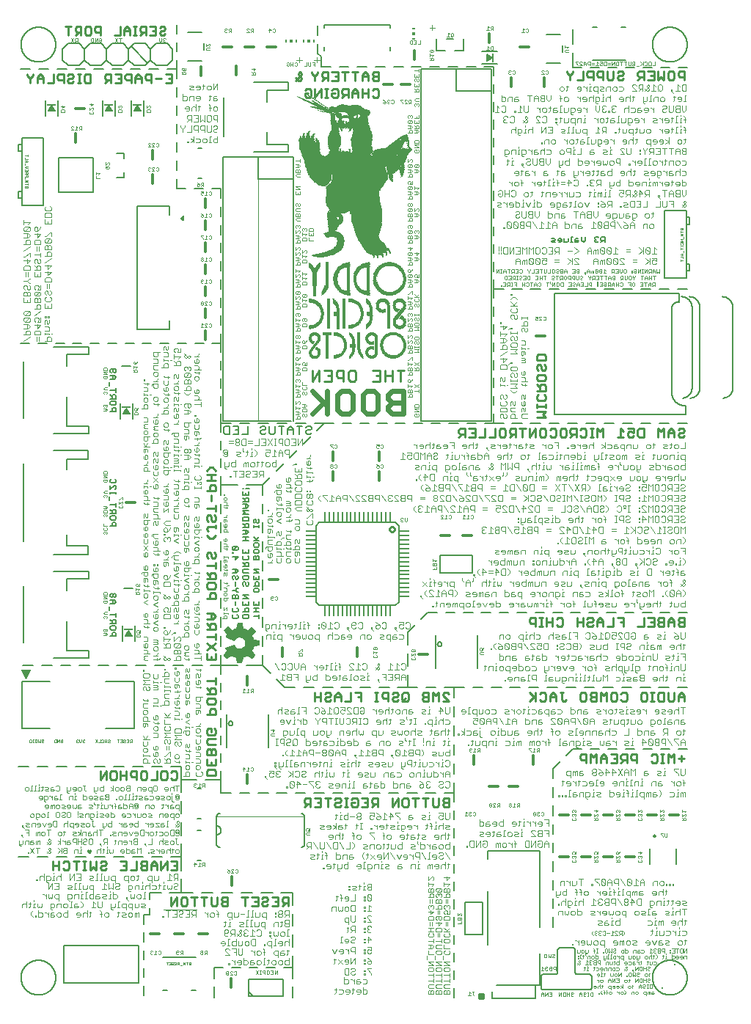
<source format=gbr>
G04 EAGLE Gerber RS-274X export*
G75*
%MOMM*%
%FSLAX34Y34*%
%LPD*%
%INSilkscreen Bottom*%
%IPPOS*%
%AMOC8*
5,1,8,0,0,1.08239X$1,22.5*%
G01*
%ADD10C,0.152400*%
%ADD11C,0.228600*%
%ADD12C,0.076200*%
%ADD13C,0.101600*%
%ADD14C,0.050800*%
%ADD15C,0.279400*%
%ADD16C,0.584200*%
%ADD17C,0.203200*%
%ADD18C,0.254000*%
%ADD19C,0.127000*%
%ADD20C,0.304800*%
%ADD21R,1.000000X0.200000*%
%ADD22R,1.200000X0.200000*%
%ADD23R,0.200000X1.200000*%
%ADD24R,0.200000X1.000000*%
%ADD25C,0.400000*%
%ADD26R,0.300000X0.150000*%
%ADD27R,0.300000X0.300000*%
%ADD28R,0.150000X0.300000*%
%ADD29C,0.000000*%
%ADD30C,0.200000*%
%ADD31R,0.228600X0.025400*%
%ADD32R,0.050800X0.025400*%
%ADD33R,0.406400X0.025400*%
%ADD34R,0.381000X0.025400*%
%ADD35R,0.431800X0.025400*%
%ADD36R,0.076200X0.025400*%
%ADD37R,0.203200X0.025400*%
%ADD38R,0.279400X0.025400*%
%ADD39R,0.533400X0.025400*%
%ADD40R,0.660400X0.025400*%
%ADD41R,0.584200X0.025400*%
%ADD42R,0.101600X0.025400*%
%ADD43R,0.330200X0.025400*%
%ADD44R,0.304800X0.025400*%
%ADD45R,0.863600X0.025400*%
%ADD46R,0.685800X0.025400*%
%ADD47R,0.127000X0.025400*%
%ADD48R,0.736600X0.025400*%
%ADD49R,1.016000X0.025400*%
%ADD50R,0.177800X0.025400*%
%ADD51R,0.152400X0.025400*%
%ADD52R,0.508000X0.025400*%
%ADD53R,0.787400X0.025400*%
%ADD54R,1.143000X0.025400*%
%ADD55R,0.838200X0.025400*%
%ADD56R,1.270000X0.025400*%
%ADD57R,0.889000X0.025400*%
%ADD58R,0.635000X0.025400*%
%ADD59R,0.914400X0.025400*%
%ADD60R,1.371600X0.025400*%
%ADD61R,0.939800X0.025400*%
%ADD62R,0.254000X0.025400*%
%ADD63R,0.965200X0.025400*%
%ADD64R,1.473200X0.025400*%
%ADD65R,0.990600X0.025400*%
%ADD66R,1.549400X0.025400*%
%ADD67R,1.041400X0.025400*%
%ADD68R,1.066800X0.025400*%
%ADD69R,1.625600X0.025400*%
%ADD70R,1.092200X0.025400*%
%ADD71R,0.812800X0.025400*%
%ADD72R,1.701800X0.025400*%
%ADD73R,1.778000X0.025400*%
%ADD74R,1.168400X0.025400*%
%ADD75R,0.355600X0.025400*%
%ADD76R,0.457200X0.025400*%
%ADD77R,1.828800X0.025400*%
%ADD78R,0.482600X0.025400*%
%ADD79R,0.711200X0.025400*%
%ADD80R,0.558800X0.025400*%
%ADD81R,0.762000X0.025400*%
%ADD82R,0.609600X0.025400*%
%ADD83R,1.117600X0.025400*%
%ADD84R,1.447800X0.025400*%
%ADD85R,1.244600X0.025400*%
%ADD86R,1.193800X0.025400*%
%ADD87R,1.295400X0.025400*%
%ADD88R,1.346200X0.025400*%
%ADD89R,1.320800X0.025400*%
%ADD90R,1.219200X0.025400*%
%ADD91R,0.025400X0.025400*%
%ADD92R,1.676400X0.025400*%
%ADD93R,1.854200X0.025400*%
%ADD94R,1.955800X0.025400*%
%ADD95R,2.032000X0.025400*%
%ADD96R,2.108200X0.025400*%
%ADD97R,2.184400X0.025400*%
%ADD98R,2.260600X0.025400*%
%ADD99R,2.235200X0.025400*%
%ADD100R,1.930400X0.025400*%
%ADD101R,1.651000X0.025400*%
%ADD102R,1.422400X0.025400*%
%ADD103R,1.524000X0.025400*%
%ADD104R,2.082800X0.025400*%
%ADD105R,2.159000X0.025400*%
%ADD106R,2.209800X0.025400*%
%ADD107R,1.397000X0.025400*%
%ADD108R,2.133600X0.025400*%
%ADD109R,1.498600X0.025400*%
%ADD110R,1.574800X0.025400*%
%ADD111R,1.905000X0.025400*%
%ADD112R,1.803400X0.025400*%
%ADD113R,1.752600X0.025400*%
%ADD114R,1.727200X0.025400*%
%ADD115R,2.286000X0.025400*%
%ADD116R,2.311400X0.025400*%
%ADD117R,2.336800X0.025400*%
%ADD118R,2.362200X0.025400*%
%ADD119R,2.413000X0.025400*%
%ADD120R,2.844800X0.025400*%
%ADD121R,2.819400X0.025400*%
%ADD122R,2.768600X0.025400*%
%ADD123R,2.743200X0.025400*%
%ADD124R,2.717800X0.025400*%
%ADD125R,2.667000X0.025400*%
%ADD126R,2.692400X0.025400*%
%ADD127R,2.590800X0.025400*%
%ADD128R,2.565400X0.025400*%
%ADD129R,2.540000X0.025400*%
%ADD130R,2.514600X0.025400*%
%ADD131R,2.489200X0.025400*%
%ADD132R,2.438400X0.025400*%
%ADD133R,2.463800X0.025400*%
%ADD134R,2.006600X0.025400*%
%ADD135R,1.981200X0.025400*%
%ADD136R,2.616200X0.025400*%
%ADD137R,2.641600X0.025400*%
%ADD138R,2.794000X0.025400*%
%ADD139R,2.870200X0.025400*%
%ADD140R,2.921000X0.025400*%
%ADD141R,2.971800X0.025400*%
%ADD142R,2.997200X0.025400*%
%ADD143R,3.022600X0.025400*%
%ADD144R,3.048000X0.025400*%
%ADD145R,3.073400X0.025400*%
%ADD146R,3.098800X0.025400*%
%ADD147R,3.124200X0.025400*%
%ADD148R,3.149600X0.025400*%
%ADD149R,3.175000X0.025400*%
%ADD150R,3.200400X0.025400*%
%ADD151R,3.225800X0.025400*%
%ADD152R,3.251200X0.025400*%
%ADD153R,3.276600X0.025400*%
%ADD154R,3.327400X0.025400*%
%ADD155R,3.352800X0.025400*%
%ADD156R,3.403600X0.025400*%
%ADD157R,3.429000X0.025400*%
%ADD158R,3.454400X0.025400*%
%ADD159R,1.600200X0.025400*%
%ADD160R,3.479800X0.025400*%
%ADD161R,3.505200X0.025400*%
%ADD162R,3.530600X0.025400*%
%ADD163R,3.556000X0.025400*%
%ADD164R,3.581400X0.025400*%
%ADD165R,3.606800X0.025400*%
%ADD166R,3.632200X0.025400*%
%ADD167R,3.657600X0.025400*%
%ADD168R,3.683000X0.025400*%
%ADD169R,2.057400X0.025400*%
%ADD170R,3.708400X0.025400*%
%ADD171R,2.387600X0.025400*%
%ADD172R,6.096000X0.025400*%
%ADD173R,6.045200X0.025400*%
%ADD174R,5.994400X0.025400*%
%ADD175R,5.969000X0.025400*%
%ADD176R,6.019800X0.025400*%
%ADD177R,6.070600X0.025400*%
%ADD178R,6.121400X0.025400*%
%ADD179R,6.146800X0.025400*%
%ADD180R,6.172200X0.025400*%
%ADD181R,6.197600X0.025400*%
%ADD182R,6.223000X0.025400*%
%ADD183R,6.248400X0.025400*%
%ADD184R,6.273800X0.025400*%
%ADD185R,6.299200X0.025400*%
%ADD186R,6.324600X0.025400*%
%ADD187R,6.375400X0.025400*%
%ADD188R,6.400800X0.025400*%
%ADD189R,6.426200X0.025400*%
%ADD190R,6.451600X0.025400*%
%ADD191R,6.502400X0.025400*%
%ADD192R,6.527800X0.025400*%
%ADD193R,6.553200X0.025400*%
%ADD194R,6.477000X0.025400*%
%ADD195R,6.350000X0.025400*%
%ADD196R,1.879600X0.025400*%
%ADD197R,9.144000X0.025400*%
%ADD198R,9.169400X0.025400*%
%ADD199R,9.194800X0.025400*%
%ADD200R,9.220200X0.025400*%
%ADD201R,9.245600X0.025400*%
%ADD202R,9.271000X0.025400*%
%ADD203R,9.296400X0.025400*%
%ADD204R,10.312400X0.025400*%
%ADD205R,10.337800X0.025400*%
%ADD206R,10.363200X0.025400*%
%ADD207R,11.430000X0.025400*%
%ADD208R,10.388600X0.025400*%
%ADD209R,11.455400X0.025400*%
%ADD210R,11.506200X0.025400*%
%ADD211R,11.531600X0.025400*%
%ADD212R,11.557000X0.025400*%
%ADD213R,11.582400X0.025400*%
%ADD214R,11.607800X0.025400*%
%ADD215R,11.633200X0.025400*%
%ADD216R,11.658600X0.025400*%
%ADD217R,11.684000X0.025400*%
%ADD218R,11.734800X0.025400*%
%ADD219R,11.760200X0.025400*%
%ADD220R,11.785600X0.025400*%
%ADD221R,11.836400X0.025400*%
%ADD222R,11.861800X0.025400*%
%ADD223R,11.887200X0.025400*%
%ADD224R,11.938000X0.025400*%
%ADD225R,8.585200X0.025400*%
%ADD226R,8.534400X0.025400*%
%ADD227R,8.483600X0.025400*%
%ADD228R,8.458200X0.025400*%
%ADD229R,8.382000X0.025400*%
%ADD230R,5.816600X0.025400*%
%ADD231R,5.613400X0.025400*%
%ADD232R,5.486400X0.025400*%
%ADD233R,5.359400X0.025400*%
%ADD234R,5.207000X0.025400*%
%ADD235R,5.029200X0.025400*%
%ADD236R,4.902200X0.025400*%
%ADD237R,4.876800X0.025400*%
%ADD238R,5.054600X0.025400*%
%ADD239R,4.191000X0.025400*%
%ADD240R,4.165600X0.025400*%
%ADD241R,3.911600X0.025400*%
%ADD242R,4.343400X0.025400*%
%ADD243R,4.318000X0.025400*%
%ADD244R,4.292600X0.025400*%
%ADD245R,4.114800X0.025400*%
%ADD246R,4.140200X0.025400*%
%ADD247R,4.216400X0.025400*%
%ADD248R,4.013200X0.025400*%
%ADD249R,3.962400X0.025400*%
%ADD250R,3.937000X0.025400*%
%ADD251R,3.886200X0.025400*%
%ADD252R,3.860800X0.025400*%
%ADD253R,3.810000X0.025400*%
%ADD254R,3.784600X0.025400*%
%ADD255R,2.895600X0.025400*%

G36*
X255587Y385845D02*
X255587Y385845D01*
X255651Y385861D01*
X255654Y385864D01*
X255659Y385866D01*
X255703Y385915D01*
X255748Y385962D01*
X255750Y385969D01*
X255753Y385971D01*
X255754Y385980D01*
X255774Y386039D01*
X256768Y392125D01*
X257513Y392444D01*
X258893Y392821D01*
X258903Y392827D01*
X258932Y392835D01*
X260583Y393597D01*
X260590Y393603D01*
X260607Y393610D01*
X261738Y394288D01*
X266811Y390824D01*
X266870Y390804D01*
X266929Y390781D01*
X266937Y390783D01*
X266945Y390780D01*
X267006Y390795D01*
X267067Y390806D01*
X267076Y390813D01*
X267082Y390814D01*
X267090Y390823D01*
X267133Y390854D01*
X267763Y391483D01*
X268900Y392495D01*
X268903Y392499D01*
X268911Y392505D01*
X270181Y393775D01*
X270186Y393784D01*
X270202Y393799D01*
X271091Y394942D01*
X271110Y394989D01*
X271136Y395032D01*
X271135Y395053D01*
X271143Y395072D01*
X271134Y395122D01*
X271133Y395173D01*
X271119Y395199D01*
X271117Y395211D01*
X271109Y395220D01*
X271096Y395246D01*
X267509Y400193D01*
X268444Y401829D01*
X268446Y401840D01*
X268459Y401861D01*
X268967Y403131D01*
X268968Y403136D01*
X268972Y403145D01*
X269559Y404905D01*
X275505Y405896D01*
X275552Y405919D01*
X275603Y405935D01*
X275615Y405949D01*
X275632Y405957D01*
X275660Y406002D01*
X275694Y406042D01*
X275701Y406067D01*
X275707Y406077D01*
X275706Y406089D01*
X275715Y406121D01*
X275842Y407391D01*
X275841Y407399D01*
X275843Y407416D01*
X275843Y410337D01*
X275841Y410344D01*
X275842Y410358D01*
X275715Y411882D01*
X275696Y411932D01*
X275685Y411983D01*
X275672Y411996D01*
X275665Y412014D01*
X275623Y412045D01*
X275585Y412083D01*
X275561Y412091D01*
X275552Y412098D01*
X275540Y412099D01*
X275509Y412110D01*
X269451Y413223D01*
X269233Y414202D01*
X269227Y414213D01*
X269217Y414250D01*
X268201Y416536D01*
X268197Y416542D01*
X268191Y416556D01*
X267634Y417560D01*
X271225Y422637D01*
X271239Y422679D01*
X271262Y422717D01*
X271262Y422744D01*
X271271Y422770D01*
X271261Y422813D01*
X271260Y422857D01*
X271242Y422895D01*
X271239Y422907D01*
X271232Y422913D01*
X271224Y422930D01*
X270589Y423819D01*
X270583Y423824D01*
X270574Y423839D01*
X269685Y424855D01*
X269680Y424858D01*
X269673Y424867D01*
X268403Y426137D01*
X268395Y426141D01*
X268382Y426156D01*
X267112Y427172D01*
X267064Y427192D01*
X267020Y427219D01*
X267000Y427218D01*
X266982Y427226D01*
X266931Y427217D01*
X266879Y427216D01*
X266854Y427204D01*
X266843Y427202D01*
X266834Y427194D01*
X266806Y427180D01*
X261978Y423713D01*
X261868Y423768D01*
X260351Y424653D01*
X260342Y424655D01*
X260328Y424665D01*
X258931Y425300D01*
X258921Y425301D01*
X258900Y425311D01*
X257396Y425774D01*
X256281Y431846D01*
X256258Y431891D01*
X256243Y431940D01*
X256227Y431953D01*
X256218Y431972D01*
X256174Y431998D01*
X256136Y432031D01*
X256108Y432039D01*
X256097Y432045D01*
X256086Y432044D01*
X256057Y432052D01*
X254787Y432179D01*
X254786Y432179D01*
X254785Y432179D01*
X253388Y432306D01*
X253380Y432305D01*
X253365Y432307D01*
X250444Y432307D01*
X250383Y432290D01*
X250322Y432276D01*
X250316Y432270D01*
X250309Y432268D01*
X250267Y432221D01*
X250222Y432176D01*
X250219Y432167D01*
X250215Y432163D01*
X250213Y432152D01*
X250195Y432100D01*
X249081Y426037D01*
X247208Y425569D01*
X247202Y425565D01*
X247189Y425563D01*
X245665Y425055D01*
X245654Y425048D01*
X245617Y425034D01*
X244232Y424226D01*
X239031Y427817D01*
X238985Y427833D01*
X238943Y427856D01*
X238920Y427855D01*
X238897Y427862D01*
X238851Y427851D01*
X238803Y427848D01*
X238773Y427831D01*
X238760Y427828D01*
X238753Y427821D01*
X238732Y427809D01*
X237589Y426920D01*
X237585Y426915D01*
X237576Y426909D01*
X236433Y425893D01*
X236430Y425889D01*
X236422Y425883D01*
X235533Y424994D01*
X235530Y424989D01*
X235521Y424982D01*
X234632Y423966D01*
X234618Y423934D01*
X234608Y423923D01*
X234605Y423910D01*
X234579Y423868D01*
X234579Y423852D01*
X234573Y423838D01*
X234580Y423783D01*
X234580Y423727D01*
X234589Y423708D01*
X234591Y423698D01*
X234599Y423688D01*
X234616Y423654D01*
X238072Y418716D01*
X237152Y417335D01*
X237148Y417323D01*
X237129Y417292D01*
X236494Y415768D01*
X236492Y415751D01*
X236483Y415735D01*
X236484Y415682D01*
X236478Y415628D01*
X236486Y415612D01*
X236487Y415595D01*
X236516Y415550D01*
X236540Y415502D01*
X236555Y415492D01*
X236565Y415477D01*
X236634Y415436D01*
X246540Y411499D01*
X246604Y411493D01*
X246667Y411483D01*
X246673Y411486D01*
X246681Y411485D01*
X246738Y411514D01*
X246796Y411539D01*
X246802Y411546D01*
X246807Y411549D01*
X246812Y411558D01*
X246849Y411601D01*
X247558Y412743D01*
X248467Y413698D01*
X249552Y414448D01*
X250767Y414961D01*
X252061Y415215D01*
X253379Y415201D01*
X254667Y414917D01*
X255870Y414377D01*
X256937Y413604D01*
X257825Y412628D01*
X258495Y411492D01*
X258919Y410244D01*
X259079Y408936D01*
X258960Y407583D01*
X258553Y406289D01*
X257879Y405111D01*
X256968Y404105D01*
X255863Y403317D01*
X254615Y402784D01*
X253282Y402531D01*
X251925Y402569D01*
X250608Y402896D01*
X249392Y403498D01*
X248333Y404347D01*
X247480Y405402D01*
X246860Y406640D01*
X246813Y406692D01*
X246766Y406743D01*
X246765Y406743D01*
X246765Y406744D01*
X246697Y406762D01*
X246630Y406780D01*
X246629Y406780D01*
X246627Y406780D01*
X246550Y406766D01*
X236390Y403210D01*
X236363Y403190D01*
X236331Y403180D01*
X236307Y403150D01*
X236276Y403128D01*
X236263Y403097D01*
X236241Y403071D01*
X236237Y403033D01*
X236222Y402998D01*
X236228Y402965D01*
X236224Y402931D01*
X236246Y402865D01*
X236247Y402859D01*
X236248Y402858D01*
X236249Y402854D01*
X237703Y400067D01*
X234233Y394986D01*
X234216Y394935D01*
X234193Y394888D01*
X234195Y394869D01*
X234189Y394852D01*
X234202Y394800D01*
X234207Y394748D01*
X234221Y394726D01*
X234223Y394715D01*
X234232Y394707D01*
X234250Y394678D01*
X235012Y393789D01*
X235013Y393788D01*
X235015Y393786D01*
X236031Y392643D01*
X236035Y392640D01*
X236041Y392632D01*
X236930Y391743D01*
X236934Y391740D01*
X236941Y391733D01*
X238084Y390717D01*
X238137Y390691D01*
X238187Y390661D01*
X238200Y390661D01*
X238211Y390656D01*
X238270Y390663D01*
X238328Y390664D01*
X238343Y390672D01*
X238351Y390673D01*
X238361Y390681D01*
X238401Y390701D01*
X243347Y394287D01*
X244728Y393481D01*
X244734Y393480D01*
X244743Y393474D01*
X245759Y392966D01*
X245771Y392963D01*
X245799Y392949D01*
X247069Y392568D01*
X247070Y392568D01*
X247072Y392568D01*
X248696Y392104D01*
X249686Y386039D01*
X249714Y385980D01*
X249740Y385920D01*
X249744Y385917D01*
X249747Y385912D01*
X249802Y385877D01*
X249856Y385840D01*
X249863Y385839D01*
X249866Y385837D01*
X249875Y385837D01*
X249936Y385827D01*
X255524Y385827D01*
X255587Y385845D01*
G37*
G36*
X6059Y367192D02*
X6059Y367192D01*
X6103Y367189D01*
X6169Y367208D01*
X6237Y367217D01*
X6276Y367238D01*
X6319Y367250D01*
X6374Y367291D01*
X6434Y367323D01*
X6464Y367357D01*
X6500Y367383D01*
X6549Y367454D01*
X6583Y367492D01*
X6591Y367513D01*
X6607Y367536D01*
X11607Y377536D01*
X11635Y377632D01*
X11667Y377726D01*
X11667Y377739D01*
X11671Y377752D01*
X11664Y377851D01*
X11661Y377951D01*
X11656Y377962D01*
X11655Y377975D01*
X11614Y378066D01*
X11576Y378158D01*
X11568Y378168D01*
X11562Y378180D01*
X11492Y378251D01*
X11425Y378324D01*
X11414Y378330D01*
X11404Y378339D01*
X11314Y378381D01*
X11225Y378427D01*
X11211Y378429D01*
X11201Y378434D01*
X11154Y378437D01*
X11040Y378454D01*
X1040Y378454D01*
X942Y378437D01*
X843Y378423D01*
X832Y378417D01*
X819Y378415D01*
X733Y378364D01*
X646Y378317D01*
X637Y378307D01*
X626Y378300D01*
X563Y378223D01*
X497Y378148D01*
X493Y378136D01*
X485Y378126D01*
X453Y378032D01*
X417Y377939D01*
X417Y377926D01*
X413Y377914D01*
X416Y377814D01*
X415Y377715D01*
X419Y377701D01*
X419Y377689D01*
X437Y377646D01*
X473Y377536D01*
X5473Y367536D01*
X5499Y367501D01*
X5518Y367460D01*
X5566Y367411D01*
X5607Y367357D01*
X5644Y367333D01*
X5676Y367301D01*
X5738Y367272D01*
X5795Y367235D01*
X5839Y367225D01*
X5879Y367206D01*
X5948Y367201D01*
X6014Y367186D01*
X6059Y367192D01*
G37*
G36*
X103671Y1023155D02*
X103671Y1023155D01*
X103743Y1023155D01*
X103811Y1023175D01*
X103882Y1023185D01*
X103947Y1023214D01*
X104016Y1023234D01*
X104076Y1023272D01*
X104141Y1023301D01*
X104196Y1023347D01*
X104256Y1023385D01*
X104304Y1023439D01*
X104358Y1023485D01*
X104398Y1023544D01*
X104445Y1023598D01*
X104476Y1023662D01*
X104516Y1023721D01*
X104537Y1023790D01*
X104568Y1023854D01*
X104580Y1023924D01*
X104601Y1023992D01*
X104603Y1024064D01*
X104615Y1024135D01*
X104607Y1024205D01*
X104609Y1024276D01*
X104590Y1024346D01*
X104582Y1024417D01*
X104557Y1024472D01*
X104537Y1024551D01*
X104476Y1024654D01*
X104445Y1024723D01*
X102445Y1027723D01*
X102368Y1027810D01*
X102295Y1027900D01*
X102273Y1027915D01*
X102255Y1027935D01*
X102158Y1027997D01*
X102063Y1028064D01*
X102037Y1028072D01*
X102015Y1028087D01*
X101904Y1028119D01*
X101794Y1028157D01*
X101767Y1028158D01*
X101742Y1028165D01*
X101626Y1028165D01*
X101510Y1028171D01*
X101484Y1028165D01*
X101457Y1028165D01*
X101346Y1028133D01*
X101233Y1028107D01*
X101210Y1028094D01*
X101184Y1028086D01*
X101086Y1028024D01*
X100985Y1027968D01*
X100969Y1027950D01*
X100944Y1027935D01*
X100759Y1027727D01*
X100755Y1027723D01*
X98755Y1024723D01*
X98724Y1024659D01*
X98685Y1024599D01*
X98663Y1024531D01*
X98632Y1024467D01*
X98620Y1024396D01*
X98599Y1024328D01*
X98597Y1024257D01*
X98585Y1024187D01*
X98593Y1024115D01*
X98591Y1024044D01*
X98609Y1023975D01*
X98618Y1023904D01*
X98645Y1023838D01*
X98663Y1023769D01*
X98700Y1023708D01*
X98727Y1023642D01*
X98772Y1023586D01*
X98809Y1023524D01*
X98860Y1023475D01*
X98905Y1023420D01*
X98964Y1023379D01*
X99016Y1023330D01*
X99079Y1023297D01*
X99137Y1023256D01*
X99205Y1023233D01*
X99269Y1023200D01*
X99328Y1023190D01*
X99406Y1023163D01*
X99525Y1023157D01*
X99600Y1023145D01*
X103600Y1023145D01*
X103671Y1023155D01*
G37*
G36*
X136691Y1023155D02*
X136691Y1023155D01*
X136763Y1023155D01*
X136831Y1023175D01*
X136902Y1023185D01*
X136967Y1023214D01*
X137036Y1023234D01*
X137096Y1023272D01*
X137161Y1023301D01*
X137216Y1023347D01*
X137276Y1023385D01*
X137324Y1023439D01*
X137378Y1023485D01*
X137418Y1023544D01*
X137465Y1023598D01*
X137496Y1023662D01*
X137536Y1023721D01*
X137557Y1023790D01*
X137588Y1023854D01*
X137600Y1023924D01*
X137621Y1023992D01*
X137623Y1024064D01*
X137635Y1024135D01*
X137627Y1024205D01*
X137629Y1024276D01*
X137610Y1024346D01*
X137602Y1024417D01*
X137577Y1024472D01*
X137557Y1024551D01*
X137496Y1024654D01*
X137465Y1024723D01*
X135465Y1027723D01*
X135388Y1027810D01*
X135315Y1027900D01*
X135293Y1027915D01*
X135275Y1027935D01*
X135178Y1027997D01*
X135083Y1028064D01*
X135057Y1028072D01*
X135035Y1028087D01*
X134924Y1028119D01*
X134814Y1028157D01*
X134787Y1028158D01*
X134762Y1028165D01*
X134646Y1028165D01*
X134530Y1028171D01*
X134504Y1028165D01*
X134477Y1028165D01*
X134366Y1028133D01*
X134253Y1028107D01*
X134230Y1028094D01*
X134204Y1028086D01*
X134106Y1028024D01*
X134005Y1027968D01*
X133989Y1027950D01*
X133964Y1027935D01*
X133779Y1027727D01*
X133775Y1027723D01*
X131775Y1024723D01*
X131744Y1024659D01*
X131705Y1024599D01*
X131683Y1024531D01*
X131652Y1024467D01*
X131640Y1024396D01*
X131619Y1024328D01*
X131617Y1024257D01*
X131605Y1024187D01*
X131613Y1024115D01*
X131611Y1024044D01*
X131629Y1023975D01*
X131638Y1023904D01*
X131665Y1023838D01*
X131683Y1023769D01*
X131720Y1023708D01*
X131747Y1023642D01*
X131792Y1023586D01*
X131829Y1023524D01*
X131880Y1023475D01*
X131925Y1023420D01*
X131984Y1023379D01*
X132036Y1023330D01*
X132099Y1023297D01*
X132157Y1023256D01*
X132225Y1023233D01*
X132289Y1023200D01*
X132348Y1023190D01*
X132426Y1023163D01*
X132545Y1023157D01*
X132620Y1023145D01*
X136620Y1023145D01*
X136691Y1023155D01*
G37*
G36*
X539065Y1081573D02*
X539065Y1081573D01*
X539136Y1081571D01*
X539206Y1081590D01*
X539277Y1081598D01*
X539332Y1081623D01*
X539411Y1081643D01*
X539514Y1081704D01*
X539583Y1081735D01*
X542583Y1083735D01*
X542670Y1083812D01*
X542760Y1083885D01*
X542775Y1083907D01*
X542795Y1083925D01*
X542857Y1084022D01*
X542924Y1084117D01*
X542932Y1084143D01*
X542947Y1084165D01*
X542979Y1084276D01*
X543017Y1084386D01*
X543018Y1084413D01*
X543025Y1084438D01*
X543025Y1084554D01*
X543031Y1084670D01*
X543025Y1084696D01*
X543025Y1084723D01*
X542993Y1084834D01*
X542967Y1084947D01*
X542954Y1084970D01*
X542946Y1084996D01*
X542884Y1085094D01*
X542828Y1085195D01*
X542810Y1085211D01*
X542795Y1085236D01*
X542587Y1085421D01*
X542583Y1085425D01*
X539583Y1087425D01*
X539519Y1087456D01*
X539459Y1087496D01*
X539391Y1087517D01*
X539327Y1087548D01*
X539256Y1087560D01*
X539188Y1087581D01*
X539117Y1087583D01*
X539047Y1087595D01*
X538975Y1087587D01*
X538904Y1087589D01*
X538835Y1087571D01*
X538764Y1087562D01*
X538698Y1087535D01*
X538629Y1087517D01*
X538568Y1087480D01*
X538502Y1087453D01*
X538446Y1087408D01*
X538384Y1087372D01*
X538335Y1087320D01*
X538280Y1087275D01*
X538239Y1087217D01*
X538190Y1087164D01*
X538157Y1087101D01*
X538116Y1087043D01*
X538093Y1086975D01*
X538060Y1086911D01*
X538050Y1086852D01*
X538023Y1086774D01*
X538017Y1086655D01*
X538005Y1086580D01*
X538005Y1082580D01*
X538015Y1082509D01*
X538015Y1082437D01*
X538035Y1082369D01*
X538045Y1082299D01*
X538074Y1082233D01*
X538094Y1082164D01*
X538132Y1082104D01*
X538161Y1082039D01*
X538207Y1081984D01*
X538245Y1081924D01*
X538299Y1081876D01*
X538345Y1081822D01*
X538404Y1081782D01*
X538458Y1081735D01*
X538522Y1081704D01*
X538581Y1081665D01*
X538650Y1081643D01*
X538714Y1081612D01*
X538784Y1081600D01*
X538852Y1081579D01*
X538924Y1081577D01*
X538995Y1081565D01*
X539065Y1081573D01*
G37*
G36*
X123991Y673905D02*
X123991Y673905D01*
X124063Y673905D01*
X124131Y673925D01*
X124202Y673935D01*
X124267Y673964D01*
X124336Y673984D01*
X124396Y674022D01*
X124461Y674051D01*
X124516Y674097D01*
X124576Y674135D01*
X124624Y674189D01*
X124678Y674235D01*
X124718Y674294D01*
X124765Y674348D01*
X124796Y674412D01*
X124836Y674471D01*
X124857Y674540D01*
X124888Y674604D01*
X124900Y674674D01*
X124921Y674742D01*
X124923Y674814D01*
X124935Y674885D01*
X124927Y674955D01*
X124929Y675026D01*
X124910Y675096D01*
X124902Y675167D01*
X124877Y675222D01*
X124857Y675301D01*
X124796Y675404D01*
X124765Y675473D01*
X122765Y678473D01*
X122688Y678560D01*
X122615Y678650D01*
X122593Y678665D01*
X122575Y678685D01*
X122478Y678747D01*
X122383Y678814D01*
X122357Y678822D01*
X122335Y678837D01*
X122224Y678869D01*
X122114Y678907D01*
X122087Y678908D01*
X122062Y678915D01*
X121946Y678915D01*
X121830Y678921D01*
X121804Y678915D01*
X121777Y678915D01*
X121666Y678883D01*
X121553Y678857D01*
X121530Y678844D01*
X121504Y678836D01*
X121406Y678774D01*
X121305Y678718D01*
X121289Y678700D01*
X121264Y678685D01*
X121079Y678477D01*
X121075Y678473D01*
X119075Y675473D01*
X119044Y675409D01*
X119005Y675349D01*
X118983Y675281D01*
X118952Y675217D01*
X118940Y675146D01*
X118919Y675078D01*
X118917Y675007D01*
X118905Y674937D01*
X118913Y674865D01*
X118911Y674794D01*
X118929Y674725D01*
X118938Y674654D01*
X118965Y674588D01*
X118983Y674519D01*
X119020Y674458D01*
X119047Y674392D01*
X119092Y674336D01*
X119129Y674274D01*
X119180Y674225D01*
X119225Y674170D01*
X119284Y674129D01*
X119336Y674080D01*
X119399Y674047D01*
X119457Y674006D01*
X119525Y673983D01*
X119589Y673950D01*
X119648Y673940D01*
X119726Y673913D01*
X119845Y673907D01*
X119920Y673895D01*
X123920Y673895D01*
X123991Y673905D01*
G37*
G36*
X37631Y1023155D02*
X37631Y1023155D01*
X37703Y1023155D01*
X37771Y1023175D01*
X37842Y1023185D01*
X37907Y1023214D01*
X37976Y1023234D01*
X38036Y1023272D01*
X38101Y1023301D01*
X38156Y1023347D01*
X38216Y1023385D01*
X38264Y1023439D01*
X38318Y1023485D01*
X38358Y1023544D01*
X38405Y1023598D01*
X38436Y1023662D01*
X38476Y1023721D01*
X38497Y1023790D01*
X38528Y1023854D01*
X38540Y1023924D01*
X38561Y1023992D01*
X38563Y1024064D01*
X38575Y1024135D01*
X38567Y1024205D01*
X38569Y1024276D01*
X38550Y1024346D01*
X38542Y1024417D01*
X38517Y1024472D01*
X38497Y1024551D01*
X38436Y1024654D01*
X38405Y1024723D01*
X36405Y1027723D01*
X36328Y1027810D01*
X36255Y1027900D01*
X36233Y1027915D01*
X36215Y1027935D01*
X36118Y1027997D01*
X36023Y1028064D01*
X35997Y1028072D01*
X35975Y1028087D01*
X35864Y1028119D01*
X35754Y1028157D01*
X35727Y1028158D01*
X35702Y1028165D01*
X35586Y1028165D01*
X35470Y1028171D01*
X35444Y1028165D01*
X35417Y1028165D01*
X35306Y1028133D01*
X35193Y1028107D01*
X35170Y1028094D01*
X35144Y1028086D01*
X35046Y1028024D01*
X34945Y1027968D01*
X34929Y1027950D01*
X34904Y1027935D01*
X34719Y1027727D01*
X34715Y1027723D01*
X32715Y1024723D01*
X32684Y1024659D01*
X32645Y1024599D01*
X32623Y1024531D01*
X32592Y1024467D01*
X32580Y1024396D01*
X32559Y1024328D01*
X32557Y1024257D01*
X32545Y1024187D01*
X32553Y1024115D01*
X32551Y1024044D01*
X32569Y1023975D01*
X32578Y1023904D01*
X32605Y1023838D01*
X32623Y1023769D01*
X32660Y1023708D01*
X32687Y1023642D01*
X32732Y1023586D01*
X32769Y1023524D01*
X32820Y1023475D01*
X32865Y1023420D01*
X32924Y1023379D01*
X32976Y1023330D01*
X33039Y1023297D01*
X33097Y1023256D01*
X33165Y1023233D01*
X33229Y1023200D01*
X33288Y1023190D01*
X33366Y1023163D01*
X33485Y1023157D01*
X33560Y1023145D01*
X37560Y1023145D01*
X37631Y1023155D01*
G37*
G36*
X126531Y417365D02*
X126531Y417365D01*
X126603Y417365D01*
X126671Y417385D01*
X126742Y417395D01*
X126807Y417424D01*
X126876Y417444D01*
X126936Y417482D01*
X127001Y417511D01*
X127056Y417557D01*
X127116Y417595D01*
X127164Y417649D01*
X127218Y417695D01*
X127258Y417754D01*
X127305Y417808D01*
X127336Y417872D01*
X127376Y417931D01*
X127397Y418000D01*
X127428Y418064D01*
X127440Y418134D01*
X127461Y418202D01*
X127463Y418274D01*
X127475Y418345D01*
X127467Y418415D01*
X127469Y418486D01*
X127450Y418556D01*
X127442Y418627D01*
X127417Y418682D01*
X127397Y418761D01*
X127336Y418864D01*
X127305Y418933D01*
X125305Y421933D01*
X125228Y422020D01*
X125155Y422110D01*
X125133Y422125D01*
X125115Y422145D01*
X125018Y422207D01*
X124923Y422274D01*
X124897Y422282D01*
X124875Y422297D01*
X124764Y422329D01*
X124654Y422367D01*
X124627Y422368D01*
X124602Y422375D01*
X124486Y422375D01*
X124370Y422381D01*
X124344Y422375D01*
X124317Y422375D01*
X124206Y422343D01*
X124093Y422317D01*
X124070Y422304D01*
X124044Y422296D01*
X123946Y422234D01*
X123845Y422178D01*
X123829Y422160D01*
X123804Y422145D01*
X123619Y421937D01*
X123615Y421933D01*
X121615Y418933D01*
X121584Y418869D01*
X121545Y418809D01*
X121523Y418741D01*
X121492Y418677D01*
X121480Y418606D01*
X121459Y418538D01*
X121457Y418467D01*
X121445Y418397D01*
X121453Y418325D01*
X121451Y418254D01*
X121469Y418185D01*
X121478Y418114D01*
X121505Y418048D01*
X121523Y417979D01*
X121560Y417918D01*
X121587Y417852D01*
X121632Y417796D01*
X121669Y417734D01*
X121720Y417685D01*
X121765Y417630D01*
X121824Y417589D01*
X121876Y417540D01*
X121939Y417507D01*
X121997Y417466D01*
X122065Y417443D01*
X122129Y417410D01*
X122188Y417400D01*
X122266Y417373D01*
X122385Y417367D01*
X122460Y417355D01*
X126460Y417355D01*
X126531Y417365D01*
G37*
G36*
X187619Y896371D02*
X187619Y896371D01*
X187693Y896373D01*
X187729Y896388D01*
X187769Y896394D01*
X187833Y896430D01*
X187900Y896458D01*
X187930Y896484D01*
X187965Y896504D01*
X188012Y896560D01*
X188066Y896609D01*
X188084Y896644D01*
X188110Y896675D01*
X188135Y896743D01*
X188169Y896809D01*
X188175Y896854D01*
X188187Y896885D01*
X188187Y896930D01*
X188196Y896994D01*
X188196Y902074D01*
X188184Y902140D01*
X188183Y902199D01*
X188180Y902205D01*
X188179Y902219D01*
X188164Y902256D01*
X188157Y902295D01*
X188119Y902358D01*
X188100Y902403D01*
X188098Y902406D01*
X188098Y902407D01*
X188090Y902425D01*
X188063Y902454D01*
X188042Y902488D01*
X187986Y902534D01*
X187935Y902587D01*
X187899Y902604D01*
X187868Y902629D01*
X187799Y902653D01*
X187733Y902685D01*
X187693Y902689D01*
X187656Y902701D01*
X187583Y902699D01*
X187562Y902702D01*
X187555Y902702D01*
X187553Y902702D01*
X187510Y902706D01*
X187471Y902696D01*
X187431Y902695D01*
X187366Y902668D01*
X187335Y902663D01*
X187325Y902657D01*
X187293Y902648D01*
X187255Y902623D01*
X187224Y902610D01*
X187191Y902581D01*
X187153Y902555D01*
X187141Y902548D01*
X187140Y902547D01*
X187137Y902545D01*
X184327Y900005D01*
X184267Y899927D01*
X184204Y899853D01*
X184199Y899839D01*
X184189Y899827D01*
X184160Y899734D01*
X184127Y899643D01*
X184127Y899627D01*
X184123Y899613D01*
X184128Y899515D01*
X184128Y899418D01*
X184134Y899404D01*
X184135Y899389D01*
X184173Y899299D01*
X184208Y899208D01*
X184217Y899197D01*
X184219Y899193D01*
X184220Y899191D01*
X184224Y899183D01*
X184257Y899148D01*
X184327Y899063D01*
X187137Y896523D01*
X187199Y896485D01*
X187256Y896439D01*
X187293Y896426D01*
X187327Y896405D01*
X187399Y896390D01*
X187468Y896367D01*
X187508Y896368D01*
X187547Y896360D01*
X187619Y896371D01*
G37*
D10*
X231140Y383540D02*
X219449Y383540D01*
X209449Y383540D02*
X197758Y383540D01*
X187758Y383540D02*
X176067Y383540D01*
X166067Y383540D02*
X154376Y383540D01*
X144376Y383540D02*
X132685Y383540D01*
X122685Y383540D02*
X110995Y383540D01*
X100995Y383540D02*
X89304Y383540D01*
X79304Y383540D02*
X67613Y383540D01*
X57613Y383540D02*
X45922Y383540D01*
X35922Y383540D02*
X24231Y383540D01*
X14231Y383540D02*
X2540Y383540D01*
D11*
X758988Y654989D02*
X760726Y656726D01*
X764200Y656726D01*
X765937Y654989D01*
X765937Y653252D01*
X764200Y651514D01*
X760726Y651514D01*
X758988Y649777D01*
X758988Y648040D01*
X760726Y646303D01*
X764200Y646303D01*
X765937Y648040D01*
X754243Y646303D02*
X754243Y653252D01*
X750769Y656726D01*
X747294Y653252D01*
X747294Y646303D01*
X747294Y651514D02*
X754243Y651514D01*
X742549Y646303D02*
X742549Y656726D01*
X739075Y653252D01*
X735600Y656726D01*
X735600Y646303D01*
X719161Y646303D02*
X719161Y656726D01*
X719161Y646303D02*
X713950Y646303D01*
X712213Y648040D01*
X712213Y654989D01*
X713950Y656726D01*
X719161Y656726D01*
X707467Y656726D02*
X700519Y656726D01*
X707467Y656726D02*
X707467Y651514D01*
X703993Y653252D01*
X702256Y653252D01*
X700519Y651514D01*
X700519Y648040D01*
X702256Y646303D01*
X705730Y646303D01*
X707467Y648040D01*
X695773Y653252D02*
X692299Y656726D01*
X692299Y646303D01*
X695773Y646303D02*
X688825Y646303D01*
X672385Y646303D02*
X672385Y656726D01*
X668911Y653252D01*
X665437Y656726D01*
X665437Y646303D01*
X660691Y646303D02*
X657217Y646303D01*
X658954Y646303D02*
X658954Y656726D01*
X660691Y656726D02*
X657217Y656726D01*
X647684Y656726D02*
X645947Y654989D01*
X647684Y656726D02*
X651158Y656726D01*
X652895Y654989D01*
X652895Y648040D01*
X651158Y646303D01*
X647684Y646303D01*
X645947Y648040D01*
X641201Y646303D02*
X641201Y656726D01*
X635990Y656726D01*
X634253Y654989D01*
X634253Y651514D01*
X635990Y649777D01*
X641201Y649777D01*
X637727Y649777D02*
X634253Y646303D01*
X627770Y656726D02*
X624296Y656726D01*
X627770Y656726D02*
X629507Y654989D01*
X629507Y648040D01*
X627770Y646303D01*
X624296Y646303D01*
X622559Y648040D01*
X622559Y654989D01*
X624296Y656726D01*
X612602Y656726D02*
X610865Y654989D01*
X612602Y656726D02*
X616076Y656726D01*
X617813Y654989D01*
X617813Y648040D01*
X616076Y646303D01*
X612602Y646303D01*
X610865Y648040D01*
X604382Y656726D02*
X600908Y656726D01*
X604382Y656726D02*
X606119Y654989D01*
X606119Y648040D01*
X604382Y646303D01*
X600908Y646303D01*
X599171Y648040D01*
X599171Y654989D01*
X600908Y656726D01*
X594425Y656726D02*
X594425Y646303D01*
X587477Y646303D02*
X594425Y656726D01*
X587477Y656726D02*
X587477Y646303D01*
X579257Y646303D02*
X579257Y656726D01*
X575783Y656726D02*
X582732Y656726D01*
X571038Y656726D02*
X571038Y646303D01*
X571038Y656726D02*
X565826Y656726D01*
X564089Y654989D01*
X564089Y651514D01*
X565826Y649777D01*
X571038Y649777D01*
X567563Y649777D02*
X564089Y646303D01*
X557606Y656726D02*
X554132Y656726D01*
X557606Y656726D02*
X559344Y654989D01*
X559344Y648040D01*
X557606Y646303D01*
X554132Y646303D01*
X552395Y648040D01*
X552395Y654989D01*
X554132Y656726D01*
X547650Y656726D02*
X547650Y646303D01*
X540701Y646303D01*
X535956Y646303D02*
X535956Y656726D01*
X535956Y646303D02*
X529007Y646303D01*
X524262Y656726D02*
X517313Y656726D01*
X524262Y656726D02*
X524262Y646303D01*
X517313Y646303D01*
X520787Y651514D02*
X524262Y651514D01*
X512568Y646303D02*
X512568Y656726D01*
X507356Y656726D01*
X505619Y654989D01*
X505619Y651514D01*
X507356Y649777D01*
X512568Y649777D01*
X509093Y649777D02*
X505619Y646303D01*
X224926Y396712D02*
X224926Y389763D01*
X214503Y389763D01*
X214503Y396712D01*
X219714Y393237D02*
X219714Y389763D01*
X224926Y401457D02*
X214503Y408406D01*
X214503Y401457D02*
X224926Y408406D01*
X224926Y416625D02*
X214503Y416625D01*
X224926Y413151D02*
X224926Y420100D01*
X224926Y424845D02*
X214503Y424845D01*
X224926Y424845D02*
X224926Y430056D01*
X223189Y431794D01*
X219714Y431794D01*
X217977Y430056D01*
X217977Y424845D01*
X217977Y428319D02*
X214503Y431794D01*
X214503Y436539D02*
X221452Y436539D01*
X224926Y440013D01*
X221452Y443487D01*
X214503Y443487D01*
X219714Y443487D02*
X219714Y436539D01*
X214503Y459927D02*
X224926Y459927D01*
X224926Y465138D01*
X223189Y466875D01*
X219714Y466875D01*
X217977Y465138D01*
X217977Y459927D01*
X224926Y473358D02*
X224926Y476832D01*
X224926Y473358D02*
X223189Y471621D01*
X216240Y471621D01*
X214503Y473358D01*
X214503Y476832D01*
X216240Y478569D01*
X223189Y478569D01*
X224926Y476832D01*
X224926Y483315D02*
X214503Y483315D01*
X224926Y483315D02*
X224926Y488526D01*
X223189Y490263D01*
X219714Y490263D01*
X217977Y488526D01*
X217977Y483315D01*
X217977Y486789D02*
X214503Y490263D01*
X214503Y498483D02*
X224926Y498483D01*
X224926Y495009D02*
X224926Y501957D01*
X224926Y511914D02*
X223189Y513651D01*
X224926Y511914D02*
X224926Y508440D01*
X223189Y506703D01*
X221452Y506703D01*
X219714Y508440D01*
X219714Y511914D01*
X217977Y513651D01*
X216240Y513651D01*
X214503Y511914D01*
X214503Y508440D01*
X216240Y506703D01*
X217977Y530091D02*
X214503Y533565D01*
X217977Y530091D02*
X221452Y530091D01*
X224926Y533565D01*
X216240Y537887D02*
X214503Y539624D01*
X214503Y541361D01*
X216240Y543098D01*
X224926Y543098D01*
X224926Y541361D02*
X224926Y544835D01*
X224926Y554792D02*
X223189Y556529D01*
X224926Y554792D02*
X224926Y551318D01*
X223189Y549581D01*
X221452Y549581D01*
X219714Y551318D01*
X219714Y554792D01*
X217977Y556529D01*
X216240Y556529D01*
X214503Y554792D01*
X214503Y551318D01*
X216240Y549581D01*
X214503Y564749D02*
X224926Y564749D01*
X224926Y561275D02*
X224926Y568223D01*
X219714Y572969D02*
X219714Y579917D01*
X214503Y584662D02*
X224926Y584662D01*
X224926Y589874D01*
X223189Y591611D01*
X219714Y591611D01*
X217977Y589874D01*
X217977Y584662D01*
X214503Y596356D02*
X224926Y596356D01*
X219714Y596356D02*
X219714Y603305D01*
X214503Y603305D02*
X224926Y603305D01*
X217977Y611525D02*
X214503Y608050D01*
X217977Y611525D02*
X221452Y611525D01*
X224926Y608050D01*
D12*
X207905Y391458D02*
X200533Y391458D01*
X207905Y389001D02*
X207905Y393916D01*
X207905Y396485D02*
X200533Y396485D01*
X204219Y396485D02*
X205448Y397714D01*
X205448Y400171D01*
X204219Y401400D01*
X200533Y401400D01*
X200533Y405198D02*
X200533Y407655D01*
X200533Y405198D02*
X201762Y403969D01*
X204219Y403969D01*
X205448Y405198D01*
X205448Y407655D01*
X204219Y408884D01*
X202990Y408884D01*
X202990Y403969D01*
X205448Y420166D02*
X205448Y423852D01*
X205448Y420166D02*
X204219Y418938D01*
X201762Y418938D01*
X200533Y420166D01*
X200533Y423852D01*
X200533Y427650D02*
X200533Y430108D01*
X200533Y427650D02*
X201762Y426422D01*
X204219Y426422D01*
X205448Y427650D01*
X205448Y430108D01*
X204219Y431337D01*
X202990Y431337D01*
X202990Y426422D01*
X200533Y433906D02*
X205448Y433906D01*
X205448Y437592D01*
X204219Y438821D01*
X200533Y438821D01*
X201762Y442619D02*
X206677Y442619D01*
X201762Y442619D02*
X200533Y443848D01*
X205448Y443848D02*
X205448Y441390D01*
X200533Y447608D02*
X200533Y450066D01*
X200533Y447608D02*
X201762Y446380D01*
X204219Y446380D01*
X205448Y447608D01*
X205448Y450066D01*
X204219Y451294D01*
X202990Y451294D01*
X202990Y446380D01*
X200533Y453864D02*
X205448Y453864D01*
X205448Y456321D02*
X202990Y453864D01*
X205448Y456321D02*
X205448Y457550D01*
X205448Y467585D02*
X198076Y467585D01*
X205448Y467585D02*
X205448Y471271D01*
X204219Y472499D01*
X201762Y472499D01*
X200533Y471271D01*
X200533Y467585D01*
X200533Y476297D02*
X200533Y478755D01*
X201762Y479984D01*
X204219Y479984D01*
X205448Y478755D01*
X205448Y476297D01*
X204219Y475069D01*
X201762Y475069D01*
X200533Y476297D01*
X200533Y482553D02*
X205448Y482553D01*
X205448Y485010D02*
X202990Y482553D01*
X205448Y485010D02*
X205448Y486239D01*
X206677Y490018D02*
X201762Y490018D01*
X200533Y491247D01*
X205448Y491247D02*
X205448Y488790D01*
X205448Y501263D02*
X198076Y501263D01*
X205448Y501263D02*
X205448Y504949D01*
X204219Y506178D01*
X201762Y506178D01*
X200533Y504949D01*
X200533Y501263D01*
X200533Y508747D02*
X205448Y508747D01*
X202990Y508747D02*
X205448Y511205D01*
X205448Y512434D01*
X200533Y516213D02*
X200533Y518670D01*
X201762Y519899D01*
X204219Y519899D01*
X205448Y518670D01*
X205448Y516213D01*
X204219Y514984D01*
X201762Y514984D01*
X200533Y516213D01*
X205448Y522468D02*
X200533Y524926D01*
X205448Y527383D01*
X205448Y529953D02*
X205448Y531181D01*
X200533Y531181D01*
X200533Y529953D02*
X200533Y532410D01*
X207905Y531181D02*
X209134Y531181D01*
X207905Y539857D02*
X200533Y539857D01*
X200533Y536171D01*
X201762Y534942D01*
X204219Y534942D01*
X205448Y536171D01*
X205448Y539857D01*
X200533Y543655D02*
X200533Y546112D01*
X200533Y543655D02*
X201762Y542426D01*
X204219Y542426D01*
X205448Y543655D01*
X205448Y546112D01*
X204219Y547341D01*
X202990Y547341D01*
X202990Y542426D01*
X200533Y549910D02*
X200533Y553596D01*
X201762Y554825D01*
X202990Y553596D01*
X202990Y551139D01*
X204219Y549910D01*
X205448Y551139D01*
X205448Y554825D01*
X205448Y566107D02*
X205448Y568565D01*
X204219Y569793D01*
X200533Y569793D01*
X200533Y566107D01*
X201762Y564879D01*
X202990Y566107D01*
X202990Y569793D01*
X200533Y572363D02*
X205448Y572363D01*
X205448Y576049D01*
X204219Y577278D01*
X200533Y577278D01*
X200533Y587331D02*
X200533Y589789D01*
X200533Y588560D02*
X207905Y588560D01*
X207905Y587331D02*
X207905Y589789D01*
X207905Y592321D02*
X206677Y592321D01*
X207905Y592321D02*
X207905Y594778D01*
X206677Y594778D01*
X204219Y592321D01*
X204219Y594778D01*
X207905Y600996D02*
X206677Y602225D01*
X207905Y600996D02*
X207905Y598539D01*
X206677Y597310D01*
X201762Y597310D01*
X200533Y598539D01*
X200533Y600996D01*
X201762Y602225D01*
X205448Y612278D02*
X205448Y613507D01*
X200533Y613507D01*
X200533Y612278D02*
X200533Y614736D01*
X207905Y613507D02*
X209134Y613507D01*
X205448Y617268D02*
X200533Y617268D01*
X205448Y617268D02*
X205448Y620954D01*
X204219Y622183D01*
X200533Y622183D01*
X201762Y625981D02*
X206677Y625981D01*
X201762Y625981D02*
X200533Y627209D01*
X205448Y627209D02*
X205448Y624752D01*
X200533Y630970D02*
X200533Y633427D01*
X200533Y630970D02*
X201762Y629741D01*
X204219Y629741D01*
X205448Y630970D01*
X205448Y633427D01*
X204219Y634656D01*
X202990Y634656D01*
X202990Y629741D01*
X200533Y637225D02*
X205448Y637225D01*
X202990Y637225D02*
X205448Y639683D01*
X205448Y640912D01*
X206677Y644691D02*
X200533Y644691D01*
X206677Y644691D02*
X207905Y645920D01*
X204219Y645920D02*
X204219Y643462D01*
X205448Y649680D02*
X205448Y652138D01*
X204219Y653367D01*
X200533Y653367D01*
X200533Y649680D01*
X201762Y648452D01*
X202990Y649680D01*
X202990Y653367D01*
X205448Y657165D02*
X205448Y660851D01*
X205448Y657165D02*
X204219Y655936D01*
X201762Y655936D01*
X200533Y657165D01*
X200533Y660851D01*
X200533Y664649D02*
X200533Y667106D01*
X200533Y664649D02*
X201762Y663420D01*
X204219Y663420D01*
X205448Y664649D01*
X205448Y667106D01*
X204219Y668335D01*
X202990Y668335D01*
X202990Y663420D01*
X201762Y670904D02*
X200533Y670904D01*
X201762Y670904D02*
X201762Y672133D01*
X200533Y672133D01*
X200533Y670904D01*
X200533Y684588D02*
X207905Y684588D01*
X207905Y687045D02*
X207905Y682130D01*
X207905Y689615D02*
X200533Y689615D01*
X204219Y689615D02*
X205448Y690843D01*
X205448Y693301D01*
X204219Y694529D01*
X200533Y694529D01*
X200533Y698327D02*
X200533Y700785D01*
X200533Y698327D02*
X201762Y697099D01*
X204219Y697099D01*
X205448Y698327D01*
X205448Y700785D01*
X204219Y702014D01*
X202990Y702014D01*
X202990Y697099D01*
X200533Y713296D02*
X200533Y715753D01*
X201762Y716982D01*
X204219Y716982D01*
X205448Y715753D01*
X205448Y713296D01*
X204219Y712067D01*
X201762Y712067D01*
X200533Y713296D01*
X201762Y720780D02*
X206677Y720780D01*
X201762Y720780D02*
X200533Y722009D01*
X205448Y722009D02*
X205448Y719551D01*
X207905Y724541D02*
X200533Y724541D01*
X204219Y724541D02*
X205448Y725769D01*
X205448Y728227D01*
X204219Y729455D01*
X200533Y729455D01*
X200533Y733253D02*
X200533Y735711D01*
X200533Y733253D02*
X201762Y732025D01*
X204219Y732025D01*
X205448Y733253D01*
X205448Y735711D01*
X204219Y736940D01*
X202990Y736940D01*
X202990Y732025D01*
X200533Y739509D02*
X205448Y739509D01*
X205448Y741966D02*
X202990Y739509D01*
X205448Y741966D02*
X205448Y743195D01*
X194891Y390230D02*
X189976Y390230D01*
X188747Y391458D01*
X193662Y391458D02*
X193662Y389001D01*
X193662Y393990D02*
X189976Y393990D01*
X188747Y395219D01*
X189976Y396448D01*
X188747Y397677D01*
X189976Y398905D01*
X193662Y398905D01*
X188747Y402703D02*
X188747Y405161D01*
X189976Y406389D01*
X192434Y406389D01*
X193662Y405161D01*
X193662Y402703D01*
X192434Y401475D01*
X189976Y401475D01*
X188747Y402703D01*
X186290Y416443D02*
X193662Y416443D01*
X193662Y420129D01*
X192434Y421358D01*
X189976Y421358D01*
X188747Y420129D01*
X188747Y416443D01*
X188747Y425156D02*
X188747Y427613D01*
X189976Y428842D01*
X192434Y428842D01*
X193662Y427613D01*
X193662Y425156D01*
X192434Y423927D01*
X189976Y423927D01*
X188747Y425156D01*
X188747Y431411D02*
X193662Y431411D01*
X191205Y431411D02*
X193662Y433869D01*
X193662Y435097D01*
X194891Y438877D02*
X189976Y438877D01*
X188747Y440105D01*
X193662Y440105D02*
X193662Y437648D01*
X188747Y442637D02*
X188747Y446324D01*
X189976Y447552D01*
X191205Y446324D01*
X191205Y443866D01*
X192434Y442637D01*
X193662Y443866D01*
X193662Y447552D01*
X193662Y457606D02*
X186290Y457606D01*
X193662Y457606D02*
X193662Y461292D01*
X192434Y462521D01*
X189976Y462521D01*
X188747Y461292D01*
X188747Y457606D01*
X188747Y465090D02*
X193662Y465090D01*
X191205Y465090D02*
X193662Y467547D01*
X193662Y468776D01*
X188747Y472555D02*
X188747Y475013D01*
X189976Y476242D01*
X192434Y476242D01*
X193662Y475013D01*
X193662Y472555D01*
X192434Y471327D01*
X189976Y471327D01*
X188747Y472555D01*
X193662Y478811D02*
X188747Y481268D01*
X193662Y483726D01*
X193662Y486295D02*
X193662Y487524D01*
X188747Y487524D01*
X188747Y488752D02*
X188747Y486295D01*
X196120Y487524D02*
X197348Y487524D01*
X196120Y496199D02*
X188747Y496199D01*
X188747Y492513D01*
X189976Y491284D01*
X192434Y491284D01*
X193662Y492513D01*
X193662Y496199D01*
X188747Y499997D02*
X188747Y502455D01*
X188747Y499997D02*
X189976Y498769D01*
X192434Y498769D01*
X193662Y499997D01*
X193662Y502455D01*
X192434Y503683D01*
X191205Y503683D01*
X191205Y498769D01*
X193662Y514966D02*
X193662Y517423D01*
X192434Y518652D01*
X188747Y518652D01*
X188747Y514966D01*
X189976Y513737D01*
X191205Y514966D01*
X191205Y518652D01*
X193662Y522450D02*
X193662Y526136D01*
X193662Y522450D02*
X192434Y521221D01*
X189976Y521221D01*
X188747Y522450D01*
X188747Y526136D01*
X193662Y529934D02*
X193662Y533620D01*
X193662Y529934D02*
X192434Y528705D01*
X189976Y528705D01*
X188747Y529934D01*
X188747Y533620D01*
X188747Y537418D02*
X188747Y539876D01*
X188747Y537418D02*
X189976Y536189D01*
X192434Y536189D01*
X193662Y537418D01*
X193662Y539876D01*
X192434Y541104D01*
X191205Y541104D01*
X191205Y536189D01*
X188747Y543674D02*
X188747Y547360D01*
X189976Y548588D01*
X191205Y547360D01*
X191205Y544902D01*
X192434Y543674D01*
X193662Y544902D01*
X193662Y548588D01*
X188747Y551158D02*
X188747Y554844D01*
X189976Y556073D01*
X191205Y554844D01*
X191205Y552386D01*
X192434Y551158D01*
X193662Y552386D01*
X193662Y556073D01*
X194891Y567355D02*
X189976Y567355D01*
X188747Y568583D01*
X193662Y568583D02*
X193662Y566126D01*
X188747Y572344D02*
X188747Y574802D01*
X189976Y576030D01*
X192434Y576030D01*
X193662Y574802D01*
X193662Y572344D01*
X192434Y571115D01*
X189976Y571115D01*
X188747Y572344D01*
X186290Y586084D02*
X193662Y586084D01*
X193662Y589770D01*
X192434Y590999D01*
X189976Y590999D01*
X188747Y589770D01*
X188747Y586084D01*
X193662Y593568D02*
X193662Y594797D01*
X188747Y594797D01*
X188747Y596025D02*
X188747Y593568D01*
X196120Y594797D02*
X197348Y594797D01*
X193662Y598557D02*
X188747Y598557D01*
X193662Y598557D02*
X193662Y602243D01*
X192434Y603472D01*
X188747Y603472D01*
X188747Y606042D02*
X188747Y609728D01*
X189976Y610956D01*
X191205Y609728D01*
X191205Y607270D01*
X192434Y606042D01*
X193662Y607270D01*
X193662Y610956D01*
X193662Y621010D02*
X188747Y621010D01*
X193662Y621010D02*
X196120Y623467D01*
X193662Y625925D01*
X188747Y625925D01*
X192434Y625925D02*
X192434Y621010D01*
X194891Y628494D02*
X196120Y629723D01*
X196120Y632180D01*
X194891Y633409D01*
X193662Y633409D01*
X192434Y632180D01*
X191205Y633409D01*
X189976Y633409D01*
X188747Y632180D01*
X188747Y629723D01*
X189976Y628494D01*
X191205Y628494D01*
X192434Y629723D01*
X193662Y628494D01*
X194891Y628494D01*
X192434Y629723D02*
X192434Y632180D01*
X193662Y644691D02*
X193662Y647148D01*
X192434Y648377D01*
X188747Y648377D01*
X188747Y644691D01*
X189976Y643462D01*
X191205Y644691D01*
X191205Y648377D01*
X193662Y650946D02*
X188747Y650946D01*
X193662Y650946D02*
X193662Y654633D01*
X192434Y655861D01*
X188747Y655861D01*
X188747Y663345D02*
X196120Y663345D01*
X188747Y663345D02*
X188747Y659659D01*
X189976Y658431D01*
X192434Y658431D01*
X193662Y659659D01*
X193662Y663345D01*
X193662Y673399D02*
X188747Y673399D01*
X193662Y673399D02*
X196120Y675856D01*
X193662Y678314D01*
X188747Y678314D01*
X192434Y678314D02*
X192434Y673399D01*
X189976Y680883D02*
X188747Y682112D01*
X188747Y684569D01*
X189976Y685798D01*
X194891Y685798D01*
X196120Y684569D01*
X196120Y682112D01*
X194891Y680883D01*
X193662Y680883D01*
X192434Y682112D01*
X192434Y685798D01*
X191205Y695851D02*
X188747Y698309D01*
X191205Y695851D02*
X193662Y695851D01*
X196120Y698309D01*
X196120Y700841D02*
X188747Y700841D01*
X196120Y700841D02*
X196120Y704527D01*
X194891Y705756D01*
X192434Y705756D01*
X191205Y704527D01*
X191205Y700841D01*
X188747Y708325D02*
X196120Y708325D01*
X196120Y712011D01*
X194891Y713240D01*
X193662Y713240D01*
X192434Y712011D01*
X191205Y713240D01*
X189976Y713240D01*
X188747Y712011D01*
X188747Y708325D01*
X192434Y708325D02*
X192434Y712011D01*
X189976Y715809D02*
X194891Y715809D01*
X196120Y717038D01*
X196120Y719495D01*
X194891Y720724D01*
X189976Y720724D01*
X188747Y719495D01*
X188747Y717038D01*
X189976Y715809D01*
X194891Y720724D01*
X194891Y723293D02*
X196120Y724522D01*
X196120Y726979D01*
X194891Y728208D01*
X193662Y728208D01*
X192434Y726979D01*
X192434Y725751D01*
X192434Y726979D02*
X191205Y728208D01*
X189976Y728208D01*
X188747Y726979D01*
X188747Y724522D01*
X189976Y723293D01*
X188747Y740719D02*
X191205Y743176D01*
X188747Y740719D02*
X188747Y739490D01*
X189976Y738262D01*
X191205Y738262D01*
X193662Y740719D01*
X194891Y740719D01*
X196120Y739490D01*
X194891Y738262D01*
X193662Y738262D01*
X188747Y743176D01*
X184334Y389001D02*
X176962Y389001D01*
X184334Y389001D02*
X184334Y392687D01*
X183105Y393916D01*
X180648Y393916D01*
X179419Y392687D01*
X179419Y389001D01*
X176962Y396485D02*
X184334Y396485D01*
X184334Y400171D01*
X183105Y401400D01*
X181877Y401400D01*
X180648Y400171D01*
X179419Y401400D01*
X178191Y401400D01*
X176962Y400171D01*
X176962Y396485D01*
X180648Y396485D02*
X180648Y400171D01*
X178191Y403969D02*
X183105Y403969D01*
X184334Y405198D01*
X184334Y407655D01*
X183105Y408884D01*
X178191Y408884D01*
X176962Y407655D01*
X176962Y405198D01*
X178191Y403969D01*
X183105Y408884D01*
X176962Y411453D02*
X176962Y416368D01*
X176962Y411453D02*
X181877Y416368D01*
X183105Y416368D01*
X184334Y415140D01*
X184334Y412682D01*
X183105Y411453D01*
X174504Y418938D02*
X176962Y421395D01*
X178191Y421395D01*
X178191Y420166D01*
X176962Y420166D01*
X176962Y421395D01*
X176962Y431411D02*
X181877Y431411D01*
X179419Y431411D02*
X181877Y433869D01*
X181877Y435097D01*
X176962Y438877D02*
X176962Y441334D01*
X176962Y438877D02*
X178191Y437648D01*
X180648Y437648D01*
X181877Y438877D01*
X181877Y441334D01*
X180648Y442563D01*
X179419Y442563D01*
X179419Y437648D01*
X176962Y445132D02*
X176962Y448818D01*
X178191Y450047D01*
X179419Y448818D01*
X179419Y446361D01*
X180648Y445132D01*
X181877Y446361D01*
X181877Y450047D01*
X181877Y452616D02*
X174504Y452616D01*
X181877Y452616D02*
X181877Y456302D01*
X180648Y457531D01*
X178191Y457531D01*
X176962Y456302D01*
X176962Y452616D01*
X176962Y461329D02*
X176962Y463787D01*
X176962Y461329D02*
X178191Y460100D01*
X180648Y460100D01*
X181877Y461329D01*
X181877Y463787D01*
X180648Y465015D01*
X179419Y465015D01*
X179419Y460100D01*
X181877Y468813D02*
X181877Y472499D01*
X181877Y468813D02*
X180648Y467585D01*
X178191Y467585D01*
X176962Y468813D01*
X176962Y472499D01*
X178191Y476297D02*
X183105Y476297D01*
X178191Y476297D02*
X176962Y477526D01*
X181877Y477526D02*
X181877Y475069D01*
X181877Y480058D02*
X181877Y481287D01*
X176962Y481287D01*
X176962Y480058D02*
X176962Y482516D01*
X184334Y481287D02*
X185563Y481287D01*
X181877Y485048D02*
X176962Y487505D01*
X181877Y489963D01*
X176962Y493761D02*
X176962Y496218D01*
X176962Y493761D02*
X178191Y492532D01*
X180648Y492532D01*
X181877Y493761D01*
X181877Y496218D01*
X180648Y497447D01*
X179419Y497447D01*
X179419Y492532D01*
X184334Y500016D02*
X184334Y501245D01*
X176962Y501245D01*
X176962Y502473D02*
X176962Y500016D01*
X178191Y505005D02*
X181877Y505005D01*
X178191Y505005D02*
X176962Y506234D01*
X176962Y509920D01*
X175733Y509920D02*
X181877Y509920D01*
X175733Y509920D02*
X174504Y508692D01*
X174504Y507463D01*
X176962Y512490D02*
X179419Y514947D01*
X181877Y514947D01*
X184334Y512490D01*
X181877Y524963D02*
X176962Y527421D01*
X181877Y529878D01*
X181877Y532447D02*
X181877Y533676D01*
X176962Y533676D01*
X176962Y532447D02*
X176962Y534905D01*
X184334Y533676D02*
X185563Y533676D01*
X181877Y538665D02*
X181877Y541123D01*
X180648Y542352D01*
X176962Y542352D01*
X176962Y538665D01*
X178191Y537437D01*
X179419Y538665D01*
X179419Y542352D01*
X181877Y553634D02*
X181877Y557320D01*
X181877Y553634D02*
X180648Y552405D01*
X178191Y552405D01*
X176962Y553634D01*
X176962Y557320D01*
X178191Y559889D02*
X181877Y559889D01*
X178191Y559889D02*
X176962Y561118D01*
X176962Y564804D01*
X181877Y564804D01*
X181877Y567373D02*
X176962Y567373D01*
X179419Y567373D02*
X181877Y569831D01*
X181877Y571060D01*
X181877Y573610D02*
X176962Y573610D01*
X179419Y573610D02*
X181877Y576068D01*
X181877Y577296D01*
X176962Y581076D02*
X176962Y583533D01*
X176962Y581076D02*
X178191Y579847D01*
X180648Y579847D01*
X181877Y581076D01*
X181877Y583533D01*
X180648Y584762D01*
X179419Y584762D01*
X179419Y579847D01*
X176962Y587331D02*
X181877Y587331D01*
X181877Y591017D01*
X180648Y592246D01*
X176962Y592246D01*
X178191Y596044D02*
X183105Y596044D01*
X178191Y596044D02*
X176962Y597273D01*
X181877Y597273D02*
X181877Y594815D01*
X184334Y607289D02*
X184334Y608518D01*
X176962Y608518D01*
X176962Y609746D02*
X176962Y607289D01*
X181877Y612278D02*
X181877Y613507D01*
X176962Y613507D01*
X176962Y612278D02*
X176962Y614736D01*
X184334Y613507D02*
X185563Y613507D01*
X181877Y617268D02*
X176962Y617268D01*
X181877Y617268D02*
X181877Y618496D01*
X180648Y619725D01*
X176962Y619725D01*
X180648Y619725D02*
X181877Y620954D01*
X180648Y622183D01*
X176962Y622183D01*
X181877Y624752D02*
X181877Y625981D01*
X176962Y625981D01*
X176962Y627209D02*
X176962Y624752D01*
X184334Y625981D02*
X185563Y625981D01*
X183105Y630970D02*
X178191Y630970D01*
X176962Y632199D01*
X181877Y632199D02*
X181877Y629741D01*
X181877Y634731D02*
X181877Y635959D01*
X176962Y635959D01*
X176962Y634731D02*
X176962Y637188D01*
X184334Y635959D02*
X185563Y635959D01*
X181877Y639720D02*
X176962Y639720D01*
X181877Y639720D02*
X181877Y643406D01*
X180648Y644635D01*
X176962Y644635D01*
X174504Y649662D02*
X174504Y650890D01*
X175733Y652119D01*
X181877Y652119D01*
X181877Y648433D01*
X180648Y647204D01*
X178191Y647204D01*
X176962Y648433D01*
X176962Y652119D01*
X176962Y662173D02*
X181877Y662173D01*
X181877Y664630D02*
X179419Y662173D01*
X181877Y664630D02*
X181877Y665859D01*
X176962Y669638D02*
X176962Y672096D01*
X176962Y669638D02*
X178191Y668409D01*
X180648Y668409D01*
X181877Y669638D01*
X181877Y672096D01*
X180648Y673324D01*
X179419Y673324D01*
X179419Y668409D01*
X176962Y675894D02*
X176962Y679580D01*
X178191Y680808D01*
X179419Y679580D01*
X179419Y677122D01*
X180648Y675894D01*
X181877Y677122D01*
X181877Y680808D01*
X181877Y683378D02*
X181877Y684606D01*
X176962Y684606D01*
X176962Y683378D02*
X176962Y685835D01*
X184334Y684606D02*
X185563Y684606D01*
X176962Y688367D02*
X176962Y692053D01*
X178191Y693282D01*
X179419Y692053D01*
X179419Y689596D01*
X180648Y688367D01*
X181877Y689596D01*
X181877Y693282D01*
X183105Y697080D02*
X178191Y697080D01*
X176962Y698309D01*
X181877Y698309D02*
X181877Y695851D01*
X176962Y702069D02*
X176962Y704527D01*
X178191Y705756D01*
X180648Y705756D01*
X181877Y704527D01*
X181877Y702069D01*
X180648Y700841D01*
X178191Y700841D01*
X176962Y702069D01*
X176962Y708325D02*
X181877Y708325D01*
X181877Y710782D02*
X179419Y708325D01*
X181877Y710782D02*
X181877Y712011D01*
X176962Y714562D02*
X176962Y718248D01*
X178191Y719477D01*
X179419Y718248D01*
X179419Y715790D01*
X180648Y714562D01*
X181877Y715790D01*
X181877Y719477D01*
X184334Y729530D02*
X176962Y729530D01*
X184334Y729530D02*
X184334Y733216D01*
X183105Y734445D01*
X180648Y734445D01*
X179419Y733216D01*
X179419Y729530D01*
X179419Y731987D02*
X176962Y734445D01*
X181877Y737014D02*
X184334Y739472D01*
X176962Y739472D01*
X176962Y741929D02*
X176962Y737014D01*
X184334Y744498D02*
X184334Y749413D01*
X184334Y744498D02*
X180648Y744498D01*
X181877Y746956D01*
X181877Y748184D01*
X180648Y749413D01*
X178191Y749413D01*
X176962Y748184D01*
X176962Y745727D01*
X178191Y744498D01*
X167634Y393916D02*
X165176Y391458D01*
X165176Y390230D01*
X166405Y389001D01*
X167634Y389001D01*
X170091Y391458D01*
X171320Y391458D01*
X172549Y390230D01*
X171320Y389001D01*
X170091Y389001D01*
X165176Y393916D01*
X165176Y403969D02*
X172549Y403969D01*
X172549Y407655D01*
X171320Y408884D01*
X168862Y408884D01*
X167634Y407655D01*
X167634Y403969D01*
X167634Y406427D02*
X165176Y408884D01*
X170091Y411453D02*
X172549Y413911D01*
X165176Y413911D01*
X165176Y416368D02*
X165176Y411453D01*
X171320Y421395D02*
X172549Y423852D01*
X171320Y421395D02*
X168862Y418938D01*
X166405Y418938D01*
X165176Y420166D01*
X165176Y422624D01*
X166405Y423852D01*
X167634Y423852D01*
X168862Y422624D01*
X168862Y418938D01*
X166405Y426422D02*
X165176Y426422D01*
X166405Y426422D02*
X166405Y427650D01*
X165176Y427650D01*
X165176Y426422D01*
X165176Y437648D02*
X172549Y437648D01*
X165176Y437648D02*
X165176Y441334D01*
X166405Y442563D01*
X171320Y442563D01*
X172549Y441334D01*
X172549Y437648D01*
X172549Y445132D02*
X172549Y450047D01*
X172549Y445132D02*
X168862Y445132D01*
X170091Y447590D01*
X170091Y448818D01*
X168862Y450047D01*
X166405Y450047D01*
X165176Y448818D01*
X165176Y446361D01*
X166405Y445132D01*
X165176Y462558D02*
X167634Y465015D01*
X165176Y462558D02*
X165176Y461329D01*
X166405Y460100D01*
X167634Y460100D01*
X170091Y462558D01*
X171320Y462558D01*
X172549Y461329D01*
X171320Y460100D01*
X170091Y460100D01*
X165176Y465015D01*
X165176Y475069D02*
X172549Y475069D01*
X165176Y475069D02*
X165176Y478755D01*
X166405Y479984D01*
X171320Y479984D01*
X172549Y478755D01*
X172549Y475069D01*
X171320Y485010D02*
X172549Y487468D01*
X171320Y485010D02*
X168862Y482553D01*
X166405Y482553D01*
X165176Y483782D01*
X165176Y486239D01*
X166405Y487468D01*
X167634Y487468D01*
X168862Y486239D01*
X168862Y482553D01*
X170091Y498750D02*
X170091Y501207D01*
X168862Y502436D01*
X165176Y502436D01*
X165176Y498750D01*
X166405Y497521D01*
X167634Y498750D01*
X167634Y502436D01*
X170091Y505005D02*
X165176Y505005D01*
X167634Y505005D02*
X170091Y507463D01*
X170091Y508692D01*
X165176Y512471D02*
X165176Y514928D01*
X165176Y512471D02*
X166405Y511242D01*
X168862Y511242D01*
X170091Y512471D01*
X170091Y514928D01*
X168862Y516157D01*
X167634Y516157D01*
X167634Y511242D01*
X171320Y526211D02*
X172549Y527439D01*
X172549Y529897D01*
X171320Y531125D01*
X170091Y531125D01*
X168862Y529897D01*
X168862Y528668D01*
X168862Y529897D02*
X167634Y531125D01*
X166405Y531125D01*
X165176Y529897D01*
X165176Y527439D01*
X166405Y526211D01*
X166405Y533695D02*
X165176Y533695D01*
X166405Y533695D02*
X166405Y534923D01*
X165176Y534923D01*
X165176Y533695D01*
X171320Y539894D02*
X172549Y542352D01*
X171320Y539894D02*
X168862Y537437D01*
X166405Y537437D01*
X165176Y538665D01*
X165176Y541123D01*
X166405Y542352D01*
X167634Y542352D01*
X168862Y541123D01*
X168862Y537437D01*
X167634Y544921D02*
X172549Y544921D01*
X167634Y544921D02*
X165176Y547378D01*
X167634Y549836D01*
X172549Y549836D01*
X170091Y559889D02*
X170091Y564804D01*
X165176Y559889D01*
X165176Y564804D01*
X165176Y568602D02*
X165176Y571059D01*
X165176Y568602D02*
X166405Y567373D01*
X168862Y567373D01*
X170091Y568602D01*
X170091Y571059D01*
X168862Y572288D01*
X167634Y572288D01*
X167634Y567373D01*
X170091Y574858D02*
X165176Y574858D01*
X170091Y574858D02*
X170091Y578544D01*
X168862Y579772D01*
X165176Y579772D01*
X165176Y583570D02*
X165176Y586028D01*
X165176Y583570D02*
X166405Y582342D01*
X168862Y582342D01*
X170091Y583570D01*
X170091Y586028D01*
X168862Y587257D01*
X167634Y587257D01*
X167634Y582342D01*
X170091Y589826D02*
X165176Y589826D01*
X167634Y589826D02*
X170091Y592283D01*
X170091Y593512D01*
X172549Y608462D02*
X165176Y608462D01*
X165176Y604775D01*
X166405Y603547D01*
X168862Y603547D01*
X170091Y604775D01*
X170091Y608462D01*
X170091Y611031D02*
X170091Y612260D01*
X165176Y612260D01*
X165176Y613488D02*
X165176Y611031D01*
X172549Y612260D02*
X173777Y612260D01*
X165176Y617249D02*
X165176Y619706D01*
X166405Y620935D01*
X168862Y620935D01*
X170091Y619706D01*
X170091Y617249D01*
X168862Y616020D01*
X166405Y616020D01*
X165176Y617249D01*
X165176Y628419D02*
X172549Y628419D01*
X165176Y628419D02*
X165176Y624733D01*
X166405Y623505D01*
X168862Y623505D01*
X170091Y624733D01*
X170091Y628419D01*
X165176Y632217D02*
X165176Y634675D01*
X165176Y632217D02*
X166405Y630989D01*
X168862Y630989D01*
X170091Y632217D01*
X170091Y634675D01*
X168862Y635904D01*
X167634Y635904D01*
X167634Y630989D01*
X165176Y638473D02*
X165176Y642159D01*
X166405Y643388D01*
X167634Y642159D01*
X167634Y639702D01*
X168862Y638473D01*
X170091Y639702D01*
X170091Y643388D01*
X171320Y654670D02*
X166405Y654670D01*
X165176Y655899D01*
X170091Y655899D02*
X170091Y653441D01*
X165176Y659659D02*
X165176Y662117D01*
X166405Y663345D01*
X168862Y663345D01*
X170091Y662117D01*
X170091Y659659D01*
X168862Y658431D01*
X166405Y658431D01*
X165176Y659659D01*
X162719Y673399D02*
X170091Y673399D01*
X170091Y677085D01*
X168862Y678314D01*
X166405Y678314D01*
X165176Y677085D01*
X165176Y673399D01*
X165176Y680883D02*
X170091Y680883D01*
X167634Y680883D02*
X170091Y683340D01*
X170091Y684569D01*
X165176Y688349D02*
X165176Y690806D01*
X166405Y692035D01*
X168862Y692035D01*
X170091Y690806D01*
X170091Y688349D01*
X168862Y687120D01*
X166405Y687120D01*
X165176Y688349D01*
X166405Y695833D02*
X171320Y695833D01*
X166405Y695833D02*
X165176Y697061D01*
X170091Y697061D02*
X170091Y694604D01*
X165176Y700822D02*
X165176Y703280D01*
X165176Y700822D02*
X166405Y699593D01*
X168862Y699593D01*
X170091Y700822D01*
X170091Y703280D01*
X168862Y704508D01*
X167634Y704508D01*
X167634Y699593D01*
X170091Y708306D02*
X170091Y711992D01*
X170091Y708306D02*
X168862Y707078D01*
X166405Y707078D01*
X165176Y708306D01*
X165176Y711992D01*
X166405Y715790D02*
X171320Y715790D01*
X166405Y715790D02*
X165176Y717019D01*
X170091Y717019D02*
X170091Y714562D01*
X170091Y727035D02*
X162719Y727035D01*
X170091Y727035D02*
X170091Y730721D01*
X168862Y731950D01*
X166405Y731950D01*
X165176Y730721D01*
X165176Y727035D01*
X170091Y734519D02*
X170091Y735748D01*
X165176Y735748D01*
X165176Y734519D02*
X165176Y736977D01*
X172549Y735748D02*
X173777Y735748D01*
X170091Y739509D02*
X165176Y739509D01*
X170091Y739509D02*
X170091Y743195D01*
X168862Y744424D01*
X165176Y744424D01*
X165176Y746993D02*
X165176Y750679D01*
X166405Y751908D01*
X167634Y750679D01*
X167634Y748222D01*
X168862Y746993D01*
X170091Y748222D01*
X170091Y751908D01*
X159534Y390230D02*
X153391Y390230D01*
X159534Y390230D02*
X160763Y391458D01*
X157077Y391458D02*
X157077Y389001D01*
X158305Y393990D02*
X153391Y393990D01*
X155848Y393990D02*
X158305Y396448D01*
X158305Y397677D01*
X153391Y401456D02*
X153391Y403913D01*
X154619Y405142D01*
X157077Y405142D01*
X158305Y403913D01*
X158305Y401456D01*
X157077Y400227D01*
X154619Y400227D01*
X153391Y401456D01*
X153391Y407711D02*
X158305Y407711D01*
X158305Y408940D01*
X157077Y410169D01*
X153391Y410169D01*
X157077Y410169D02*
X158305Y411398D01*
X157077Y412626D01*
X153391Y412626D01*
X153391Y423908D02*
X153391Y426366D01*
X154619Y427595D01*
X157077Y427595D01*
X158305Y426366D01*
X158305Y423908D01*
X157077Y422680D01*
X154619Y422680D01*
X153391Y423908D01*
X158305Y430164D02*
X153391Y432621D01*
X158305Y435079D01*
X153391Y438877D02*
X153391Y441334D01*
X153391Y438877D02*
X154619Y437648D01*
X157077Y437648D01*
X158305Y438877D01*
X158305Y441334D01*
X157077Y442563D01*
X155848Y442563D01*
X155848Y437648D01*
X153391Y445132D02*
X158305Y445132D01*
X155848Y445132D02*
X158305Y447590D01*
X158305Y448818D01*
X158305Y451369D02*
X153391Y453826D01*
X158305Y456284D01*
X153391Y460082D02*
X153391Y462539D01*
X154619Y463768D01*
X157077Y463768D01*
X158305Y462539D01*
X158305Y460082D01*
X157077Y458853D01*
X154619Y458853D01*
X153391Y460082D01*
X160763Y466337D02*
X160763Y467566D01*
X153391Y467566D01*
X153391Y466337D02*
X153391Y468795D01*
X154619Y472555D02*
X159534Y472555D01*
X154619Y472555D02*
X153391Y473784D01*
X158305Y473784D02*
X158305Y471327D01*
X158305Y477545D02*
X158305Y480002D01*
X157077Y481231D01*
X153391Y481231D01*
X153391Y477545D01*
X154619Y476316D01*
X155848Y477545D01*
X155848Y481231D01*
X150933Y486258D02*
X150933Y487486D01*
X152162Y488715D01*
X158305Y488715D01*
X158305Y485029D01*
X157077Y483800D01*
X154619Y483800D01*
X153391Y485029D01*
X153391Y488715D01*
X153391Y492513D02*
X153391Y494971D01*
X153391Y492513D02*
X154619Y491284D01*
X157077Y491284D01*
X158305Y492513D01*
X158305Y494971D01*
X157077Y496199D01*
X155848Y496199D01*
X155848Y491284D01*
X158305Y498769D02*
X158305Y499997D01*
X157077Y499997D01*
X157077Y498769D01*
X158305Y498769D01*
X154619Y498769D02*
X154619Y499997D01*
X153391Y499997D01*
X153391Y498769D01*
X154619Y498769D01*
X154619Y511224D02*
X159534Y511224D01*
X154619Y511224D02*
X153391Y512452D01*
X158305Y512452D02*
X158305Y509995D01*
X160763Y514984D02*
X153391Y514984D01*
X157077Y514984D02*
X158305Y516213D01*
X158305Y518670D01*
X157077Y519899D01*
X153391Y519899D01*
X153391Y523697D02*
X153391Y526155D01*
X153391Y523697D02*
X154619Y522468D01*
X157077Y522468D01*
X158305Y523697D01*
X158305Y526155D01*
X157077Y527383D01*
X155848Y527383D01*
X155848Y522468D01*
X154619Y529953D02*
X158305Y529953D01*
X154619Y529953D02*
X153391Y531181D01*
X153391Y534867D01*
X152162Y534867D02*
X158305Y534867D01*
X152162Y534867D02*
X150933Y533639D01*
X150933Y532410D01*
X153391Y544921D02*
X153391Y548607D01*
X154619Y549836D01*
X155848Y548607D01*
X155848Y546150D01*
X157077Y544921D01*
X158305Y546150D01*
X158305Y549836D01*
X160763Y552405D02*
X153391Y552405D01*
X157077Y552405D02*
X158305Y553634D01*
X158305Y556091D01*
X157077Y557320D01*
X153391Y557320D01*
X154619Y559889D02*
X158305Y559889D01*
X154619Y559889D02*
X153391Y561118D01*
X153391Y564804D01*
X158305Y564804D01*
X158305Y567373D02*
X153391Y567373D01*
X158305Y567373D02*
X158305Y571059D01*
X157077Y572288D01*
X153391Y572288D01*
X154619Y576086D02*
X159534Y576086D01*
X154619Y576086D02*
X153391Y577315D01*
X158305Y577315D02*
X158305Y574858D01*
X153391Y588560D02*
X153391Y591017D01*
X153391Y588560D02*
X154619Y587331D01*
X157077Y587331D01*
X158305Y588560D01*
X158305Y591017D01*
X157077Y592246D01*
X155848Y592246D01*
X155848Y587331D01*
X158305Y594815D02*
X153391Y599730D01*
X158305Y599730D02*
X153391Y594815D01*
X158305Y603528D02*
X158305Y607214D01*
X158305Y603528D02*
X157077Y602299D01*
X154619Y602299D01*
X153391Y603528D01*
X153391Y607214D01*
X153391Y611012D02*
X153391Y613470D01*
X153391Y611012D02*
X154619Y609784D01*
X157077Y609784D01*
X158305Y611012D01*
X158305Y613470D01*
X157077Y614698D01*
X155848Y614698D01*
X155848Y609784D01*
X153391Y617268D02*
X153391Y620954D01*
X154619Y622183D01*
X155848Y620954D01*
X155848Y618496D01*
X157077Y617268D01*
X158305Y618496D01*
X158305Y622183D01*
X153391Y624752D02*
X153391Y628438D01*
X154619Y629667D01*
X155848Y628438D01*
X155848Y625981D01*
X157077Y624752D01*
X158305Y625981D01*
X158305Y629667D01*
X158305Y639720D02*
X150933Y639720D01*
X158305Y639720D02*
X158305Y643406D01*
X157077Y644635D01*
X154619Y644635D01*
X153391Y643406D01*
X153391Y639720D01*
X153391Y648433D02*
X153391Y650890D01*
X154619Y652119D01*
X157077Y652119D01*
X158305Y650890D01*
X158305Y648433D01*
X157077Y647204D01*
X154619Y647204D01*
X153391Y648433D01*
X154619Y654689D02*
X158305Y654689D01*
X154619Y654689D02*
X153391Y655917D01*
X154619Y657146D01*
X153391Y658375D01*
X154619Y659603D01*
X158305Y659603D01*
X153391Y663401D02*
X153391Y665859D01*
X153391Y663401D02*
X154619Y662173D01*
X157077Y662173D01*
X158305Y663401D01*
X158305Y665859D01*
X157077Y667088D01*
X155848Y667088D01*
X155848Y662173D01*
X153391Y669657D02*
X158305Y669657D01*
X155848Y669657D02*
X158305Y672114D01*
X158305Y673343D01*
X159534Y684606D02*
X154619Y684606D01*
X153391Y685835D01*
X158305Y685835D02*
X158305Y683378D01*
X153391Y689596D02*
X153391Y692053D01*
X154619Y693282D01*
X157077Y693282D01*
X158305Y692053D01*
X158305Y689596D01*
X157077Y688367D01*
X154619Y688367D01*
X153391Y689596D01*
X150933Y705793D02*
X150933Y707022D01*
X152162Y708250D01*
X158305Y708250D01*
X158305Y704564D01*
X157077Y703336D01*
X154619Y703336D01*
X153391Y704564D01*
X153391Y708250D01*
X153391Y710820D02*
X158305Y710820D01*
X155848Y710820D02*
X158305Y713277D01*
X158305Y714506D01*
X153391Y718285D02*
X153391Y720743D01*
X154619Y721971D01*
X157077Y721971D01*
X158305Y720743D01*
X158305Y718285D01*
X157077Y717056D01*
X154619Y717056D01*
X153391Y718285D01*
X154619Y724541D02*
X158305Y724541D01*
X154619Y724541D02*
X153391Y725769D01*
X153391Y729455D01*
X158305Y729455D01*
X158305Y732025D02*
X153391Y732025D01*
X158305Y732025D02*
X158305Y735711D01*
X157077Y736940D01*
X153391Y736940D01*
X153391Y744424D02*
X160763Y744424D01*
X153391Y744424D02*
X153391Y740738D01*
X154619Y739509D01*
X157077Y739509D01*
X158305Y740738D01*
X158305Y744424D01*
X146520Y389001D02*
X142834Y389001D01*
X141605Y390230D01*
X142834Y391458D01*
X141605Y392687D01*
X142834Y393916D01*
X146520Y393916D01*
X148977Y396485D02*
X141605Y396485D01*
X145291Y396485D02*
X146520Y397714D01*
X146520Y400171D01*
X145291Y401400D01*
X141605Y401400D01*
X141605Y405198D02*
X141605Y407655D01*
X141605Y405198D02*
X142834Y403969D01*
X145291Y403969D01*
X146520Y405198D01*
X146520Y407655D01*
X145291Y408884D01*
X144062Y408884D01*
X144062Y403969D01*
X141605Y411453D02*
X146520Y411453D01*
X146520Y415140D01*
X145291Y416368D01*
X141605Y416368D01*
X142834Y427650D02*
X147749Y427650D01*
X142834Y427650D02*
X141605Y428879D01*
X146520Y428879D02*
X146520Y426422D01*
X148977Y431411D02*
X141605Y431411D01*
X145291Y431411D02*
X146520Y432640D01*
X146520Y435097D01*
X145291Y436326D01*
X141605Y436326D01*
X141605Y440124D02*
X141605Y442582D01*
X141605Y440124D02*
X142834Y438895D01*
X145291Y438895D01*
X146520Y440124D01*
X146520Y442582D01*
X145291Y443810D01*
X144062Y443810D01*
X144062Y438895D01*
X146520Y453864D02*
X141605Y456321D01*
X146520Y458779D01*
X141605Y462577D02*
X141605Y465034D01*
X142834Y466263D01*
X145291Y466263D01*
X146520Y465034D01*
X146520Y462577D01*
X145291Y461348D01*
X142834Y461348D01*
X141605Y462577D01*
X148977Y468832D02*
X148977Y470061D01*
X141605Y470061D01*
X141605Y471289D02*
X141605Y468832D01*
X142834Y475050D02*
X147749Y475050D01*
X142834Y475050D02*
X141605Y476279D01*
X146520Y476279D02*
X146520Y473821D01*
X146520Y480040D02*
X146520Y482497D01*
X145291Y483726D01*
X141605Y483726D01*
X141605Y480040D01*
X142834Y478811D01*
X144062Y480040D01*
X144062Y483726D01*
X139148Y488752D02*
X139148Y489981D01*
X140376Y491210D01*
X146520Y491210D01*
X146520Y487524D01*
X145291Y486295D01*
X142834Y486295D01*
X141605Y487524D01*
X141605Y491210D01*
X141605Y495008D02*
X141605Y497465D01*
X141605Y495008D02*
X142834Y493779D01*
X145291Y493779D01*
X146520Y495008D01*
X146520Y497465D01*
X145291Y498694D01*
X144062Y498694D01*
X144062Y493779D01*
X141605Y509976D02*
X141605Y512434D01*
X141605Y509976D02*
X142834Y508748D01*
X145291Y508748D01*
X146520Y509976D01*
X146520Y512434D01*
X145291Y513662D01*
X144062Y513662D01*
X144062Y508748D01*
X146520Y516232D02*
X141605Y521147D01*
X141605Y516232D02*
X146520Y521147D01*
X146520Y524945D02*
X146520Y528631D01*
X146520Y524945D02*
X145291Y523716D01*
X142834Y523716D01*
X141605Y524945D01*
X141605Y528631D01*
X141605Y532429D02*
X141605Y534886D01*
X141605Y532429D02*
X142834Y531200D01*
X145291Y531200D01*
X146520Y532429D01*
X146520Y534886D01*
X145291Y536115D01*
X144062Y536115D01*
X144062Y531200D01*
X141605Y539913D02*
X141605Y542370D01*
X141605Y539913D02*
X142834Y538684D01*
X145291Y538684D01*
X146520Y539913D01*
X146520Y542370D01*
X145291Y543599D01*
X144062Y543599D01*
X144062Y538684D01*
X141605Y551083D02*
X148977Y551083D01*
X141605Y551083D02*
X141605Y547397D01*
X142834Y546168D01*
X145291Y546168D01*
X146520Y547397D01*
X146520Y551083D01*
X141605Y553652D02*
X141605Y557339D01*
X142834Y558567D01*
X144062Y557339D01*
X144062Y554881D01*
X145291Y553652D01*
X146520Y554881D01*
X146520Y558567D01*
X147749Y569849D02*
X142834Y569849D01*
X141605Y571078D01*
X146520Y571078D02*
X146520Y568621D01*
X148977Y573610D02*
X141605Y573610D01*
X145291Y573610D02*
X146520Y574839D01*
X146520Y577296D01*
X145291Y578525D01*
X141605Y578525D01*
X141605Y582323D02*
X141605Y584780D01*
X141605Y582323D02*
X142834Y581094D01*
X145291Y581094D01*
X146520Y582323D01*
X146520Y584780D01*
X145291Y586009D01*
X144062Y586009D01*
X144062Y581094D01*
X146520Y588579D02*
X146520Y589807D01*
X141605Y589807D01*
X141605Y588579D02*
X141605Y591036D01*
X148977Y589807D02*
X150206Y589807D01*
X146520Y593568D02*
X141605Y593568D01*
X144062Y593568D02*
X146520Y596025D01*
X146520Y597254D01*
X148977Y607289D02*
X141605Y607289D01*
X141605Y610975D01*
X142834Y612204D01*
X145291Y612204D01*
X146520Y610975D01*
X146520Y607289D01*
X146520Y614773D02*
X141605Y614773D01*
X144062Y614773D02*
X146520Y617230D01*
X146520Y618459D01*
X141605Y622239D02*
X141605Y624696D01*
X141605Y622239D02*
X142834Y621010D01*
X145291Y621010D01*
X146520Y622239D01*
X146520Y624696D01*
X145291Y625925D01*
X144062Y625925D01*
X144062Y621010D01*
X146520Y629723D02*
X146520Y632180D01*
X145291Y633409D01*
X141605Y633409D01*
X141605Y629723D01*
X142834Y628494D01*
X144062Y629723D01*
X144062Y633409D01*
X141605Y635978D02*
X148977Y635978D01*
X144062Y635978D02*
X141605Y639664D01*
X144062Y635978D02*
X146520Y639664D01*
X148977Y647130D02*
X141605Y647130D01*
X141605Y643444D01*
X142834Y642215D01*
X145291Y642215D01*
X146520Y643444D01*
X146520Y647130D01*
X141605Y650928D02*
X141605Y653385D01*
X142834Y654614D01*
X145291Y654614D01*
X146520Y653385D01*
X146520Y650928D01*
X145291Y649699D01*
X142834Y649699D01*
X141605Y650928D01*
X142834Y657183D02*
X146520Y657183D01*
X142834Y657183D02*
X141605Y658412D01*
X142834Y659641D01*
X141605Y660869D01*
X142834Y662098D01*
X146520Y662098D01*
X146520Y664667D02*
X141605Y664667D01*
X146520Y664667D02*
X146520Y668354D01*
X145291Y669582D01*
X141605Y669582D01*
X139148Y679636D02*
X146520Y679636D01*
X146520Y683322D01*
X145291Y684551D01*
X142834Y684551D01*
X141605Y683322D01*
X141605Y679636D01*
X141605Y688349D02*
X141605Y690806D01*
X142834Y692035D01*
X145291Y692035D01*
X146520Y690806D01*
X146520Y688349D01*
X145291Y687120D01*
X142834Y687120D01*
X141605Y688349D01*
X146520Y694604D02*
X146520Y695833D01*
X141605Y695833D01*
X141605Y697061D02*
X141605Y694604D01*
X148977Y695833D02*
X150206Y695833D01*
X146520Y699593D02*
X141605Y699593D01*
X146520Y699593D02*
X146520Y703280D01*
X145291Y704508D01*
X141605Y704508D01*
X142834Y708306D02*
X147749Y708306D01*
X142834Y708306D02*
X141605Y709535D01*
X146520Y709535D02*
X146520Y707078D01*
X142834Y712067D02*
X141605Y712067D01*
X142834Y712067D02*
X142834Y713296D01*
X141605Y713296D01*
X141605Y712067D01*
D10*
X231140Y395368D02*
X231140Y383540D01*
X231140Y405368D02*
X231140Y417196D01*
X231140Y427196D02*
X231140Y439024D01*
X231140Y449024D02*
X231140Y460852D01*
X231140Y470852D02*
X231140Y482680D01*
X231140Y492680D02*
X231140Y504508D01*
X231140Y514508D02*
X231140Y526336D01*
X231140Y536336D02*
X231140Y548164D01*
X231140Y558164D02*
X231140Y569992D01*
X231140Y579992D02*
X231140Y591820D01*
X231140Y602100D01*
X231140Y612100D02*
X231140Y622380D01*
X231140Y632380D02*
X231140Y642660D01*
X231140Y652660D02*
X231140Y662940D01*
X231140Y673330D01*
X231140Y683330D02*
X231140Y693719D01*
X231140Y703719D02*
X231140Y714109D01*
X231140Y724109D02*
X231140Y734498D01*
X231140Y744498D02*
X231140Y754888D01*
X221045Y754888D01*
X211045Y754888D02*
X200950Y754888D01*
X190950Y754888D02*
X180855Y754888D01*
X170855Y754888D02*
X160760Y754888D01*
X150760Y754888D02*
X140665Y754888D01*
X130665Y754888D02*
X120570Y754888D01*
X110570Y754888D02*
X100475Y754888D01*
X90475Y754888D02*
X80380Y754888D01*
X70380Y754888D02*
X60285Y754888D01*
X50285Y754888D02*
X40190Y754888D01*
X30190Y754888D02*
X20095Y754888D01*
X10095Y754888D02*
X0Y754888D01*
D12*
X404749Y131197D02*
X404749Y123825D01*
X404749Y131197D02*
X401063Y131197D01*
X399834Y129969D01*
X399834Y128740D01*
X401063Y127511D01*
X399834Y126282D01*
X399834Y125054D01*
X401063Y123825D01*
X404749Y123825D01*
X404749Y127511D02*
X401063Y127511D01*
X397265Y128740D02*
X396036Y128740D01*
X396036Y123825D01*
X397265Y123825D02*
X394807Y123825D01*
X396036Y131197D02*
X396036Y132426D01*
X391047Y129969D02*
X391047Y125054D01*
X389818Y123825D01*
X389818Y128740D02*
X392275Y128740D01*
X387286Y123825D02*
X383600Y123825D01*
X382371Y125054D01*
X383600Y126282D01*
X386057Y126282D01*
X387286Y127511D01*
X386057Y128740D01*
X382371Y128740D01*
X379802Y128740D02*
X378573Y128740D01*
X378573Y127511D01*
X379802Y127511D01*
X379802Y128740D01*
X379802Y125054D02*
X378573Y125054D01*
X378573Y123825D01*
X379802Y123825D01*
X379802Y125054D01*
X404749Y117777D02*
X404749Y112862D01*
X404749Y117777D02*
X403520Y119005D01*
X401063Y119005D01*
X399834Y117777D01*
X399834Y112862D01*
X401063Y111633D01*
X403520Y111633D01*
X404749Y112862D01*
X399834Y117777D01*
X397265Y116548D02*
X396036Y116548D01*
X396036Y115319D01*
X397265Y115319D01*
X397265Y116548D01*
X397265Y112862D02*
X396036Y112862D01*
X396036Y111633D01*
X397265Y111633D01*
X397265Y112862D01*
X386039Y111633D02*
X386039Y119005D01*
X386039Y111633D02*
X381124Y111633D01*
X377326Y111633D02*
X374868Y111633D01*
X377326Y111633D02*
X378554Y112862D01*
X378554Y115319D01*
X377326Y116548D01*
X374868Y116548D01*
X373640Y115319D01*
X373640Y114090D01*
X378554Y114090D01*
X369842Y111633D02*
X369842Y117777D01*
X368613Y119005D01*
X368613Y115319D02*
X371070Y115319D01*
X364852Y112862D02*
X364852Y117777D01*
X364852Y112862D02*
X363623Y111633D01*
X363623Y116548D02*
X366081Y116548D01*
X402292Y106813D02*
X404749Y104356D01*
X402292Y106813D02*
X402292Y99441D01*
X404749Y99441D02*
X399834Y99441D01*
X397265Y104356D02*
X396036Y104356D01*
X396036Y103127D01*
X397265Y103127D01*
X397265Y104356D01*
X397265Y100670D02*
X396036Y100670D01*
X396036Y99441D01*
X397265Y99441D01*
X397265Y100670D01*
X386039Y99441D02*
X386039Y106813D01*
X386039Y99441D02*
X382353Y99441D01*
X381124Y100670D01*
X381124Y105585D01*
X382353Y106813D01*
X386039Y106813D01*
X377326Y99441D02*
X374868Y99441D01*
X373640Y100670D01*
X373640Y103127D01*
X374868Y104356D01*
X377326Y104356D01*
X378554Y103127D01*
X378554Y100670D01*
X377326Y99441D01*
X371070Y100670D02*
X371070Y104356D01*
X371070Y100670D02*
X369842Y99441D01*
X368613Y100670D01*
X367384Y99441D01*
X366155Y100670D01*
X366155Y104356D01*
X363586Y104356D02*
X363586Y99441D01*
X363586Y104356D02*
X359900Y104356D01*
X358671Y103127D01*
X358671Y99441D01*
X399834Y87249D02*
X404749Y87249D01*
X399834Y92164D01*
X399834Y93393D01*
X401063Y94621D01*
X403520Y94621D01*
X404749Y93393D01*
X397265Y92164D02*
X396036Y92164D01*
X396036Y90935D01*
X397265Y90935D01*
X397265Y92164D01*
X397265Y88478D02*
X396036Y88478D01*
X396036Y87249D01*
X397265Y87249D01*
X397265Y88478D01*
X386039Y88478D02*
X386039Y94621D01*
X386039Y88478D02*
X384810Y87249D01*
X382353Y87249D01*
X381124Y88478D01*
X381124Y94621D01*
X378554Y92164D02*
X378554Y84792D01*
X378554Y92164D02*
X374868Y92164D01*
X373640Y90935D01*
X373640Y88478D01*
X374868Y87249D01*
X378554Y87249D01*
X403520Y82429D02*
X404749Y81201D01*
X403520Y82429D02*
X401063Y82429D01*
X399834Y81201D01*
X399834Y79972D01*
X401063Y78743D01*
X402292Y78743D01*
X401063Y78743D02*
X399834Y77514D01*
X399834Y76286D01*
X401063Y75057D01*
X403520Y75057D01*
X404749Y76286D01*
X397265Y79972D02*
X396036Y79972D01*
X396036Y78743D01*
X397265Y78743D01*
X397265Y79972D01*
X397265Y76286D02*
X396036Y76286D01*
X396036Y75057D01*
X397265Y75057D01*
X397265Y76286D01*
X386039Y75057D02*
X386039Y82429D01*
X382353Y82429D01*
X381124Y81201D01*
X381124Y78743D01*
X382353Y77514D01*
X386039Y77514D01*
X383581Y77514D02*
X381124Y75057D01*
X377326Y76286D02*
X377326Y81201D01*
X377326Y76286D02*
X376097Y75057D01*
X376097Y79972D02*
X378554Y79972D01*
X401063Y70237D02*
X401063Y62865D01*
X404749Y66551D02*
X401063Y70237D01*
X399834Y66551D02*
X404749Y66551D01*
X397265Y67780D02*
X396036Y67780D01*
X396036Y66551D01*
X397265Y66551D01*
X397265Y67780D01*
X397265Y64094D02*
X396036Y64094D01*
X396036Y62865D01*
X397265Y62865D01*
X397265Y64094D01*
X382353Y70237D02*
X381124Y69009D01*
X382353Y70237D02*
X384810Y70237D01*
X386039Y69009D01*
X386039Y67780D01*
X384810Y66551D01*
X382353Y66551D01*
X381124Y65322D01*
X381124Y64094D01*
X382353Y62865D01*
X384810Y62865D01*
X386039Y64094D01*
X377326Y62865D02*
X374868Y62865D01*
X377326Y62865D02*
X378554Y64094D01*
X378554Y66551D01*
X377326Y67780D01*
X374868Y67780D01*
X373640Y66551D01*
X373640Y65322D01*
X378554Y65322D01*
X371070Y70237D02*
X369842Y70237D01*
X369842Y62865D01*
X371070Y62865D02*
X368613Y62865D01*
X399834Y58045D02*
X404749Y58045D01*
X404749Y54359D01*
X402292Y55588D01*
X401063Y55588D01*
X399834Y54359D01*
X399834Y51902D01*
X401063Y50673D01*
X403520Y50673D01*
X404749Y51902D01*
X397265Y55588D02*
X396036Y55588D01*
X396036Y54359D01*
X397265Y54359D01*
X397265Y55588D01*
X397265Y51902D02*
X396036Y51902D01*
X396036Y50673D01*
X397265Y50673D01*
X397265Y51902D01*
X386039Y50673D02*
X386039Y58045D01*
X382353Y58045D01*
X381124Y56817D01*
X381124Y54359D01*
X382353Y53130D01*
X386039Y53130D01*
X378554Y50673D02*
X378554Y55588D01*
X376097Y55588D02*
X378554Y53130D01*
X376097Y55588D02*
X374868Y55588D01*
X371089Y50673D02*
X368632Y50673D01*
X371089Y50673D02*
X372318Y51902D01*
X372318Y54359D01*
X371089Y55588D01*
X368632Y55588D01*
X367403Y54359D01*
X367403Y53130D01*
X372318Y53130D01*
X364834Y55588D02*
X362376Y50673D01*
X359919Y55588D01*
X399834Y45853D02*
X402292Y44625D01*
X404749Y42167D01*
X404749Y39710D01*
X403520Y38481D01*
X401063Y38481D01*
X399834Y39710D01*
X399834Y40938D01*
X401063Y42167D01*
X404749Y42167D01*
X397265Y43396D02*
X396036Y43396D01*
X396036Y42167D01*
X397265Y42167D01*
X397265Y43396D01*
X397265Y39710D02*
X396036Y39710D01*
X396036Y38481D01*
X397265Y38481D01*
X397265Y39710D01*
X386039Y38481D02*
X386039Y45853D01*
X381124Y38481D01*
X381124Y45853D01*
X377326Y38481D02*
X374868Y38481D01*
X377326Y38481D02*
X378554Y39710D01*
X378554Y42167D01*
X377326Y43396D01*
X374868Y43396D01*
X373640Y42167D01*
X373640Y40938D01*
X378554Y40938D01*
X371070Y43396D02*
X366155Y38481D01*
X371070Y38481D02*
X366155Y43396D01*
X362357Y44625D02*
X362357Y39710D01*
X361129Y38481D01*
X361129Y43396D02*
X363586Y43396D01*
X399834Y33661D02*
X404749Y33661D01*
X399834Y33661D02*
X399834Y32433D01*
X404749Y27518D01*
X404749Y26289D01*
X397265Y31204D02*
X396036Y31204D01*
X396036Y29975D01*
X397265Y29975D01*
X397265Y31204D01*
X397265Y27518D02*
X396036Y27518D01*
X396036Y26289D01*
X397265Y26289D01*
X397265Y27518D01*
X382353Y33661D02*
X381124Y32433D01*
X382353Y33661D02*
X384810Y33661D01*
X386039Y32433D01*
X386039Y31204D01*
X384810Y29975D01*
X382353Y29975D01*
X381124Y28746D01*
X381124Y27518D01*
X382353Y26289D01*
X384810Y26289D01*
X386039Y27518D01*
X378554Y26289D02*
X378554Y33661D01*
X378554Y26289D02*
X374868Y26289D01*
X373640Y27518D01*
X373640Y32433D01*
X374868Y33661D01*
X378554Y33661D01*
X195963Y37719D02*
X195963Y40515D01*
X194565Y40515D01*
X194099Y40049D01*
X194099Y39583D01*
X194565Y39117D01*
X194099Y38651D01*
X194099Y38185D01*
X194565Y37719D01*
X195963Y37719D01*
X195963Y39117D02*
X194565Y39117D01*
X191757Y37719D02*
X191757Y40515D01*
X192689Y40515D02*
X190825Y40515D01*
X189415Y40515D02*
X189415Y37719D01*
X187551Y37719D02*
X189415Y40515D01*
X187551Y40515D02*
X187551Y37719D01*
X186141Y37253D02*
X184276Y37253D01*
X182866Y37719D02*
X182866Y40515D01*
X181468Y40515D01*
X181002Y40049D01*
X181002Y39117D01*
X181468Y38651D01*
X182866Y38651D01*
X181934Y38651D02*
X181002Y37719D01*
X179592Y40515D02*
X177728Y40515D01*
X179592Y40515D02*
X179592Y37719D01*
X177728Y37719D01*
X178660Y39117D02*
X179592Y39117D01*
X174919Y40515D02*
X174453Y40049D01*
X174919Y40515D02*
X175852Y40515D01*
X176318Y40049D01*
X176318Y39583D01*
X175852Y39117D01*
X174919Y39117D01*
X174453Y38651D01*
X174453Y38185D01*
X174919Y37719D01*
X175852Y37719D01*
X176318Y38185D01*
X173043Y40515D02*
X171179Y40515D01*
X173043Y40515D02*
X173043Y37719D01*
X171179Y37719D01*
X172111Y39117D02*
X173043Y39117D01*
X168837Y37719D02*
X168837Y40515D01*
X169769Y40515D02*
X167905Y40515D01*
D13*
X98470Y417724D02*
X95758Y417724D01*
X98470Y417724D02*
X99825Y419080D01*
X98470Y420436D01*
X95758Y420436D01*
X97792Y420436D02*
X97792Y417724D01*
X99148Y422402D02*
X99825Y423080D01*
X99825Y424436D01*
X99148Y425114D01*
X98470Y425114D01*
X97792Y424436D01*
X97114Y425114D01*
X96436Y425114D01*
X95758Y424436D01*
X95758Y423080D01*
X96436Y422402D01*
X97114Y422402D01*
X97792Y423080D01*
X98470Y422402D01*
X99148Y422402D01*
X97792Y423080D02*
X97792Y424436D01*
X99148Y437536D02*
X99825Y438214D01*
X99825Y439570D01*
X99148Y440248D01*
X98470Y440248D01*
X97792Y439570D01*
X97792Y438892D01*
X97792Y439570D02*
X97114Y440248D01*
X96436Y440248D01*
X95758Y439570D01*
X95758Y438214D01*
X96436Y437536D01*
X97114Y442214D02*
X99825Y442214D01*
X97114Y442214D02*
X95758Y443570D01*
X97114Y444926D01*
X99825Y444926D01*
X99825Y457551D02*
X99148Y458229D01*
X99825Y457551D02*
X99825Y456196D01*
X99148Y455518D01*
X96436Y455518D01*
X95758Y456196D01*
X95758Y457551D01*
X96436Y458229D01*
X97792Y458229D01*
X97792Y456873D01*
X99825Y460195D02*
X95758Y460195D01*
X95758Y462907D02*
X99825Y460195D01*
X99825Y462907D02*
X95758Y462907D01*
X95758Y464873D02*
X99825Y464873D01*
X95758Y464873D02*
X95758Y466907D01*
X96436Y467584D01*
X99148Y467584D01*
X99825Y466907D01*
X99825Y464873D01*
X98470Y676804D02*
X95758Y676804D01*
X98470Y676804D02*
X99825Y678160D01*
X98470Y679516D01*
X95758Y679516D01*
X97792Y679516D02*
X97792Y676804D01*
X96436Y681482D02*
X95758Y682160D01*
X95758Y683516D01*
X96436Y684194D01*
X99148Y684194D01*
X99825Y683516D01*
X99825Y682160D01*
X99148Y681482D01*
X98470Y681482D01*
X97792Y682160D01*
X97792Y684194D01*
X99148Y696616D02*
X99825Y697294D01*
X99825Y698650D01*
X99148Y699328D01*
X98470Y699328D01*
X97792Y698650D01*
X97792Y697972D01*
X97792Y698650D02*
X97114Y699328D01*
X96436Y699328D01*
X95758Y698650D01*
X95758Y697294D01*
X96436Y696616D01*
X97114Y701294D02*
X99825Y701294D01*
X97114Y701294D02*
X95758Y702650D01*
X97114Y704006D01*
X99825Y704006D01*
X99825Y716631D02*
X99148Y717309D01*
X99825Y716631D02*
X99825Y715276D01*
X99148Y714598D01*
X96436Y714598D01*
X95758Y715276D01*
X95758Y716631D01*
X96436Y717309D01*
X97792Y717309D01*
X97792Y715953D01*
X99825Y719275D02*
X95758Y719275D01*
X95758Y721987D02*
X99825Y719275D01*
X99825Y721987D02*
X95758Y721987D01*
X95758Y723953D02*
X99825Y723953D01*
X95758Y723953D02*
X95758Y725987D01*
X96436Y726664D01*
X99148Y726664D01*
X99825Y725987D01*
X99825Y723953D01*
X99148Y557797D02*
X99825Y557119D01*
X99825Y555764D01*
X99148Y555086D01*
X98470Y555086D01*
X97792Y555764D01*
X97792Y557119D01*
X97114Y557797D01*
X96436Y557797D01*
X95758Y557119D01*
X95758Y555764D01*
X96436Y555086D01*
X95758Y559763D02*
X99825Y559763D01*
X95758Y559763D02*
X95758Y561797D01*
X96436Y562475D01*
X99148Y562475D01*
X99825Y561797D01*
X99825Y559763D01*
X98470Y564441D02*
X95758Y564441D01*
X98470Y564441D02*
X99825Y565797D01*
X98470Y567152D01*
X95758Y567152D01*
X97792Y567152D02*
X97792Y564441D01*
X99148Y577236D02*
X99825Y577914D01*
X99825Y579270D01*
X99148Y579948D01*
X98470Y579948D01*
X97792Y579270D01*
X97792Y578592D01*
X97792Y579270D02*
X97114Y579948D01*
X96436Y579948D01*
X95758Y579270D01*
X95758Y577914D01*
X96436Y577236D01*
X97114Y581914D02*
X99825Y581914D01*
X97114Y581914D02*
X95758Y583270D01*
X97114Y584626D01*
X99825Y584626D01*
X99825Y597251D02*
X99148Y597929D01*
X99825Y597251D02*
X99825Y595896D01*
X99148Y595218D01*
X96436Y595218D01*
X95758Y595896D01*
X95758Y597251D01*
X96436Y597929D01*
X97792Y597929D01*
X97792Y596573D01*
X99825Y599895D02*
X95758Y599895D01*
X95758Y602607D02*
X99825Y599895D01*
X99825Y602607D02*
X95758Y602607D01*
X95758Y604573D02*
X99825Y604573D01*
X95758Y604573D02*
X95758Y606607D01*
X96436Y607284D01*
X99148Y607284D01*
X99825Y606607D01*
X99825Y604573D01*
X99148Y537477D02*
X99825Y536799D01*
X99825Y535444D01*
X99148Y534766D01*
X98470Y534766D01*
X97792Y535444D01*
X97792Y536799D01*
X97114Y537477D01*
X96436Y537477D01*
X95758Y536799D01*
X95758Y535444D01*
X96436Y534766D01*
X99825Y541477D02*
X99148Y542155D01*
X99825Y541477D02*
X99825Y540121D01*
X99148Y539443D01*
X96436Y539443D01*
X95758Y540121D01*
X95758Y541477D01*
X96436Y542155D01*
X95758Y544121D02*
X99825Y544121D01*
X95758Y544121D02*
X95758Y546832D01*
D11*
X160254Y1118750D02*
X161906Y1120402D01*
X165211Y1120402D01*
X166864Y1118750D01*
X166864Y1117098D01*
X165211Y1115445D01*
X161906Y1115445D01*
X160254Y1113793D01*
X160254Y1112140D01*
X161906Y1110488D01*
X165211Y1110488D01*
X166864Y1112140D01*
X155637Y1120402D02*
X149028Y1120402D01*
X155637Y1120402D02*
X155637Y1110488D01*
X149028Y1110488D01*
X152332Y1115445D02*
X155637Y1115445D01*
X144411Y1110488D02*
X144411Y1120402D01*
X139454Y1120402D01*
X137801Y1118750D01*
X137801Y1115445D01*
X139454Y1113793D01*
X144411Y1113793D01*
X141106Y1113793D02*
X137801Y1110488D01*
X133185Y1110488D02*
X129880Y1110488D01*
X131532Y1110488D02*
X131532Y1120402D01*
X129880Y1120402D02*
X133185Y1120402D01*
X125701Y1117098D02*
X125701Y1110488D01*
X125701Y1117098D02*
X122396Y1120402D01*
X119091Y1117098D01*
X119091Y1110488D01*
X119091Y1115445D02*
X125701Y1115445D01*
X114474Y1120402D02*
X114474Y1110488D01*
X107865Y1110488D01*
X92022Y1110488D02*
X92022Y1120402D01*
X87065Y1120402D01*
X85412Y1118750D01*
X85412Y1115445D01*
X87065Y1113793D01*
X92022Y1113793D01*
X79143Y1120402D02*
X75839Y1120402D01*
X79143Y1120402D02*
X80796Y1118750D01*
X80796Y1112140D01*
X79143Y1110488D01*
X75839Y1110488D01*
X74186Y1112140D01*
X74186Y1118750D01*
X75839Y1120402D01*
X69570Y1120402D02*
X69570Y1110488D01*
X69570Y1120402D02*
X64612Y1120402D01*
X62960Y1118750D01*
X62960Y1115445D01*
X64612Y1113793D01*
X69570Y1113793D01*
X66265Y1113793D02*
X62960Y1110488D01*
X55039Y1110488D02*
X55039Y1120402D01*
X58343Y1120402D02*
X51734Y1120402D01*
D12*
X35185Y757301D02*
X27813Y757301D01*
X35185Y757301D02*
X35185Y760987D01*
X33957Y762216D01*
X31499Y762216D01*
X30270Y760987D01*
X30270Y757301D01*
X32728Y764785D02*
X32728Y766014D01*
X27813Y766014D01*
X27813Y764785D02*
X27813Y767243D01*
X35185Y766014D02*
X36414Y766014D01*
X32728Y769775D02*
X27813Y769775D01*
X32728Y769775D02*
X32728Y773461D01*
X31499Y774689D01*
X27813Y774689D01*
X27813Y777259D02*
X27813Y780945D01*
X29042Y782174D01*
X30270Y780945D01*
X30270Y778487D01*
X31499Y777259D01*
X32728Y778487D01*
X32728Y782174D01*
X32728Y784743D02*
X32728Y785972D01*
X31499Y785972D01*
X31499Y784743D01*
X32728Y784743D01*
X29042Y784743D02*
X29042Y785972D01*
X27813Y785972D01*
X27813Y784743D01*
X29042Y784743D01*
X35185Y795969D02*
X35185Y800884D01*
X35185Y795969D02*
X27813Y795969D01*
X27813Y800884D01*
X31499Y798427D02*
X31499Y795969D01*
X35185Y807139D02*
X33957Y808368D01*
X35185Y807139D02*
X35185Y804682D01*
X33957Y803453D01*
X29042Y803453D01*
X27813Y804682D01*
X27813Y807139D01*
X29042Y808368D01*
X35185Y814624D02*
X33957Y815852D01*
X35185Y814624D02*
X35185Y812166D01*
X33957Y810937D01*
X32728Y810937D01*
X31499Y812166D01*
X31499Y814624D01*
X30270Y815852D01*
X29042Y815852D01*
X27813Y814624D01*
X27813Y812166D01*
X29042Y810937D01*
X30270Y818422D02*
X30270Y823336D01*
X32728Y823336D02*
X32728Y818422D01*
X35185Y825906D02*
X27813Y825906D01*
X27813Y829592D01*
X29042Y830821D01*
X33957Y830821D01*
X35185Y829592D01*
X35185Y825906D01*
X35185Y837076D02*
X27813Y837076D01*
X31499Y833390D02*
X35185Y837076D01*
X31499Y838305D02*
X31499Y833390D01*
X27813Y844560D02*
X35185Y844560D01*
X31499Y840874D01*
X31499Y845789D01*
X27813Y848358D02*
X35185Y853273D01*
X35185Y855842D02*
X27813Y855842D01*
X35185Y855842D02*
X35185Y859529D01*
X33957Y860757D01*
X31499Y860757D01*
X30270Y859529D01*
X30270Y855842D01*
X27813Y863327D02*
X35185Y863327D01*
X35185Y867013D01*
X33957Y868241D01*
X32728Y868241D01*
X31499Y867013D01*
X30270Y868241D01*
X29042Y868241D01*
X27813Y867013D01*
X27813Y863327D01*
X31499Y863327D02*
X31499Y867013D01*
X29042Y870811D02*
X33957Y870811D01*
X35185Y872039D01*
X35185Y874497D01*
X33957Y875726D01*
X29042Y875726D01*
X27813Y874497D01*
X27813Y872039D01*
X29042Y870811D01*
X33957Y875726D01*
X35185Y878295D02*
X35185Y883210D01*
X33957Y883210D01*
X29042Y878295D01*
X27813Y878295D01*
X35185Y893263D02*
X35185Y898178D01*
X35185Y893263D02*
X27813Y893263D01*
X27813Y898178D01*
X31499Y895721D02*
X31499Y893263D01*
X35185Y900747D02*
X27813Y900747D01*
X27813Y904433D01*
X29042Y905662D01*
X33957Y905662D01*
X35185Y904433D01*
X35185Y900747D01*
X35185Y911918D02*
X33957Y913146D01*
X35185Y911918D02*
X35185Y909460D01*
X33957Y908231D01*
X29042Y908231D01*
X27813Y909460D01*
X27813Y911918D01*
X29042Y913146D01*
X18078Y762216D02*
X18078Y757301D01*
X20536Y757301D02*
X20536Y762216D01*
X22993Y764785D02*
X15621Y764785D01*
X15621Y768471D01*
X16850Y769700D01*
X21765Y769700D01*
X22993Y768471D01*
X22993Y764785D01*
X22993Y775955D02*
X15621Y775955D01*
X19307Y772269D02*
X22993Y775955D01*
X19307Y777184D02*
X19307Y772269D01*
X22993Y779753D02*
X22993Y784668D01*
X22993Y779753D02*
X19307Y779753D01*
X20536Y782211D01*
X20536Y783440D01*
X19307Y784668D01*
X16850Y784668D01*
X15621Y783440D01*
X15621Y780982D01*
X16850Y779753D01*
X15621Y787238D02*
X22993Y792152D01*
X22993Y794722D02*
X15621Y794722D01*
X22993Y794722D02*
X22993Y798408D01*
X21765Y799637D01*
X19307Y799637D01*
X18078Y798408D01*
X18078Y794722D01*
X15621Y802206D02*
X22993Y802206D01*
X22993Y805892D01*
X21765Y807121D01*
X20536Y807121D01*
X19307Y805892D01*
X18078Y807121D01*
X16850Y807121D01*
X15621Y805892D01*
X15621Y802206D01*
X19307Y802206D02*
X19307Y805892D01*
X16850Y809690D02*
X21765Y809690D01*
X22993Y810919D01*
X22993Y813376D01*
X21765Y814605D01*
X16850Y814605D01*
X15621Y813376D01*
X15621Y810919D01*
X16850Y809690D01*
X21765Y814605D01*
X22993Y817174D02*
X22993Y822089D01*
X22993Y817174D02*
X19307Y817174D01*
X20536Y819632D01*
X20536Y820860D01*
X19307Y822089D01*
X16850Y822089D01*
X15621Y820860D01*
X15621Y818403D01*
X16850Y817174D01*
X22993Y832143D02*
X22993Y837057D01*
X22993Y832143D02*
X15621Y832143D01*
X15621Y837057D01*
X19307Y834600D02*
X19307Y832143D01*
X15621Y839627D02*
X22993Y839627D01*
X22993Y843313D01*
X21765Y844542D01*
X19307Y844542D01*
X18078Y843313D01*
X18078Y839627D01*
X18078Y842084D02*
X15621Y844542D01*
X22993Y850797D02*
X21765Y852026D01*
X22993Y850797D02*
X22993Y848340D01*
X21765Y847111D01*
X20536Y847111D01*
X19307Y848340D01*
X19307Y850797D01*
X18078Y852026D01*
X16850Y852026D01*
X15621Y850797D01*
X15621Y848340D01*
X16850Y847111D01*
X15621Y857052D02*
X22993Y857052D01*
X22993Y854595D02*
X22993Y859510D01*
X18078Y862079D02*
X18078Y866994D01*
X20536Y866994D02*
X20536Y862079D01*
X22993Y869563D02*
X15621Y869563D01*
X15621Y873249D01*
X16850Y874478D01*
X21765Y874478D01*
X22993Y873249D01*
X22993Y869563D01*
X22993Y880734D02*
X15621Y880734D01*
X19307Y877048D02*
X22993Y880734D01*
X19307Y881962D02*
X19307Y877048D01*
X21765Y886989D02*
X22993Y889447D01*
X21765Y886989D02*
X19307Y884532D01*
X16850Y884532D01*
X15621Y885760D01*
X15621Y888218D01*
X16850Y889447D01*
X18078Y889447D01*
X19307Y888218D01*
X19307Y884532D01*
X10801Y762216D02*
X3429Y757301D01*
X3429Y764785D02*
X10801Y764785D01*
X10801Y768471D01*
X9573Y769700D01*
X7115Y769700D01*
X5886Y768471D01*
X5886Y764785D01*
X3429Y772269D02*
X8344Y772269D01*
X10801Y774727D01*
X8344Y777184D01*
X3429Y777184D01*
X7115Y777184D02*
X7115Y772269D01*
X4658Y779753D02*
X9573Y779753D01*
X10801Y780982D01*
X10801Y783440D01*
X9573Y784668D01*
X4658Y784668D01*
X3429Y783440D01*
X3429Y780982D01*
X4658Y779753D01*
X9573Y784668D01*
X9573Y787238D02*
X4658Y787238D01*
X9573Y787238D02*
X10801Y788466D01*
X10801Y790924D01*
X9573Y792152D01*
X4658Y792152D01*
X3429Y790924D01*
X3429Y788466D01*
X4658Y787238D01*
X9573Y792152D01*
X10801Y802206D02*
X10801Y807121D01*
X10801Y802206D02*
X3429Y802206D01*
X3429Y807121D01*
X7115Y804663D02*
X7115Y802206D01*
X3429Y809690D02*
X10801Y809690D01*
X10801Y813376D01*
X9573Y814605D01*
X8344Y814605D01*
X7115Y813376D01*
X5886Y814605D01*
X4658Y814605D01*
X3429Y813376D01*
X3429Y809690D01*
X7115Y809690D02*
X7115Y813376D01*
X10801Y820860D02*
X9573Y822089D01*
X10801Y820860D02*
X10801Y818403D01*
X9573Y817174D01*
X8344Y817174D01*
X7115Y818403D01*
X7115Y820860D01*
X5886Y822089D01*
X4658Y822089D01*
X3429Y820860D01*
X3429Y818403D01*
X4658Y817174D01*
X9573Y824658D02*
X10801Y824658D01*
X9573Y824658D02*
X7115Y827116D01*
X9573Y829573D01*
X10801Y829573D01*
X7115Y827116D02*
X3429Y827116D01*
X5886Y832143D02*
X5886Y837057D01*
X8344Y837057D02*
X8344Y832143D01*
X10801Y839627D02*
X3429Y839627D01*
X3429Y843313D01*
X4658Y844542D01*
X9573Y844542D01*
X10801Y843313D01*
X10801Y839627D01*
X10801Y850797D02*
X3429Y850797D01*
X7115Y847111D02*
X10801Y850797D01*
X7115Y852026D02*
X7115Y847111D01*
X10801Y854595D02*
X10801Y859510D01*
X9573Y859510D01*
X4658Y854595D01*
X3429Y854595D01*
X3429Y862079D02*
X10801Y866994D01*
X10801Y869563D02*
X3429Y869563D01*
X10801Y869563D02*
X10801Y873249D01*
X9573Y874478D01*
X7115Y874478D01*
X5886Y873249D01*
X5886Y869563D01*
X3429Y877048D02*
X8344Y877048D01*
X10801Y879505D01*
X8344Y881962D01*
X3429Y881962D01*
X7115Y881962D02*
X7115Y877048D01*
X4658Y884532D02*
X9573Y884532D01*
X10801Y885760D01*
X10801Y888218D01*
X9573Y889447D01*
X4658Y889447D01*
X3429Y888218D01*
X3429Y885760D01*
X4658Y884532D01*
X9573Y889447D01*
X8344Y892016D02*
X10801Y894473D01*
X3429Y894473D01*
X3429Y892016D02*
X3429Y896931D01*
D10*
X268605Y439845D02*
X275215Y439845D01*
X275215Y437642D02*
X275215Y442048D01*
X275215Y445126D02*
X268605Y445126D01*
X271910Y445126D02*
X271910Y449533D01*
X275215Y449533D02*
X268605Y449533D01*
X275215Y452610D02*
X275215Y457017D01*
X275215Y452610D02*
X268605Y452610D01*
X268605Y457017D01*
X271910Y454814D02*
X271910Y452610D01*
X275215Y468680D02*
X275215Y470883D01*
X275215Y468680D02*
X274113Y467579D01*
X269707Y467579D01*
X268605Y468680D01*
X268605Y470883D01*
X269707Y471985D01*
X274113Y471985D01*
X275215Y470883D01*
X275215Y475063D02*
X268605Y475063D01*
X275215Y475063D02*
X275215Y478368D01*
X274113Y479469D01*
X271910Y479469D01*
X270808Y478368D01*
X270808Y475063D01*
X275215Y482547D02*
X275215Y486953D01*
X275215Y482547D02*
X268605Y482547D01*
X268605Y486953D01*
X271910Y484750D02*
X271910Y482547D01*
X268605Y490031D02*
X275215Y490031D01*
X268605Y494438D01*
X275215Y494438D01*
X275215Y504999D02*
X268605Y504999D01*
X275215Y504999D02*
X275215Y508304D01*
X274113Y509406D01*
X273011Y509406D01*
X271910Y508304D01*
X270808Y509406D01*
X269707Y509406D01*
X268605Y508304D01*
X268605Y504999D01*
X271910Y504999D02*
X271910Y508304D01*
X275215Y513585D02*
X275215Y515788D01*
X275215Y513585D02*
X274113Y512484D01*
X269707Y512484D01*
X268605Y513585D01*
X268605Y515788D01*
X269707Y516890D01*
X274113Y516890D01*
X275215Y515788D01*
X275215Y521069D02*
X275215Y523273D01*
X275215Y521069D02*
X274113Y519968D01*
X269707Y519968D01*
X268605Y521069D01*
X268605Y523273D01*
X269707Y524374D01*
X274113Y524374D01*
X275215Y523273D01*
X275215Y527452D02*
X268605Y527452D01*
X270808Y527452D02*
X275215Y531858D01*
X271910Y528553D02*
X268605Y531858D01*
X268605Y542420D02*
X268605Y544623D01*
X268605Y543522D02*
X275215Y543522D01*
X275215Y544623D02*
X275215Y542420D01*
X275215Y550714D02*
X274113Y551816D01*
X275215Y550714D02*
X275215Y548511D01*
X274113Y547410D01*
X273011Y547410D01*
X271910Y548511D01*
X271910Y550714D01*
X270808Y551816D01*
X269707Y551816D01*
X268605Y550714D01*
X268605Y548511D01*
X269707Y547410D01*
X263023Y440947D02*
X263023Y438744D01*
X261921Y437642D01*
X257515Y437642D01*
X256413Y438744D01*
X256413Y440947D01*
X257515Y442048D01*
X261921Y442048D01*
X263023Y440947D01*
X263023Y445126D02*
X256413Y445126D01*
X263023Y445126D02*
X263023Y448431D01*
X261921Y449533D01*
X259718Y449533D01*
X258616Y448431D01*
X258616Y445126D01*
X263023Y452610D02*
X263023Y457017D01*
X263023Y452610D02*
X256413Y452610D01*
X256413Y457017D01*
X259718Y454814D02*
X259718Y452610D01*
X256413Y460094D02*
X263023Y460094D01*
X256413Y464501D01*
X263023Y464501D01*
X263023Y478368D02*
X261921Y479469D01*
X263023Y478368D02*
X263023Y476164D01*
X261921Y475063D01*
X260819Y475063D01*
X259718Y476164D01*
X259718Y478368D01*
X258616Y479469D01*
X257515Y479469D01*
X256413Y478368D01*
X256413Y476164D01*
X257515Y475063D01*
X263023Y483649D02*
X263023Y485852D01*
X263023Y483649D02*
X261921Y482547D01*
X257515Y482547D01*
X256413Y483649D01*
X256413Y485852D01*
X257515Y486953D01*
X261921Y486953D01*
X263023Y485852D01*
X263023Y490031D02*
X257515Y490031D01*
X256413Y491133D01*
X256413Y493336D01*
X257515Y494438D01*
X263023Y494438D01*
X263023Y497515D02*
X256413Y497515D01*
X263023Y497515D02*
X263023Y500820D01*
X261921Y501922D01*
X259718Y501922D01*
X258616Y500820D01*
X258616Y497515D01*
X258616Y499718D02*
X256413Y501922D01*
X263023Y508304D02*
X261921Y509406D01*
X263023Y508304D02*
X263023Y506101D01*
X261921Y504999D01*
X257515Y504999D01*
X256413Y506101D01*
X256413Y508304D01*
X257515Y509406D01*
X263023Y512484D02*
X263023Y516890D01*
X263023Y512484D02*
X256413Y512484D01*
X256413Y516890D01*
X259718Y514687D02*
X259718Y512484D01*
X256413Y527452D02*
X263023Y527452D01*
X259718Y527452D02*
X259718Y531858D01*
X263023Y531858D02*
X256413Y531858D01*
X256413Y534936D02*
X260819Y534936D01*
X263023Y537139D01*
X260819Y539342D01*
X256413Y539342D01*
X259718Y539342D02*
X259718Y534936D01*
X256413Y542420D02*
X263023Y542420D01*
X263023Y545725D01*
X261921Y546827D01*
X259718Y546827D01*
X258616Y545725D01*
X258616Y542420D01*
X258616Y544623D02*
X256413Y546827D01*
X256413Y549904D02*
X263023Y549904D01*
X256413Y549904D02*
X256413Y553209D01*
X257515Y554311D01*
X261921Y554311D01*
X263023Y553209D01*
X263023Y549904D01*
X263023Y557389D02*
X256413Y557389D01*
X258616Y559592D01*
X256413Y561795D01*
X263023Y561795D01*
X260819Y564873D02*
X256413Y564873D01*
X260819Y564873D02*
X263023Y567076D01*
X260819Y569279D01*
X256413Y569279D01*
X259718Y569279D02*
X259718Y564873D01*
X256413Y572357D02*
X263023Y572357D01*
X263023Y575662D01*
X261921Y576763D01*
X259718Y576763D01*
X258616Y575662D01*
X258616Y572357D01*
X258616Y574560D02*
X256413Y576763D01*
X263023Y579841D02*
X263023Y584247D01*
X263023Y579841D02*
X256413Y579841D01*
X256413Y584247D01*
X259718Y582044D02*
X259718Y579841D01*
X257515Y587325D02*
X256413Y587325D01*
X259718Y587325D02*
X264124Y587325D01*
X249729Y442048D02*
X250831Y440947D01*
X250831Y438744D01*
X249729Y437642D01*
X245323Y437642D01*
X244221Y438744D01*
X244221Y440947D01*
X245323Y442048D01*
X250831Y448431D02*
X249729Y449533D01*
X250831Y448431D02*
X250831Y446228D01*
X249729Y445126D01*
X245323Y445126D01*
X244221Y446228D01*
X244221Y448431D01*
X245323Y449533D01*
X247526Y452610D02*
X247526Y457017D01*
X244221Y460094D02*
X250831Y460094D01*
X250831Y463399D01*
X249729Y464501D01*
X248627Y464501D01*
X247526Y463399D01*
X246424Y464501D01*
X245323Y464501D01*
X244221Y463399D01*
X244221Y460094D01*
X247526Y460094D02*
X247526Y463399D01*
X249729Y467579D02*
X250831Y467579D01*
X249729Y467579D02*
X247526Y469782D01*
X249729Y471985D01*
X250831Y471985D01*
X247526Y469782D02*
X244221Y469782D01*
X247526Y475063D02*
X247526Y479469D01*
X250831Y485852D02*
X249729Y486953D01*
X250831Y485852D02*
X250831Y483649D01*
X249729Y482547D01*
X248627Y482547D01*
X247526Y483649D01*
X247526Y485852D01*
X246424Y486953D01*
X245323Y486953D01*
X244221Y485852D01*
X244221Y483649D01*
X245323Y482547D01*
X244221Y490031D02*
X248627Y490031D01*
X250831Y492234D01*
X248627Y494438D01*
X244221Y494438D01*
X247526Y494438D02*
X247526Y490031D01*
X244221Y508304D02*
X250831Y508304D01*
X247526Y504999D01*
X247526Y509406D01*
X245323Y512484D02*
X244221Y512484D01*
X245323Y512484D02*
X245323Y513585D01*
X244221Y513585D01*
X244221Y512484D01*
X245323Y516226D02*
X249729Y516226D01*
X250831Y517327D01*
X250831Y519530D01*
X249729Y520632D01*
X245323Y520632D01*
X244221Y519530D01*
X244221Y517327D01*
X245323Y516226D01*
X249729Y520632D01*
D13*
X90411Y1106258D02*
X91089Y1106935D01*
X92444Y1106935D01*
X93122Y1106258D01*
X93122Y1103546D01*
X92444Y1102868D01*
X91089Y1102868D01*
X90411Y1103546D01*
X90411Y1104902D01*
X91767Y1104902D01*
X88445Y1106935D02*
X88445Y1102868D01*
X85733Y1102868D02*
X88445Y1106935D01*
X85733Y1106935D02*
X85733Y1102868D01*
X83767Y1102868D02*
X83767Y1106935D01*
X83767Y1102868D02*
X81733Y1102868D01*
X81056Y1103546D01*
X81056Y1106258D01*
X81733Y1106935D01*
X83767Y1106935D01*
X65384Y1106935D02*
X65384Y1102868D01*
X65384Y1106935D02*
X63350Y1106935D01*
X62672Y1106258D01*
X62672Y1104902D01*
X63350Y1104224D01*
X65384Y1104224D01*
X64028Y1104224D02*
X62672Y1102868D01*
X60706Y1106935D02*
X57994Y1102868D01*
X60706Y1102868D02*
X57994Y1106935D01*
X114828Y1106935D02*
X114828Y1102868D01*
X116184Y1106935D02*
X113472Y1106935D01*
X111506Y1106935D02*
X108794Y1102868D01*
X111506Y1102868D02*
X108794Y1106935D01*
X166306Y1106935D02*
X166984Y1106258D01*
X166306Y1106935D02*
X164950Y1106935D01*
X164272Y1106258D01*
X164272Y1105580D01*
X164950Y1104902D01*
X165628Y1104902D01*
X164950Y1104902D02*
X164272Y1104224D01*
X164272Y1103546D01*
X164950Y1102868D01*
X166306Y1102868D01*
X166984Y1103546D01*
X162306Y1104224D02*
X162306Y1106935D01*
X162306Y1104224D02*
X160950Y1102868D01*
X159594Y1104224D01*
X159594Y1106935D01*
D10*
X169191Y1071880D02*
X180340Y1071880D01*
X159191Y1071880D02*
X148042Y1071880D01*
X138042Y1071880D02*
X126893Y1071880D01*
X116893Y1071880D02*
X105744Y1071880D01*
X95744Y1071880D02*
X84596Y1071880D01*
X74596Y1071880D02*
X63447Y1071880D01*
X53447Y1071880D02*
X42298Y1071880D01*
X32298Y1071880D02*
X21149Y1071880D01*
X11149Y1071880D02*
X0Y1071880D01*
X130810Y1101090D02*
X143510Y1101090D01*
X130810Y1101090D02*
X127508Y1097788D01*
X124460Y1094740D01*
X124460Y1082040D01*
X130810Y1075690D01*
X143510Y1075690D01*
X149860Y1082040D02*
X149860Y1094740D01*
X149860Y1082040D02*
X146558Y1078738D01*
X143510Y1075690D01*
X149860Y1094740D02*
X143510Y1101090D01*
X127508Y1097788D02*
X146558Y1078738D01*
D11*
X765937Y1069476D02*
X765937Y1059053D01*
X765937Y1069476D02*
X760726Y1069476D01*
X758988Y1067739D01*
X758988Y1064264D01*
X760726Y1062527D01*
X765937Y1062527D01*
X752506Y1069476D02*
X749032Y1069476D01*
X752506Y1069476D02*
X754243Y1067739D01*
X754243Y1060790D01*
X752506Y1059053D01*
X749032Y1059053D01*
X747294Y1060790D01*
X747294Y1067739D01*
X749032Y1069476D01*
X742549Y1069476D02*
X742549Y1059053D01*
X739075Y1062527D01*
X735600Y1059053D01*
X735600Y1069476D01*
X730855Y1069476D02*
X723907Y1069476D01*
X730855Y1069476D02*
X730855Y1059053D01*
X723907Y1059053D01*
X727381Y1064264D02*
X730855Y1064264D01*
X719161Y1059053D02*
X719161Y1069476D01*
X713950Y1069476D01*
X712213Y1067739D01*
X712213Y1064264D01*
X713950Y1062527D01*
X719161Y1062527D01*
X715687Y1062527D02*
X712213Y1059053D01*
X690562Y1069476D02*
X688825Y1067739D01*
X690562Y1069476D02*
X694036Y1069476D01*
X695773Y1067739D01*
X695773Y1066002D01*
X694036Y1064264D01*
X690562Y1064264D01*
X688825Y1062527D01*
X688825Y1060790D01*
X690562Y1059053D01*
X694036Y1059053D01*
X695773Y1060790D01*
X684079Y1060790D02*
X684079Y1069476D01*
X684079Y1060790D02*
X682342Y1059053D01*
X678868Y1059053D01*
X677131Y1060790D01*
X677131Y1069476D01*
X672385Y1069476D02*
X672385Y1059053D01*
X672385Y1069476D02*
X667174Y1069476D01*
X665437Y1067739D01*
X665437Y1064264D01*
X667174Y1062527D01*
X672385Y1062527D01*
X660691Y1059053D02*
X660691Y1069476D01*
X655480Y1069476D01*
X653743Y1067739D01*
X653743Y1064264D01*
X655480Y1062527D01*
X660691Y1062527D01*
X648997Y1059053D02*
X648997Y1069476D01*
X648997Y1059053D02*
X642049Y1059053D01*
X637303Y1067739D02*
X637303Y1069476D01*
X637303Y1067739D02*
X633829Y1064264D01*
X630355Y1067739D01*
X630355Y1069476D01*
X633829Y1064264D02*
X633829Y1059053D01*
X412877Y1057783D02*
X412877Y1068206D01*
X407666Y1068206D01*
X405928Y1066469D01*
X405928Y1064732D01*
X407666Y1062994D01*
X405928Y1061257D01*
X405928Y1059520D01*
X407666Y1057783D01*
X412877Y1057783D01*
X412877Y1062994D02*
X407666Y1062994D01*
X401183Y1064732D02*
X401183Y1057783D01*
X401183Y1064732D02*
X397709Y1068206D01*
X394234Y1064732D01*
X394234Y1057783D01*
X394234Y1062994D02*
X401183Y1062994D01*
X386015Y1057783D02*
X386015Y1068206D01*
X389489Y1068206D02*
X382540Y1068206D01*
X374321Y1068206D02*
X374321Y1057783D01*
X377795Y1068206D02*
X370847Y1068206D01*
X366101Y1068206D02*
X359153Y1068206D01*
X366101Y1068206D02*
X366101Y1057783D01*
X359153Y1057783D01*
X362627Y1062994D02*
X366101Y1062994D01*
X354407Y1057783D02*
X354407Y1068206D01*
X349196Y1068206D01*
X347459Y1066469D01*
X347459Y1062994D01*
X349196Y1061257D01*
X354407Y1061257D01*
X350933Y1061257D02*
X347459Y1057783D01*
X342713Y1066469D02*
X342713Y1068206D01*
X342713Y1066469D02*
X339239Y1062994D01*
X335765Y1066469D01*
X335765Y1068206D01*
X339239Y1062994D02*
X339239Y1057783D01*
X405928Y1047419D02*
X407666Y1049156D01*
X411140Y1049156D01*
X412877Y1047419D01*
X412877Y1040470D01*
X411140Y1038733D01*
X407666Y1038733D01*
X405928Y1040470D01*
X401183Y1038733D02*
X401183Y1049156D01*
X401183Y1043944D02*
X394234Y1043944D01*
X394234Y1038733D02*
X394234Y1049156D01*
X389489Y1045682D02*
X389489Y1038733D01*
X389489Y1045682D02*
X386015Y1049156D01*
X382540Y1045682D01*
X382540Y1038733D01*
X382540Y1043944D02*
X389489Y1043944D01*
X377795Y1038733D02*
X377795Y1049156D01*
X372584Y1049156D01*
X370847Y1047419D01*
X370847Y1043944D01*
X372584Y1042207D01*
X377795Y1042207D01*
X374321Y1042207D02*
X370847Y1038733D01*
X360890Y1049156D02*
X359153Y1047419D01*
X360890Y1049156D02*
X364364Y1049156D01*
X366101Y1047419D01*
X366101Y1040470D01*
X364364Y1038733D01*
X360890Y1038733D01*
X359153Y1040470D01*
X359153Y1043944D01*
X362627Y1043944D01*
X354407Y1038733D02*
X350933Y1038733D01*
X352670Y1038733D02*
X352670Y1049156D01*
X354407Y1049156D02*
X350933Y1049156D01*
X346611Y1049156D02*
X346611Y1038733D01*
X339663Y1038733D02*
X346611Y1049156D01*
X339663Y1049156D02*
X339663Y1038733D01*
X329706Y1049156D02*
X327969Y1047419D01*
X329706Y1049156D02*
X333180Y1049156D01*
X334917Y1047419D01*
X334917Y1040470D01*
X333180Y1038733D01*
X329706Y1038733D01*
X327969Y1040470D01*
X327969Y1043944D01*
X331443Y1043944D01*
D12*
X767969Y1046353D02*
X767969Y1053725D01*
X767969Y1046353D02*
X764283Y1046353D01*
X763054Y1047582D01*
X763054Y1052497D01*
X764283Y1053725D01*
X767969Y1053725D01*
X760485Y1051268D02*
X758027Y1053725D01*
X758027Y1046353D01*
X755570Y1046353D02*
X760485Y1046353D01*
X753001Y1043896D02*
X750543Y1046353D01*
X750543Y1047582D01*
X751772Y1047582D01*
X751772Y1046353D01*
X750543Y1046353D01*
X740527Y1047582D02*
X740527Y1052497D01*
X739298Y1053725D01*
X736841Y1053725D01*
X735612Y1052497D01*
X735612Y1047582D01*
X736841Y1046353D01*
X739298Y1046353D01*
X740527Y1047582D01*
X738070Y1048810D02*
X735612Y1046353D01*
X733043Y1051268D02*
X730586Y1053725D01*
X730586Y1046353D01*
X733043Y1046353D02*
X728128Y1046353D01*
X723101Y1046353D02*
X720644Y1048810D01*
X723101Y1046353D02*
X724330Y1046353D01*
X725559Y1047582D01*
X725559Y1048810D01*
X723101Y1051268D01*
X723101Y1052497D01*
X724330Y1053725D01*
X725559Y1052497D01*
X725559Y1051268D01*
X720644Y1046353D01*
X718075Y1046353D02*
X718075Y1053725D01*
X714389Y1053725D01*
X713160Y1052497D01*
X713160Y1050039D01*
X714389Y1048810D01*
X718075Y1048810D01*
X715617Y1048810D02*
X713160Y1046353D01*
X710590Y1046353D02*
X705676Y1046353D01*
X710590Y1046353D02*
X705676Y1051268D01*
X705676Y1052497D01*
X706904Y1053725D01*
X709362Y1053725D01*
X710590Y1052497D01*
X694393Y1051268D02*
X690707Y1051268D01*
X694393Y1051268D02*
X695622Y1050039D01*
X695622Y1047582D01*
X694393Y1046353D01*
X690707Y1046353D01*
X686909Y1046353D02*
X684452Y1046353D01*
X683223Y1047582D01*
X683223Y1050039D01*
X684452Y1051268D01*
X686909Y1051268D01*
X688138Y1050039D01*
X688138Y1047582D01*
X686909Y1046353D01*
X680654Y1046353D02*
X680654Y1051268D01*
X676968Y1051268D01*
X675739Y1050039D01*
X675739Y1046353D01*
X673170Y1046353D02*
X669484Y1046353D01*
X668255Y1047582D01*
X669484Y1048810D01*
X671941Y1048810D01*
X673170Y1050039D01*
X671941Y1051268D01*
X668255Y1051268D01*
X665686Y1051268D02*
X665686Y1043896D01*
X665686Y1051268D02*
X661999Y1051268D01*
X660771Y1050039D01*
X660771Y1047582D01*
X661999Y1046353D01*
X665686Y1046353D01*
X658201Y1051268D02*
X656973Y1051268D01*
X656973Y1046353D01*
X658201Y1046353D02*
X655744Y1046353D01*
X656973Y1053725D02*
X656973Y1054954D01*
X653212Y1051268D02*
X653212Y1046353D01*
X653212Y1048810D02*
X650755Y1051268D01*
X649526Y1051268D01*
X645746Y1046353D02*
X643289Y1046353D01*
X645746Y1046353D02*
X646975Y1047582D01*
X646975Y1050039D01*
X645746Y1051268D01*
X643289Y1051268D01*
X642060Y1050039D01*
X642060Y1048810D01*
X646975Y1048810D01*
X630778Y1047582D02*
X630778Y1052497D01*
X630778Y1047582D02*
X629549Y1046353D01*
X629549Y1051268D02*
X632007Y1051268D01*
X625789Y1046353D02*
X623331Y1046353D01*
X622103Y1047582D01*
X622103Y1050039D01*
X623331Y1051268D01*
X625789Y1051268D01*
X627017Y1050039D01*
X627017Y1047582D01*
X625789Y1046353D01*
X766740Y1041533D02*
X767969Y1041533D01*
X766740Y1041533D02*
X766740Y1034161D01*
X765512Y1034161D02*
X767969Y1034161D01*
X761751Y1034161D02*
X759293Y1034161D01*
X761751Y1034161D02*
X762980Y1035390D01*
X762980Y1037847D01*
X761751Y1039076D01*
X759293Y1039076D01*
X758065Y1037847D01*
X758065Y1036618D01*
X762980Y1036618D01*
X754267Y1035390D02*
X754267Y1040305D01*
X754267Y1035390D02*
X753038Y1034161D01*
X753038Y1039076D02*
X755495Y1039076D01*
X741793Y1034161D02*
X739336Y1034161D01*
X738107Y1035390D01*
X738107Y1037847D01*
X739336Y1039076D01*
X741793Y1039076D01*
X743022Y1037847D01*
X743022Y1035390D01*
X741793Y1034161D01*
X735538Y1034161D02*
X735538Y1039076D01*
X731852Y1039076D01*
X730623Y1037847D01*
X730623Y1034161D01*
X728054Y1041533D02*
X726825Y1041533D01*
X726825Y1034161D01*
X728054Y1034161D02*
X725596Y1034161D01*
X723064Y1035390D02*
X723064Y1039076D01*
X723064Y1035390D02*
X721835Y1034161D01*
X718149Y1034161D01*
X718149Y1032932D02*
X718149Y1039076D01*
X718149Y1032932D02*
X719378Y1031704D01*
X720607Y1031704D01*
X706867Y1035390D02*
X706867Y1040305D01*
X706867Y1035390D02*
X705638Y1034161D01*
X705638Y1039076D02*
X708096Y1039076D01*
X703106Y1041533D02*
X703106Y1034161D01*
X703106Y1037847D02*
X701878Y1039076D01*
X699420Y1039076D01*
X698191Y1037847D01*
X698191Y1034161D01*
X694393Y1034161D02*
X691936Y1034161D01*
X694393Y1034161D02*
X695622Y1035390D01*
X695622Y1037847D01*
X694393Y1039076D01*
X691936Y1039076D01*
X690707Y1037847D01*
X690707Y1036618D01*
X695622Y1036618D01*
X680654Y1034161D02*
X680654Y1041533D01*
X679425Y1039076D02*
X680654Y1037847D01*
X679425Y1039076D02*
X676968Y1039076D01*
X675739Y1037847D01*
X675739Y1034161D01*
X673170Y1039076D02*
X671941Y1039076D01*
X671941Y1034161D01*
X673170Y1034161D02*
X670712Y1034161D01*
X671941Y1041533D02*
X671941Y1042762D01*
X665723Y1031704D02*
X664494Y1031704D01*
X663265Y1032932D01*
X663265Y1039076D01*
X666952Y1039076D01*
X668180Y1037847D01*
X668180Y1035390D01*
X666952Y1034161D01*
X663265Y1034161D01*
X660696Y1034161D02*
X660696Y1041533D01*
X659467Y1039076D02*
X660696Y1037847D01*
X659467Y1039076D02*
X657010Y1039076D01*
X655781Y1037847D01*
X655781Y1034161D01*
X651983Y1034161D02*
X649526Y1034161D01*
X651983Y1034161D02*
X653212Y1035390D01*
X653212Y1037847D01*
X651983Y1039076D01*
X649526Y1039076D01*
X648297Y1037847D01*
X648297Y1036618D01*
X653212Y1036618D01*
X645728Y1034161D02*
X645728Y1039076D01*
X645728Y1036618D02*
X643270Y1039076D01*
X642042Y1039076D01*
X630778Y1034161D02*
X628321Y1034161D01*
X627092Y1035390D01*
X627092Y1037847D01*
X628321Y1039076D01*
X630778Y1039076D01*
X632007Y1037847D01*
X632007Y1035390D01*
X630778Y1034161D01*
X623294Y1034161D02*
X623294Y1040305D01*
X622065Y1041533D01*
X622065Y1037847D02*
X624523Y1037847D01*
X612049Y1036618D02*
X612049Y1041533D01*
X612049Y1036618D02*
X609592Y1034161D01*
X607134Y1036618D01*
X607134Y1041533D01*
X604565Y1041533D02*
X604565Y1034161D01*
X604565Y1041533D02*
X600879Y1041533D01*
X599650Y1040305D01*
X599650Y1039076D01*
X600879Y1037847D01*
X599650Y1036618D01*
X599650Y1035390D01*
X600879Y1034161D01*
X604565Y1034161D01*
X604565Y1037847D02*
X600879Y1037847D01*
X597081Y1039076D02*
X597081Y1034161D01*
X597081Y1039076D02*
X594623Y1041533D01*
X592166Y1039076D01*
X592166Y1034161D01*
X592166Y1037847D02*
X597081Y1037847D01*
X587139Y1034161D02*
X587139Y1041533D01*
X584682Y1041533D02*
X589597Y1041533D01*
X573400Y1039076D02*
X570942Y1039076D01*
X569713Y1037847D01*
X569713Y1034161D01*
X573400Y1034161D01*
X574628Y1035390D01*
X573400Y1036618D01*
X569713Y1036618D01*
X567144Y1034161D02*
X567144Y1039076D01*
X563458Y1039076D01*
X562229Y1037847D01*
X562229Y1034161D01*
X554745Y1034161D02*
X554745Y1041533D01*
X554745Y1034161D02*
X558431Y1034161D01*
X559660Y1035390D01*
X559660Y1037847D01*
X558431Y1039076D01*
X554745Y1039076D01*
X767969Y1029341D02*
X767969Y1024426D01*
X765512Y1021969D01*
X763054Y1024426D01*
X763054Y1029341D01*
X760485Y1029341D02*
X760485Y1021969D01*
X760485Y1029341D02*
X756799Y1029341D01*
X755570Y1028113D01*
X755570Y1026884D01*
X756799Y1025655D01*
X755570Y1024426D01*
X755570Y1023198D01*
X756799Y1021969D01*
X760485Y1021969D01*
X760485Y1025655D02*
X756799Y1025655D01*
X753001Y1023198D02*
X753001Y1029341D01*
X753001Y1023198D02*
X751772Y1021969D01*
X749315Y1021969D01*
X748086Y1023198D01*
X748086Y1029341D01*
X741830Y1029341D02*
X740602Y1028113D01*
X741830Y1029341D02*
X744288Y1029341D01*
X745517Y1028113D01*
X745517Y1026884D01*
X744288Y1025655D01*
X741830Y1025655D01*
X740602Y1024426D01*
X740602Y1023198D01*
X741830Y1021969D01*
X744288Y1021969D01*
X745517Y1023198D01*
X730548Y1021969D02*
X730548Y1026884D01*
X728091Y1026884D02*
X730548Y1024426D01*
X728091Y1026884D02*
X726862Y1026884D01*
X723083Y1021969D02*
X720625Y1021969D01*
X723083Y1021969D02*
X724311Y1023198D01*
X724311Y1025655D01*
X723083Y1026884D01*
X720625Y1026884D01*
X719397Y1025655D01*
X719397Y1024426D01*
X724311Y1024426D01*
X715599Y1026884D02*
X713141Y1026884D01*
X711912Y1025655D01*
X711912Y1021969D01*
X715599Y1021969D01*
X716827Y1023198D01*
X715599Y1024426D01*
X711912Y1024426D01*
X708114Y1026884D02*
X704428Y1026884D01*
X708114Y1026884D02*
X709343Y1025655D01*
X709343Y1023198D01*
X708114Y1021969D01*
X704428Y1021969D01*
X701859Y1021969D02*
X701859Y1029341D01*
X700630Y1026884D02*
X701859Y1025655D01*
X700630Y1026884D02*
X698173Y1026884D01*
X696944Y1025655D01*
X696944Y1021969D01*
X686891Y1028113D02*
X685662Y1029341D01*
X683205Y1029341D01*
X681976Y1028113D01*
X681976Y1026884D01*
X683205Y1025655D01*
X684433Y1025655D01*
X683205Y1025655D02*
X681976Y1024426D01*
X681976Y1023198D01*
X683205Y1021969D01*
X685662Y1021969D01*
X686891Y1023198D01*
X679407Y1023198D02*
X679407Y1021969D01*
X679407Y1023198D02*
X678178Y1023198D01*
X678178Y1021969D01*
X679407Y1021969D01*
X675664Y1028113D02*
X674436Y1029341D01*
X671978Y1029341D01*
X670750Y1028113D01*
X670750Y1026884D01*
X671978Y1025655D01*
X673207Y1025655D01*
X671978Y1025655D02*
X670750Y1024426D01*
X670750Y1023198D01*
X671978Y1021969D01*
X674436Y1021969D01*
X675664Y1023198D01*
X668180Y1024426D02*
X668180Y1029341D01*
X668180Y1024426D02*
X665723Y1021969D01*
X663265Y1024426D01*
X663265Y1029341D01*
X653212Y1026884D02*
X653212Y1021969D01*
X653212Y1024426D02*
X650755Y1026884D01*
X649526Y1026884D01*
X645747Y1021969D02*
X643289Y1021969D01*
X645747Y1021969D02*
X646975Y1023198D01*
X646975Y1025655D01*
X645747Y1026884D01*
X643289Y1026884D01*
X642060Y1025655D01*
X642060Y1024426D01*
X646975Y1024426D01*
X637034Y1019512D02*
X635805Y1019512D01*
X634576Y1020740D01*
X634576Y1026884D01*
X638262Y1026884D01*
X639491Y1025655D01*
X639491Y1023198D01*
X638262Y1021969D01*
X634576Y1021969D01*
X632007Y1023198D02*
X632007Y1026884D01*
X632007Y1023198D02*
X630778Y1021969D01*
X627092Y1021969D01*
X627092Y1026884D01*
X624523Y1029341D02*
X623294Y1029341D01*
X623294Y1021969D01*
X624523Y1021969D02*
X622065Y1021969D01*
X618305Y1026884D02*
X615847Y1026884D01*
X614618Y1025655D01*
X614618Y1021969D01*
X618305Y1021969D01*
X619533Y1023198D01*
X618305Y1024426D01*
X614618Y1024426D01*
X610820Y1023198D02*
X610820Y1028113D01*
X610820Y1023198D02*
X609592Y1021969D01*
X609592Y1026884D02*
X612049Y1026884D01*
X605831Y1021969D02*
X603374Y1021969D01*
X602145Y1023198D01*
X602145Y1025655D01*
X603374Y1026884D01*
X605831Y1026884D01*
X607060Y1025655D01*
X607060Y1023198D01*
X605831Y1021969D01*
X599576Y1021969D02*
X599576Y1026884D01*
X599576Y1024426D02*
X597118Y1026884D01*
X595889Y1026884D01*
X585855Y1029341D02*
X585855Y1023198D01*
X584626Y1021969D01*
X582168Y1021969D01*
X580940Y1023198D01*
X580940Y1029341D01*
X578370Y1026884D02*
X575913Y1029341D01*
X575913Y1021969D01*
X578370Y1021969D02*
X573456Y1021969D01*
X570886Y1021969D02*
X570886Y1023198D01*
X569658Y1023198D01*
X569658Y1021969D01*
X570886Y1021969D01*
X555974Y1029341D02*
X554745Y1028113D01*
X555974Y1029341D02*
X558431Y1029341D01*
X559660Y1028113D01*
X559660Y1023198D01*
X558431Y1021969D01*
X555974Y1021969D01*
X554745Y1023198D01*
X552176Y1026884D02*
X549719Y1029341D01*
X549719Y1021969D01*
X552176Y1021969D02*
X547261Y1021969D01*
X766740Y1015921D02*
X766740Y1009777D01*
X766740Y1015921D02*
X765512Y1017149D01*
X765512Y1013463D02*
X767969Y1013463D01*
X762980Y1014692D02*
X761751Y1014692D01*
X761751Y1009777D01*
X762980Y1009777D02*
X760522Y1009777D01*
X761751Y1017149D02*
X761751Y1018378D01*
X757990Y1017149D02*
X756761Y1017149D01*
X756761Y1009777D01*
X755533Y1009777D02*
X757990Y1009777D01*
X751772Y1011006D02*
X751772Y1015921D01*
X751772Y1011006D02*
X750543Y1009777D01*
X750543Y1014692D02*
X753001Y1014692D01*
X746783Y1009777D02*
X744325Y1009777D01*
X746783Y1009777D02*
X748011Y1011006D01*
X748011Y1013463D01*
X746783Y1014692D01*
X744325Y1014692D01*
X743096Y1013463D01*
X743096Y1012234D01*
X748011Y1012234D01*
X740527Y1009777D02*
X740527Y1014692D01*
X738070Y1014692D02*
X740527Y1012234D01*
X738070Y1014692D02*
X736841Y1014692D01*
X734290Y1009777D02*
X730604Y1009777D01*
X729375Y1011006D01*
X730604Y1012234D01*
X733062Y1012234D01*
X734290Y1013463D01*
X733062Y1014692D01*
X729375Y1014692D01*
X719322Y1014692D02*
X719322Y1009777D01*
X719322Y1012234D02*
X716865Y1014692D01*
X715636Y1014692D01*
X711857Y1009777D02*
X709399Y1009777D01*
X711857Y1009777D02*
X713085Y1011006D01*
X713085Y1013463D01*
X711857Y1014692D01*
X709399Y1014692D01*
X708170Y1013463D01*
X708170Y1012234D01*
X713085Y1012234D01*
X703144Y1007320D02*
X701915Y1007320D01*
X700686Y1008548D01*
X700686Y1014692D01*
X704372Y1014692D01*
X705601Y1013463D01*
X705601Y1011006D01*
X704372Y1009777D01*
X700686Y1009777D01*
X698117Y1011006D02*
X698117Y1014692D01*
X698117Y1011006D02*
X696888Y1009777D01*
X693202Y1009777D01*
X693202Y1014692D01*
X690633Y1017149D02*
X689404Y1017149D01*
X689404Y1009777D01*
X690633Y1009777D02*
X688175Y1009777D01*
X684415Y1014692D02*
X681957Y1014692D01*
X680728Y1013463D01*
X680728Y1009777D01*
X684415Y1009777D01*
X685643Y1011006D01*
X684415Y1012234D01*
X680728Y1012234D01*
X676930Y1011006D02*
X676930Y1015921D01*
X676930Y1011006D02*
X675702Y1009777D01*
X675702Y1014692D02*
X678159Y1014692D01*
X671941Y1009777D02*
X669484Y1009777D01*
X668255Y1011006D01*
X668255Y1013463D01*
X669484Y1014692D01*
X671941Y1014692D01*
X673170Y1013463D01*
X673170Y1011006D01*
X671941Y1009777D01*
X665686Y1009777D02*
X665686Y1014692D01*
X665686Y1012234D02*
X663228Y1014692D01*
X661999Y1014692D01*
X651965Y1014692D02*
X650736Y1014692D01*
X650736Y1009777D01*
X651965Y1009777D02*
X649507Y1009777D01*
X650736Y1017149D02*
X650736Y1018378D01*
X646975Y1014692D02*
X646975Y1009777D01*
X646975Y1014692D02*
X643289Y1014692D01*
X642060Y1013463D01*
X642060Y1009777D01*
X639491Y1007320D02*
X639491Y1014692D01*
X635805Y1014692D01*
X634576Y1013463D01*
X634576Y1011006D01*
X635805Y1009777D01*
X639491Y1009777D01*
X632007Y1011006D02*
X632007Y1014692D01*
X632007Y1011006D02*
X630778Y1009777D01*
X627092Y1009777D01*
X627092Y1014692D01*
X623294Y1015921D02*
X623294Y1011006D01*
X622065Y1009777D01*
X622065Y1014692D02*
X624523Y1014692D01*
X619533Y1007320D02*
X617076Y1009777D01*
X617076Y1011006D01*
X618305Y1011006D01*
X618305Y1009777D01*
X617076Y1009777D01*
X617076Y1013463D02*
X617076Y1014692D01*
X618305Y1014692D01*
X618305Y1013463D01*
X617076Y1013463D01*
X603374Y1017149D02*
X602145Y1015921D01*
X603374Y1017149D02*
X605831Y1017149D01*
X607060Y1015921D01*
X607060Y1011006D01*
X605831Y1009777D01*
X603374Y1009777D01*
X602145Y1011006D01*
X599576Y1009777D02*
X594661Y1009777D01*
X599576Y1009777D02*
X594661Y1014692D01*
X594661Y1015921D01*
X595889Y1017149D01*
X598347Y1017149D01*
X599576Y1015921D01*
X582150Y1009777D02*
X579692Y1012234D01*
X582150Y1009777D02*
X583379Y1009777D01*
X584607Y1011006D01*
X584607Y1012234D01*
X582150Y1014692D01*
X582150Y1015921D01*
X583379Y1017149D01*
X584607Y1015921D01*
X584607Y1014692D01*
X579692Y1009777D01*
X565953Y1017149D02*
X564724Y1015921D01*
X565953Y1017149D02*
X568410Y1017149D01*
X569639Y1015921D01*
X569639Y1011006D01*
X568410Y1009777D01*
X565953Y1009777D01*
X564724Y1011006D01*
X562155Y1015921D02*
X560926Y1017149D01*
X558469Y1017149D01*
X557240Y1015921D01*
X557240Y1014692D01*
X558469Y1013463D01*
X559697Y1013463D01*
X558469Y1013463D02*
X557240Y1012234D01*
X557240Y1011006D01*
X558469Y1009777D01*
X560926Y1009777D01*
X562155Y1011006D01*
X766740Y1003729D02*
X766740Y997585D01*
X766740Y1003729D02*
X765512Y1004957D01*
X765512Y1001271D02*
X767969Y1001271D01*
X762980Y1002500D02*
X761751Y1002500D01*
X761751Y997585D01*
X762980Y997585D02*
X760522Y997585D01*
X761751Y1004957D02*
X761751Y1006186D01*
X757990Y1004957D02*
X756761Y1004957D01*
X756761Y997585D01*
X755533Y997585D02*
X757990Y997585D01*
X751772Y998814D02*
X751772Y1003729D01*
X751772Y998814D02*
X750543Y997585D01*
X750543Y1002500D02*
X753001Y1002500D01*
X746783Y997585D02*
X744325Y997585D01*
X746783Y997585D02*
X748011Y998814D01*
X748011Y1001271D01*
X746783Y1002500D01*
X744325Y1002500D01*
X743096Y1001271D01*
X743096Y1000042D01*
X748011Y1000042D01*
X740527Y997585D02*
X740527Y1002500D01*
X738070Y1002500D02*
X740527Y1000042D01*
X738070Y1002500D02*
X736841Y1002500D01*
X725577Y997585D02*
X723120Y997585D01*
X721891Y998814D01*
X721891Y1001271D01*
X723120Y1002500D01*
X725577Y1002500D01*
X726806Y1001271D01*
X726806Y998814D01*
X725577Y997585D01*
X719322Y998814D02*
X719322Y1002500D01*
X719322Y998814D02*
X718093Y997585D01*
X714407Y997585D01*
X714407Y1002500D01*
X710609Y1003729D02*
X710609Y998814D01*
X709380Y997585D01*
X709380Y1002500D02*
X711838Y1002500D01*
X706848Y1002500D02*
X706848Y995128D01*
X706848Y1002500D02*
X703162Y1002500D01*
X701934Y1001271D01*
X701934Y998814D01*
X703162Y997585D01*
X706848Y997585D01*
X699364Y998814D02*
X699364Y1002500D01*
X699364Y998814D02*
X698136Y997585D01*
X694449Y997585D01*
X694449Y1002500D01*
X690651Y1003729D02*
X690651Y998814D01*
X689423Y997585D01*
X689423Y1002500D02*
X691880Y1002500D01*
X686891Y998814D02*
X686891Y997585D01*
X686891Y998814D02*
X685662Y998814D01*
X685662Y997585D01*
X686891Y997585D01*
X675664Y997585D02*
X675664Y1004957D01*
X671978Y1004957D01*
X670750Y1003729D01*
X670750Y1001271D01*
X671978Y1000042D01*
X675664Y1000042D01*
X673207Y1000042D02*
X670750Y997585D01*
X668180Y1002500D02*
X665723Y1004957D01*
X665723Y997585D01*
X668180Y997585D02*
X663265Y997585D01*
X653212Y995128D02*
X653212Y1002500D01*
X649526Y1002500D01*
X648297Y1001271D01*
X648297Y998814D01*
X649526Y997585D01*
X653212Y997585D01*
X645728Y998814D02*
X645728Y1002500D01*
X645728Y998814D02*
X644499Y997585D01*
X640813Y997585D01*
X640813Y1002500D01*
X638244Y1004957D02*
X637015Y1004957D01*
X637015Y997585D01*
X638244Y997585D02*
X635786Y997585D01*
X633254Y1004957D02*
X632026Y1004957D01*
X632026Y997585D01*
X633254Y997585D02*
X630797Y997585D01*
X628265Y997585D02*
X624579Y997585D01*
X623350Y998814D01*
X624579Y1000042D01*
X627036Y1000042D01*
X628265Y1001271D01*
X627036Y1002500D01*
X623350Y1002500D01*
X613296Y1004957D02*
X608382Y1004957D01*
X613296Y1004957D02*
X613296Y997585D01*
X608382Y997585D01*
X610839Y1001271D02*
X613296Y1001271D01*
X605812Y997585D02*
X605812Y1004957D01*
X600897Y997585D01*
X600897Y1004957D01*
X590844Y1004957D02*
X590844Y997585D01*
X590844Y1001271D02*
X589615Y1002500D01*
X587158Y1002500D01*
X585929Y1001271D01*
X585929Y997585D01*
X583360Y1002500D02*
X582131Y1002500D01*
X582131Y997585D01*
X583360Y997585D02*
X580902Y997585D01*
X582131Y1004957D02*
X582131Y1006186D01*
X575913Y995128D02*
X574684Y995128D01*
X573456Y996356D01*
X573456Y1002500D01*
X577142Y1002500D01*
X578370Y1001271D01*
X578370Y998814D01*
X577142Y997585D01*
X573456Y997585D01*
X570886Y997585D02*
X570886Y1004957D01*
X569658Y1002500D02*
X570886Y1001271D01*
X569658Y1002500D02*
X567200Y1002500D01*
X565971Y1001271D01*
X565971Y997585D01*
X766740Y991537D02*
X766740Y986622D01*
X765512Y985393D01*
X765512Y990308D02*
X767969Y990308D01*
X761751Y985393D02*
X759293Y985393D01*
X758065Y986622D01*
X758065Y989079D01*
X759293Y990308D01*
X761751Y990308D01*
X762980Y989079D01*
X762980Y986622D01*
X761751Y985393D01*
X748011Y985393D02*
X748011Y992765D01*
X748011Y987850D02*
X744325Y985393D01*
X748011Y987850D02*
X744325Y990308D01*
X740546Y985393D02*
X738088Y985393D01*
X740546Y985393D02*
X741774Y986622D01*
X741774Y989079D01*
X740546Y990308D01*
X738088Y990308D01*
X736860Y989079D01*
X736860Y987850D01*
X741774Y987850D01*
X733062Y985393D02*
X730604Y985393D01*
X733062Y985393D02*
X734290Y986622D01*
X734290Y989079D01*
X733062Y990308D01*
X730604Y990308D01*
X729375Y989079D01*
X729375Y987850D01*
X734290Y987850D01*
X726806Y990308D02*
X726806Y982936D01*
X726806Y990308D02*
X723120Y990308D01*
X721891Y989079D01*
X721891Y986622D01*
X723120Y985393D01*
X726806Y985393D01*
X710609Y986622D02*
X710609Y991537D01*
X710609Y986622D02*
X709380Y985393D01*
X709380Y990308D02*
X711838Y990308D01*
X706848Y992765D02*
X706848Y985393D01*
X706848Y989079D02*
X705620Y990308D01*
X703162Y990308D01*
X701934Y989079D01*
X701934Y985393D01*
X698136Y985393D02*
X695678Y985393D01*
X698136Y985393D02*
X699364Y986622D01*
X699364Y989079D01*
X698136Y990308D01*
X695678Y990308D01*
X694449Y989079D01*
X694449Y987850D01*
X699364Y987850D01*
X684396Y985393D02*
X684396Y990308D01*
X681939Y990308D02*
X684396Y987850D01*
X681939Y990308D02*
X680710Y990308D01*
X676930Y985393D02*
X674473Y985393D01*
X676930Y985393D02*
X678159Y986622D01*
X678159Y989079D01*
X676930Y990308D01*
X674473Y990308D01*
X673244Y989079D01*
X673244Y987850D01*
X678159Y987850D01*
X668218Y982936D02*
X666989Y982936D01*
X665760Y984164D01*
X665760Y990308D01*
X669446Y990308D01*
X670675Y989079D01*
X670675Y986622D01*
X669446Y985393D01*
X665760Y985393D01*
X663191Y986622D02*
X663191Y990308D01*
X663191Y986622D02*
X661962Y985393D01*
X658276Y985393D01*
X658276Y990308D01*
X655707Y992765D02*
X654478Y992765D01*
X654478Y985393D01*
X655707Y985393D02*
X653249Y985393D01*
X649489Y990308D02*
X647031Y990308D01*
X645802Y989079D01*
X645802Y985393D01*
X649489Y985393D01*
X650717Y986622D01*
X649489Y987850D01*
X645802Y987850D01*
X642004Y986622D02*
X642004Y991537D01*
X642004Y986622D02*
X640776Y985393D01*
X640776Y990308D02*
X643233Y990308D01*
X637015Y985393D02*
X634558Y985393D01*
X633329Y986622D01*
X633329Y989079D01*
X634558Y990308D01*
X637015Y990308D01*
X638244Y989079D01*
X638244Y986622D01*
X637015Y985393D01*
X630760Y985393D02*
X630760Y990308D01*
X630760Y987850D02*
X628302Y990308D01*
X627073Y990308D01*
X615810Y985393D02*
X613352Y985393D01*
X612124Y986622D01*
X612124Y989079D01*
X613352Y990308D01*
X615810Y990308D01*
X617039Y989079D01*
X617039Y986622D01*
X615810Y985393D01*
X609554Y985393D02*
X609554Y990308D01*
X605868Y990308D01*
X604640Y989079D01*
X604640Y985393D01*
X602070Y985393D02*
X602070Y986622D01*
X600842Y986622D01*
X600842Y985393D01*
X602070Y985393D01*
X767969Y980573D02*
X767969Y973201D01*
X767969Y980573D02*
X764283Y980573D01*
X763054Y979345D01*
X763054Y978116D01*
X764283Y976887D01*
X763054Y975658D01*
X763054Y974430D01*
X764283Y973201D01*
X767969Y973201D01*
X767969Y976887D02*
X764283Y976887D01*
X760485Y978116D02*
X760485Y973201D01*
X760485Y978116D02*
X758027Y980573D01*
X755570Y978116D01*
X755570Y973201D01*
X755570Y976887D02*
X760485Y976887D01*
X750543Y973201D02*
X750543Y980573D01*
X748086Y980573D02*
X753001Y980573D01*
X743059Y980573D02*
X743059Y973201D01*
X745517Y980573D02*
X740602Y980573D01*
X738032Y980573D02*
X733118Y980573D01*
X738032Y980573D02*
X738032Y973201D01*
X733118Y973201D01*
X735575Y976887D02*
X738032Y976887D01*
X730548Y973201D02*
X730548Y980573D01*
X726862Y980573D01*
X725633Y979345D01*
X725633Y976887D01*
X726862Y975658D01*
X730548Y975658D01*
X728091Y975658D02*
X725633Y973201D01*
X723064Y979345D02*
X723064Y980573D01*
X723064Y979345D02*
X720607Y976887D01*
X718149Y979345D01*
X718149Y980573D01*
X720607Y976887D02*
X720607Y973201D01*
X715580Y978116D02*
X714351Y978116D01*
X714351Y976887D01*
X715580Y976887D01*
X715580Y978116D01*
X715580Y974430D02*
X714351Y974430D01*
X714351Y973201D01*
X715580Y973201D01*
X715580Y974430D01*
X704354Y974430D02*
X704354Y980573D01*
X704354Y974430D02*
X703125Y973201D01*
X700668Y973201D01*
X699439Y974430D01*
X699439Y980573D01*
X696870Y973201D02*
X691955Y973201D01*
X696870Y973201D02*
X691955Y978116D01*
X691955Y979345D01*
X693183Y980573D01*
X695641Y980573D01*
X696870Y979345D01*
X681901Y978116D02*
X680673Y978116D01*
X680673Y973201D01*
X681901Y973201D02*
X679444Y973201D01*
X680673Y980573D02*
X680673Y981802D01*
X676912Y973201D02*
X673226Y973201D01*
X671997Y974430D01*
X673226Y975658D01*
X675683Y975658D01*
X676912Y976887D01*
X675683Y978116D01*
X671997Y978116D01*
X660715Y978116D02*
X658257Y978116D01*
X657029Y976887D01*
X657029Y973201D01*
X660715Y973201D01*
X661943Y974430D01*
X660715Y975658D01*
X657029Y975658D01*
X646975Y973201D02*
X646975Y980573D01*
X646975Y973201D02*
X642060Y973201D01*
X639491Y978116D02*
X638262Y978116D01*
X638262Y973201D01*
X637034Y973201D02*
X639491Y973201D01*
X638262Y980573D02*
X638262Y981802D01*
X634502Y980573D02*
X634502Y973201D01*
X634502Y980573D02*
X630815Y980573D01*
X629587Y979345D01*
X629587Y976887D01*
X630815Y975658D01*
X634502Y975658D01*
X625789Y973201D02*
X623331Y973201D01*
X622103Y974430D01*
X622103Y976887D01*
X623331Y978116D01*
X625789Y978116D01*
X627017Y976887D01*
X627017Y974430D01*
X625789Y973201D01*
X610820Y978116D02*
X607134Y978116D01*
X610820Y978116D02*
X612049Y976887D01*
X612049Y974430D01*
X610820Y973201D01*
X607134Y973201D01*
X604565Y973201D02*
X604565Y980573D01*
X603336Y978116D02*
X604565Y976887D01*
X603336Y978116D02*
X600879Y978116D01*
X599650Y976887D01*
X599650Y973201D01*
X595852Y978116D02*
X593395Y978116D01*
X592166Y976887D01*
X592166Y973201D01*
X595852Y973201D01*
X597081Y974430D01*
X595852Y975658D01*
X592166Y975658D01*
X589597Y973201D02*
X589597Y978116D01*
X589597Y975658D02*
X587139Y978116D01*
X585911Y978116D01*
X580902Y970744D02*
X579674Y970744D01*
X578445Y971972D01*
X578445Y978116D01*
X582131Y978116D01*
X583360Y976887D01*
X583360Y974430D01*
X582131Y973201D01*
X578445Y973201D01*
X575876Y978116D02*
X574647Y978116D01*
X574647Y973201D01*
X575876Y973201D02*
X573418Y973201D01*
X574647Y980573D02*
X574647Y981802D01*
X570886Y978116D02*
X570886Y973201D01*
X570886Y978116D02*
X567200Y978116D01*
X565971Y976887D01*
X565971Y973201D01*
X560945Y970744D02*
X559716Y970744D01*
X558487Y971972D01*
X558487Y978116D01*
X562173Y978116D01*
X563402Y976887D01*
X563402Y974430D01*
X562173Y973201D01*
X558487Y973201D01*
X763054Y965924D02*
X766740Y965924D01*
X767969Y964695D01*
X767969Y962238D01*
X766740Y961009D01*
X763054Y961009D01*
X759256Y961009D02*
X756799Y961009D01*
X755570Y962238D01*
X755570Y964695D01*
X756799Y965924D01*
X759256Y965924D01*
X760485Y964695D01*
X760485Y962238D01*
X759256Y961009D01*
X753001Y961009D02*
X753001Y965924D01*
X749315Y965924D01*
X748086Y964695D01*
X748086Y961009D01*
X744288Y962238D02*
X744288Y967153D01*
X744288Y962238D02*
X743059Y961009D01*
X743059Y965924D02*
X745517Y965924D01*
X740527Y965924D02*
X740527Y961009D01*
X740527Y963466D02*
X738070Y965924D01*
X736841Y965924D01*
X733062Y961009D02*
X730604Y961009D01*
X729375Y962238D01*
X729375Y964695D01*
X730604Y965924D01*
X733062Y965924D01*
X734290Y964695D01*
X734290Y962238D01*
X733062Y961009D01*
X726806Y968381D02*
X725577Y968381D01*
X725577Y961009D01*
X724349Y961009D02*
X726806Y961009D01*
X721817Y968381D02*
X720588Y968381D01*
X720588Y961009D01*
X721817Y961009D02*
X719359Y961009D01*
X715599Y961009D02*
X713141Y961009D01*
X715599Y961009D02*
X716827Y962238D01*
X716827Y964695D01*
X715599Y965924D01*
X713141Y965924D01*
X711912Y964695D01*
X711912Y963466D01*
X716827Y963466D01*
X709343Y961009D02*
X709343Y965924D01*
X706886Y965924D02*
X709343Y963466D01*
X706886Y965924D02*
X705657Y965924D01*
X703106Y962238D02*
X703106Y961009D01*
X703106Y962238D02*
X701878Y962238D01*
X701878Y961009D01*
X703106Y961009D01*
X691880Y961009D02*
X691880Y968381D01*
X688194Y968381D01*
X686965Y967153D01*
X686965Y964695D01*
X688194Y963466D01*
X691880Y963466D01*
X683167Y961009D02*
X680710Y961009D01*
X679481Y962238D01*
X679481Y964695D01*
X680710Y965924D01*
X683167Y965924D01*
X684396Y964695D01*
X684396Y962238D01*
X683167Y961009D01*
X676912Y962238D02*
X676912Y965924D01*
X676912Y962238D02*
X675683Y961009D01*
X674454Y962238D01*
X673226Y961009D01*
X671997Y962238D01*
X671997Y965924D01*
X668199Y961009D02*
X665742Y961009D01*
X668199Y961009D02*
X669428Y962238D01*
X669428Y964695D01*
X668199Y965924D01*
X665742Y965924D01*
X664513Y964695D01*
X664513Y963466D01*
X669428Y963466D01*
X661944Y961009D02*
X661944Y965924D01*
X661944Y963466D02*
X659486Y965924D01*
X658257Y965924D01*
X654478Y961009D02*
X652021Y961009D01*
X654478Y961009D02*
X655707Y962238D01*
X655707Y964695D01*
X654478Y965924D01*
X652021Y965924D01*
X650792Y964695D01*
X650792Y963466D01*
X655707Y963466D01*
X643308Y961009D02*
X643308Y968381D01*
X643308Y961009D02*
X646994Y961009D01*
X648223Y962238D01*
X648223Y964695D01*
X646994Y965924D01*
X643308Y965924D01*
X633254Y968381D02*
X633254Y961009D01*
X629568Y961009D01*
X628339Y962238D01*
X628339Y964695D01*
X629568Y965924D01*
X633254Y965924D01*
X625770Y965924D02*
X625770Y962238D01*
X624541Y961009D01*
X620855Y961009D01*
X620855Y959780D02*
X620855Y965924D01*
X620855Y959780D02*
X622084Y958552D01*
X623313Y958552D01*
X610802Y963466D02*
X610802Y968381D01*
X610802Y963466D02*
X608344Y961009D01*
X605887Y963466D01*
X605887Y968381D01*
X603318Y968381D02*
X603318Y961009D01*
X603318Y968381D02*
X599632Y968381D01*
X598403Y967153D01*
X598403Y965924D01*
X599632Y964695D01*
X598403Y963466D01*
X598403Y962238D01*
X599632Y961009D01*
X603318Y961009D01*
X603318Y964695D02*
X599632Y964695D01*
X595833Y962238D02*
X595833Y968381D01*
X595833Y962238D02*
X594605Y961009D01*
X592147Y961009D01*
X590919Y962238D01*
X590919Y968381D01*
X584663Y968381D02*
X583434Y967153D01*
X584663Y968381D02*
X587121Y968381D01*
X588349Y967153D01*
X588349Y965924D01*
X587121Y964695D01*
X584663Y964695D01*
X583434Y963466D01*
X583434Y962238D01*
X584663Y961009D01*
X587121Y961009D01*
X588349Y962238D01*
X580865Y958552D02*
X578408Y961009D01*
X578408Y962238D01*
X579636Y962238D01*
X579636Y961009D01*
X578408Y961009D01*
X568392Y965924D02*
X567163Y965924D01*
X567163Y961009D01*
X568392Y961009D02*
X565934Y961009D01*
X567163Y968381D02*
X567163Y969610D01*
X562173Y967153D02*
X562173Y962238D01*
X560945Y961009D01*
X560945Y965924D02*
X563402Y965924D01*
X763054Y953732D02*
X766740Y953732D01*
X767969Y952503D01*
X767969Y950046D01*
X766740Y948817D01*
X763054Y948817D01*
X760485Y948817D02*
X760485Y956189D01*
X759256Y953732D02*
X760485Y952503D01*
X759256Y953732D02*
X756799Y953732D01*
X755570Y952503D01*
X755570Y948817D01*
X751772Y953732D02*
X749315Y953732D01*
X748086Y952503D01*
X748086Y948817D01*
X751772Y948817D01*
X753001Y950046D01*
X751772Y951274D01*
X748086Y951274D01*
X745517Y948817D02*
X745517Y953732D01*
X745517Y951274D02*
X743059Y953732D01*
X741830Y953732D01*
X736822Y946360D02*
X735594Y946360D01*
X734365Y947588D01*
X734365Y953732D01*
X738051Y953732D01*
X739280Y952503D01*
X739280Y950046D01*
X738051Y948817D01*
X734365Y948817D01*
X730567Y948817D02*
X728109Y948817D01*
X730567Y948817D02*
X731796Y950046D01*
X731796Y952503D01*
X730567Y953732D01*
X728109Y953732D01*
X726881Y952503D01*
X726881Y951274D01*
X731796Y951274D01*
X724311Y948817D02*
X720625Y948817D01*
X719397Y950046D01*
X720625Y951274D01*
X723083Y951274D01*
X724311Y952503D01*
X723083Y953732D01*
X719397Y953732D01*
X708114Y954961D02*
X708114Y950046D01*
X706886Y948817D01*
X706886Y953732D02*
X709343Y953732D01*
X704354Y956189D02*
X704354Y948817D01*
X704354Y952503D02*
X703125Y953732D01*
X700668Y953732D01*
X699439Y952503D01*
X699439Y948817D01*
X695641Y948817D02*
X693183Y948817D01*
X695641Y948817D02*
X696870Y950046D01*
X696870Y952503D01*
X695641Y953732D01*
X693183Y953732D01*
X691955Y952503D01*
X691955Y951274D01*
X696870Y951274D01*
X681901Y948817D02*
X681901Y956189D01*
X681901Y948817D02*
X678215Y948817D01*
X676986Y950046D01*
X676986Y952503D01*
X678215Y953732D01*
X681901Y953732D01*
X673188Y953732D02*
X670731Y953732D01*
X669502Y952503D01*
X669502Y948817D01*
X673188Y948817D01*
X674417Y950046D01*
X673188Y951274D01*
X669502Y951274D01*
X665704Y950046D02*
X665704Y954961D01*
X665704Y950046D02*
X664476Y948817D01*
X664476Y953732D02*
X666933Y953732D01*
X660715Y954961D02*
X660715Y950046D01*
X659486Y948817D01*
X659486Y953732D02*
X661943Y953732D01*
X655725Y948817D02*
X653268Y948817D01*
X655725Y948817D02*
X656954Y950046D01*
X656954Y952503D01*
X655725Y953732D01*
X653268Y953732D01*
X652039Y952503D01*
X652039Y951274D01*
X656954Y951274D01*
X649470Y948817D02*
X649470Y953732D01*
X649470Y951274D02*
X647012Y953732D01*
X645784Y953732D01*
X643233Y953732D02*
X643233Y950046D01*
X642004Y948817D01*
X638318Y948817D01*
X638318Y947588D02*
X638318Y953732D01*
X638318Y947588D02*
X639547Y946360D01*
X640776Y946360D01*
X627036Y953732D02*
X624579Y953732D01*
X623350Y952503D01*
X623350Y948817D01*
X627036Y948817D01*
X628265Y950046D01*
X627036Y951274D01*
X623350Y951274D01*
X619552Y950046D02*
X619552Y954961D01*
X619552Y950046D02*
X618323Y948817D01*
X618323Y953732D02*
X620781Y953732D01*
X607078Y953732D02*
X604621Y953732D01*
X603392Y952503D01*
X603392Y948817D01*
X607078Y948817D01*
X608307Y950046D01*
X607078Y951274D01*
X603392Y951274D01*
X593339Y948817D02*
X593339Y953732D01*
X593339Y951274D02*
X590881Y953732D01*
X589653Y953732D01*
X585873Y953732D02*
X583416Y953732D01*
X582187Y952503D01*
X582187Y948817D01*
X585873Y948817D01*
X587102Y950046D01*
X585873Y951274D01*
X582187Y951274D01*
X578389Y950046D02*
X578389Y954961D01*
X578389Y950046D02*
X577160Y948817D01*
X577160Y953732D02*
X579618Y953732D01*
X573400Y948817D02*
X570942Y948817D01*
X573400Y948817D02*
X574628Y950046D01*
X574628Y952503D01*
X573400Y953732D01*
X570942Y953732D01*
X569714Y952503D01*
X569714Y951274D01*
X574628Y951274D01*
X763054Y943997D02*
X763054Y936625D01*
X766740Y936625D01*
X767969Y937854D01*
X767969Y940311D01*
X766740Y941540D01*
X763054Y941540D01*
X759256Y936625D02*
X756799Y936625D01*
X759256Y936625D02*
X760485Y937854D01*
X760485Y940311D01*
X759256Y941540D01*
X756799Y941540D01*
X755570Y940311D01*
X755570Y939082D01*
X760485Y939082D01*
X751772Y937854D02*
X751772Y942769D01*
X751772Y937854D02*
X750543Y936625D01*
X750543Y941540D02*
X753001Y941540D01*
X746783Y936625D02*
X744325Y936625D01*
X746783Y936625D02*
X748011Y937854D01*
X748011Y940311D01*
X746783Y941540D01*
X744325Y941540D01*
X743096Y940311D01*
X743096Y939082D01*
X748011Y939082D01*
X740527Y936625D02*
X740527Y941540D01*
X738070Y941540D02*
X740527Y939082D01*
X738070Y941540D02*
X736841Y941540D01*
X734290Y941540D02*
X734290Y936625D01*
X734290Y941540D02*
X733062Y941540D01*
X731833Y940311D01*
X731833Y936625D01*
X731833Y940311D02*
X730604Y941540D01*
X729375Y940311D01*
X729375Y936625D01*
X726806Y941540D02*
X725577Y941540D01*
X725577Y936625D01*
X724349Y936625D02*
X726806Y936625D01*
X725577Y943997D02*
X725577Y945226D01*
X721817Y941540D02*
X721817Y936625D01*
X721817Y941540D02*
X718131Y941540D01*
X716902Y940311D01*
X716902Y936625D01*
X713104Y936625D02*
X710646Y936625D01*
X713104Y936625D02*
X714333Y937854D01*
X714333Y940311D01*
X713104Y941540D01*
X710646Y941540D01*
X709418Y940311D01*
X709418Y939082D01*
X714333Y939082D01*
X701934Y936625D02*
X701934Y943997D01*
X701934Y936625D02*
X705620Y936625D01*
X706848Y937854D01*
X706848Y940311D01*
X705620Y941540D01*
X701934Y941540D01*
X691880Y943997D02*
X691880Y936625D01*
X688194Y936625D01*
X686965Y937854D01*
X686965Y940311D01*
X688194Y941540D01*
X691880Y941540D01*
X684396Y941540D02*
X684396Y937854D01*
X683167Y936625D01*
X679481Y936625D01*
X679481Y935396D02*
X679481Y941540D01*
X679481Y935396D02*
X680710Y934168D01*
X681939Y934168D01*
X669428Y936625D02*
X669428Y943997D01*
X665742Y943997D01*
X664513Y942769D01*
X664513Y940311D01*
X665742Y939082D01*
X669428Y939082D01*
X666970Y939082D02*
X664513Y936625D01*
X661943Y942769D02*
X660715Y943997D01*
X658257Y943997D01*
X657029Y942769D01*
X657029Y941540D01*
X658257Y940311D01*
X659486Y940311D01*
X658257Y940311D02*
X657029Y939082D01*
X657029Y937854D01*
X658257Y936625D01*
X660715Y936625D01*
X661943Y937854D01*
X654459Y937854D02*
X654459Y936625D01*
X654459Y937854D02*
X653231Y937854D01*
X653231Y936625D01*
X654459Y936625D01*
X639547Y943997D02*
X638318Y942769D01*
X639547Y943997D02*
X642004Y943997D01*
X643233Y942769D01*
X643233Y937854D01*
X642004Y936625D01*
X639547Y936625D01*
X638318Y937854D01*
X632063Y936625D02*
X632063Y943997D01*
X635749Y940311D01*
X630834Y940311D01*
X628265Y939082D02*
X623350Y939082D01*
X623350Y941540D02*
X628265Y941540D01*
X619552Y942769D02*
X619552Y936625D01*
X619552Y942769D02*
X618323Y943997D01*
X618323Y940311D02*
X620781Y940311D01*
X615791Y941540D02*
X614563Y941540D01*
X614563Y936625D01*
X615791Y936625D02*
X613334Y936625D01*
X614563Y943997D02*
X614563Y945226D01*
X610802Y943997D02*
X609573Y943997D01*
X609573Y936625D01*
X610802Y936625D02*
X608344Y936625D01*
X604584Y937854D02*
X604584Y942769D01*
X604584Y937854D02*
X603355Y936625D01*
X603355Y941540D02*
X605812Y941540D01*
X599594Y936625D02*
X597137Y936625D01*
X599594Y936625D02*
X600823Y937854D01*
X600823Y940311D01*
X599594Y941540D01*
X597137Y941540D01*
X595908Y940311D01*
X595908Y939082D01*
X600823Y939082D01*
X593339Y936625D02*
X593339Y941540D01*
X593339Y939082D02*
X590881Y941540D01*
X589653Y941540D01*
X578389Y942769D02*
X578389Y936625D01*
X578389Y942769D02*
X577160Y943997D01*
X577160Y940311D02*
X579618Y940311D01*
X573400Y936625D02*
X570942Y936625D01*
X569714Y937854D01*
X569714Y940311D01*
X570942Y941540D01*
X573400Y941540D01*
X574628Y940311D01*
X574628Y937854D01*
X573400Y936625D01*
X567144Y936625D02*
X567144Y941540D01*
X564687Y941540D02*
X567144Y939082D01*
X564687Y941540D02*
X563458Y941540D01*
X767969Y931805D02*
X767969Y926890D01*
X765512Y924433D01*
X763054Y926890D01*
X763054Y931805D01*
X760485Y931805D02*
X760485Y924433D01*
X760485Y931805D02*
X756799Y931805D01*
X755570Y930577D01*
X755570Y929348D01*
X756799Y928119D01*
X755570Y926890D01*
X755570Y925662D01*
X756799Y924433D01*
X760485Y924433D01*
X760485Y928119D02*
X756799Y928119D01*
X753001Y929348D02*
X753001Y924433D01*
X753001Y929348D02*
X750543Y931805D01*
X748086Y929348D01*
X748086Y924433D01*
X748086Y928119D02*
X753001Y928119D01*
X743059Y924433D02*
X743059Y931805D01*
X740602Y931805D02*
X745517Y931805D01*
X738032Y921976D02*
X735575Y924433D01*
X735575Y925662D01*
X736804Y925662D01*
X736804Y924433D01*
X735575Y924433D01*
X725559Y924433D02*
X725559Y931805D01*
X721873Y931805D01*
X720644Y930577D01*
X720644Y928119D01*
X721873Y926890D01*
X725559Y926890D01*
X723101Y926890D02*
X720644Y924433D01*
X714389Y924433D02*
X714389Y931805D01*
X718075Y928119D01*
X713160Y928119D01*
X708133Y924433D02*
X705676Y926890D01*
X708133Y924433D02*
X709362Y924433D01*
X710590Y925662D01*
X710590Y926890D01*
X708133Y929348D01*
X708133Y930577D01*
X709362Y931805D01*
X710590Y930577D01*
X710590Y929348D01*
X705676Y924433D01*
X703106Y924433D02*
X703106Y931805D01*
X699420Y931805D01*
X698191Y930577D01*
X698191Y928119D01*
X699420Y926890D01*
X703106Y926890D01*
X700649Y926890D02*
X698191Y924433D01*
X695622Y931805D02*
X690707Y931805D01*
X695622Y931805D02*
X695622Y928119D01*
X693165Y929348D01*
X691936Y929348D01*
X690707Y928119D01*
X690707Y925662D01*
X691936Y924433D01*
X694393Y924433D01*
X695622Y925662D01*
X680654Y931805D02*
X679425Y931805D01*
X679425Y924433D01*
X680654Y924433D02*
X678196Y924433D01*
X675664Y929348D02*
X674436Y929348D01*
X674436Y924433D01*
X675664Y924433D02*
X673207Y924433D01*
X674436Y931805D02*
X674436Y933034D01*
X670675Y929348D02*
X670675Y924433D01*
X670675Y929348D02*
X669446Y929348D01*
X668218Y928119D01*
X668218Y924433D01*
X668218Y928119D02*
X666989Y929348D01*
X665760Y928119D01*
X665760Y924433D01*
X663191Y929348D02*
X661962Y929348D01*
X661962Y924433D01*
X663191Y924433D02*
X660733Y924433D01*
X661962Y931805D02*
X661962Y933034D01*
X656973Y930577D02*
X656973Y925662D01*
X655744Y924433D01*
X655744Y929348D02*
X658201Y929348D01*
X644499Y929348D02*
X640813Y929348D01*
X644499Y929348D02*
X645728Y928119D01*
X645728Y925662D01*
X644499Y924433D01*
X640813Y924433D01*
X638244Y925662D02*
X638244Y929348D01*
X638244Y925662D02*
X637015Y924433D01*
X633329Y924433D01*
X633329Y929348D01*
X630759Y929348D02*
X630759Y924433D01*
X630759Y926890D02*
X628302Y929348D01*
X627073Y929348D01*
X624523Y929348D02*
X624523Y924433D01*
X624523Y926890D02*
X622065Y929348D01*
X620837Y929348D01*
X617057Y924433D02*
X614600Y924433D01*
X617057Y924433D02*
X618286Y925662D01*
X618286Y928119D01*
X617057Y929348D01*
X614600Y929348D01*
X613371Y928119D01*
X613371Y926890D01*
X618286Y926890D01*
X610802Y924433D02*
X610802Y929348D01*
X607116Y929348D01*
X605887Y928119D01*
X605887Y924433D01*
X602089Y925662D02*
X602089Y930577D01*
X602089Y925662D02*
X600860Y924433D01*
X600860Y929348D02*
X603318Y929348D01*
X589615Y930577D02*
X589615Y925662D01*
X588387Y924433D01*
X588387Y929348D02*
X590844Y929348D01*
X584626Y924433D02*
X582168Y924433D01*
X580940Y925662D01*
X580940Y928119D01*
X582168Y929348D01*
X584626Y929348D01*
X585855Y928119D01*
X585855Y925662D01*
X584626Y924433D01*
X567200Y931805D02*
X565971Y930577D01*
X567200Y931805D02*
X569658Y931805D01*
X570886Y930577D01*
X570886Y925662D01*
X569658Y924433D01*
X567200Y924433D01*
X565971Y925662D01*
X563402Y924433D02*
X563402Y931805D01*
X563402Y928119D02*
X558487Y928119D01*
X558487Y931805D02*
X558487Y924433D01*
X552232Y931805D02*
X551003Y930577D01*
X552232Y931805D02*
X554689Y931805D01*
X555918Y930577D01*
X555918Y925662D01*
X554689Y924433D01*
X552232Y924433D01*
X551003Y925662D01*
X551003Y928119D01*
X553461Y928119D01*
X763054Y914698D02*
X765512Y912241D01*
X766740Y912241D01*
X767969Y913470D01*
X767969Y914698D01*
X765512Y917156D01*
X765512Y918385D01*
X766740Y919613D01*
X767969Y918385D01*
X767969Y917156D01*
X763054Y912241D01*
X753001Y912241D02*
X753001Y919613D01*
X748086Y919613D01*
X750543Y915927D02*
X753001Y915927D01*
X745517Y913470D02*
X745517Y919613D01*
X745517Y913470D02*
X744288Y912241D01*
X741830Y912241D01*
X740602Y913470D01*
X740602Y919613D01*
X738032Y919613D02*
X738032Y912241D01*
X733118Y912241D01*
X723064Y912241D02*
X723064Y919613D01*
X723064Y912241D02*
X718149Y912241D01*
X715580Y919613D02*
X710665Y919613D01*
X715580Y919613D02*
X715580Y912241D01*
X710665Y912241D01*
X713123Y915927D02*
X715580Y915927D01*
X708096Y919613D02*
X708096Y912241D01*
X704410Y912241D01*
X703181Y913470D01*
X703181Y918385D01*
X704410Y919613D01*
X708096Y919613D01*
X700612Y912241D02*
X696925Y912241D01*
X695697Y913470D01*
X696925Y914698D01*
X699383Y914698D01*
X700612Y915927D01*
X699383Y917156D01*
X695697Y917156D01*
X693127Y913470D02*
X693127Y912241D01*
X693127Y913470D02*
X691899Y913470D01*
X691899Y912241D01*
X693127Y912241D01*
X681901Y912241D02*
X681901Y919613D01*
X678215Y919613D01*
X676986Y918385D01*
X676986Y915927D01*
X678215Y914698D01*
X681901Y914698D01*
X679444Y914698D02*
X676986Y912241D01*
X671960Y918385D02*
X669502Y919613D01*
X671960Y918385D02*
X674417Y915927D01*
X674417Y913470D01*
X673188Y912241D01*
X670731Y912241D01*
X669502Y913470D01*
X669502Y914698D01*
X670731Y915927D01*
X674417Y915927D01*
X666933Y917156D02*
X665704Y917156D01*
X665704Y915927D01*
X666933Y915927D01*
X666933Y917156D01*
X666933Y913470D02*
X665704Y913470D01*
X665704Y912241D01*
X666933Y912241D01*
X666933Y913470D01*
X655707Y917156D02*
X653249Y912241D01*
X650792Y917156D01*
X646994Y912241D02*
X644536Y912241D01*
X643308Y913470D01*
X643308Y915927D01*
X644536Y917156D01*
X646994Y917156D01*
X648223Y915927D01*
X648223Y913470D01*
X646994Y912241D01*
X640738Y919613D02*
X639510Y919613D01*
X639510Y912241D01*
X640738Y912241D02*
X638281Y912241D01*
X634520Y913470D02*
X634520Y918385D01*
X634520Y913470D02*
X633292Y912241D01*
X633292Y917156D02*
X635749Y917156D01*
X629531Y917156D02*
X627073Y917156D01*
X625845Y915927D01*
X625845Y912241D01*
X629531Y912241D01*
X630760Y913470D01*
X629531Y914698D01*
X625845Y914698D01*
X620818Y909784D02*
X619589Y909784D01*
X618361Y911012D01*
X618361Y917156D01*
X622047Y917156D01*
X623275Y915927D01*
X623275Y913470D01*
X622047Y912241D01*
X618361Y912241D01*
X614563Y912241D02*
X612105Y912241D01*
X614563Y912241D02*
X615791Y913470D01*
X615791Y915927D01*
X614563Y917156D01*
X612105Y917156D01*
X610876Y915927D01*
X610876Y914698D01*
X615791Y914698D01*
X595908Y912241D02*
X595908Y919613D01*
X595908Y912241D02*
X599594Y912241D01*
X600823Y913470D01*
X600823Y915927D01*
X599594Y917156D01*
X595908Y917156D01*
X593339Y917156D02*
X592110Y917156D01*
X592110Y912241D01*
X593339Y912241D02*
X590881Y912241D01*
X592110Y919613D02*
X592110Y920842D01*
X588349Y917156D02*
X585892Y912241D01*
X583434Y917156D01*
X580865Y917156D02*
X579636Y917156D01*
X579636Y912241D01*
X578408Y912241D02*
X580865Y912241D01*
X579636Y919613D02*
X579636Y920842D01*
X570961Y919613D02*
X570961Y912241D01*
X574647Y912241D01*
X575876Y913470D01*
X575876Y915927D01*
X574647Y917156D01*
X570961Y917156D01*
X567163Y912241D02*
X564705Y912241D01*
X567163Y912241D02*
X568392Y913470D01*
X568392Y915927D01*
X567163Y917156D01*
X564705Y917156D01*
X563477Y915927D01*
X563477Y914698D01*
X568392Y914698D01*
X560907Y912241D02*
X560907Y917156D01*
X558450Y917156D02*
X560907Y914698D01*
X558450Y917156D02*
X557221Y917156D01*
X554671Y912241D02*
X550984Y912241D01*
X549756Y913470D01*
X550984Y914698D01*
X553442Y914698D01*
X554671Y915927D01*
X553442Y917156D01*
X549756Y917156D01*
X729320Y906193D02*
X729320Y901278D01*
X728091Y900049D01*
X728091Y904964D02*
X730548Y904964D01*
X724330Y900049D02*
X721873Y900049D01*
X720644Y901278D01*
X720644Y903735D01*
X721873Y904964D01*
X724330Y904964D01*
X725559Y903735D01*
X725559Y901278D01*
X724330Y900049D01*
X708133Y897592D02*
X706904Y897592D01*
X705676Y898820D01*
X705676Y904964D01*
X709362Y904964D01*
X710590Y903735D01*
X710590Y901278D01*
X709362Y900049D01*
X705676Y900049D01*
X701878Y904964D02*
X699420Y904964D01*
X698191Y903735D01*
X698191Y900049D01*
X701878Y900049D01*
X703106Y901278D01*
X701878Y902506D01*
X698191Y902506D01*
X695622Y901278D02*
X695622Y904964D01*
X695622Y901278D02*
X694393Y900049D01*
X690707Y900049D01*
X690707Y904964D01*
X685681Y897592D02*
X684452Y897592D01*
X683223Y898820D01*
X683223Y904964D01*
X686909Y904964D01*
X688138Y903735D01*
X688138Y901278D01*
X686909Y900049D01*
X683223Y900049D01*
X679425Y900049D02*
X676968Y900049D01*
X679425Y900049D02*
X680654Y901278D01*
X680654Y903735D01*
X679425Y904964D01*
X676968Y904964D01*
X675739Y903735D01*
X675739Y902506D01*
X680654Y902506D01*
X665686Y902506D02*
X665686Y907421D01*
X665686Y902506D02*
X663228Y900049D01*
X660771Y902506D01*
X660771Y907421D01*
X658201Y907421D02*
X658201Y900049D01*
X658201Y907421D02*
X654515Y907421D01*
X653287Y906193D01*
X653287Y904964D01*
X654515Y903735D01*
X653287Y902506D01*
X653287Y901278D01*
X654515Y900049D01*
X658201Y900049D01*
X658201Y903735D02*
X654515Y903735D01*
X650717Y904964D02*
X650717Y900049D01*
X650717Y904964D02*
X648260Y907421D01*
X645802Y904964D01*
X645802Y900049D01*
X645802Y903735D02*
X650717Y903735D01*
X640776Y900049D02*
X640776Y907421D01*
X643233Y907421D02*
X638318Y907421D01*
X627036Y904964D02*
X624579Y904964D01*
X623350Y903735D01*
X623350Y900049D01*
X627036Y900049D01*
X628265Y901278D01*
X627036Y902506D01*
X623350Y902506D01*
X620781Y900049D02*
X620781Y904964D01*
X617094Y904964D01*
X615866Y903735D01*
X615866Y900049D01*
X608382Y900049D02*
X608382Y907421D01*
X608382Y900049D02*
X612068Y900049D01*
X613296Y901278D01*
X613296Y903735D01*
X612068Y904964D01*
X608382Y904964D01*
X598328Y907421D02*
X598328Y902506D01*
X595871Y900049D01*
X593413Y902506D01*
X593413Y907421D01*
X590844Y907421D02*
X590844Y900049D01*
X590844Y907421D02*
X587158Y907421D01*
X585929Y906193D01*
X585929Y904964D01*
X587158Y903735D01*
X585929Y902506D01*
X585929Y901278D01*
X587158Y900049D01*
X590844Y900049D01*
X590844Y903735D02*
X587158Y903735D01*
X583360Y901278D02*
X583360Y907421D01*
X583360Y901278D02*
X582131Y900049D01*
X579674Y900049D01*
X578445Y901278D01*
X578445Y907421D01*
X572190Y907421D02*
X570961Y906193D01*
X572190Y907421D02*
X574647Y907421D01*
X575876Y906193D01*
X575876Y904964D01*
X574647Y903735D01*
X572190Y903735D01*
X570961Y902506D01*
X570961Y901278D01*
X572190Y900049D01*
X574647Y900049D01*
X575876Y901278D01*
X726862Y887857D02*
X729320Y887857D01*
X726862Y887857D02*
X725633Y889086D01*
X725633Y891543D01*
X726862Y892772D01*
X729320Y892772D01*
X730548Y891543D01*
X730548Y889086D01*
X729320Y887857D01*
X723064Y887857D02*
X723064Y892772D01*
X719378Y892772D01*
X718149Y891543D01*
X718149Y887857D01*
X708096Y887857D02*
X708096Y892772D01*
X705638Y895229D01*
X703181Y892772D01*
X703181Y887857D01*
X703181Y891543D02*
X708096Y891543D01*
X698154Y894001D02*
X695697Y895229D01*
X698154Y894001D02*
X700612Y891543D01*
X700612Y889086D01*
X699383Y887857D01*
X696925Y887857D01*
X695697Y889086D01*
X695697Y890314D01*
X696925Y891543D01*
X700612Y891543D01*
X693127Y887857D02*
X688213Y895229D01*
X685643Y895229D02*
X685643Y887857D01*
X685643Y895229D02*
X681957Y895229D01*
X680728Y894001D01*
X680728Y891543D01*
X681957Y890314D01*
X685643Y890314D01*
X678159Y887857D02*
X678159Y895229D01*
X674473Y895229D01*
X673244Y894001D01*
X673244Y892772D01*
X674473Y891543D01*
X673244Y890314D01*
X673244Y889086D01*
X674473Y887857D01*
X678159Y887857D01*
X678159Y891543D02*
X674473Y891543D01*
X670675Y889086D02*
X670675Y894001D01*
X669446Y895229D01*
X666989Y895229D01*
X665760Y894001D01*
X665760Y889086D01*
X666989Y887857D01*
X669446Y887857D01*
X670675Y889086D01*
X665760Y894001D01*
X663191Y892772D02*
X660733Y895229D01*
X660733Y887857D01*
X658276Y887857D02*
X663191Y887857D01*
X646994Y892772D02*
X644536Y892772D01*
X643308Y891543D01*
X643308Y887857D01*
X646994Y887857D01*
X648223Y889086D01*
X646994Y890314D01*
X643308Y890314D01*
X640738Y887857D02*
X640738Y892772D01*
X637052Y892772D01*
X635824Y891543D01*
X635824Y887857D01*
X628339Y887857D02*
X628339Y895229D01*
X628339Y887857D02*
X632026Y887857D01*
X633254Y889086D01*
X633254Y891543D01*
X632026Y892772D01*
X628339Y892772D01*
X618286Y892772D02*
X618286Y887857D01*
X618286Y892772D02*
X615828Y895229D01*
X613371Y892772D01*
X613371Y887857D01*
X613371Y891543D02*
X618286Y891543D01*
X610802Y892772D02*
X608344Y895229D01*
X608344Y887857D01*
X605887Y887857D02*
X610802Y887857D01*
X603318Y892772D02*
X600860Y895229D01*
X600860Y887857D01*
X598403Y887857D02*
X603318Y887857D01*
X595833Y887857D02*
X590919Y895229D01*
X588349Y895229D02*
X588349Y887857D01*
X588349Y895229D02*
X584663Y895229D01*
X583434Y894001D01*
X583434Y891543D01*
X584663Y890314D01*
X588349Y890314D01*
X580865Y887857D02*
X580865Y895229D01*
X577179Y895229D01*
X575950Y894001D01*
X575950Y892772D01*
X577179Y891543D01*
X575950Y890314D01*
X575950Y889086D01*
X577179Y887857D01*
X580865Y887857D01*
X580865Y891543D02*
X577179Y891543D01*
X573381Y889086D02*
X573381Y894001D01*
X572152Y895229D01*
X569695Y895229D01*
X568466Y894001D01*
X568466Y889086D01*
X569695Y887857D01*
X572152Y887857D01*
X573381Y889086D01*
X568466Y894001D01*
X565897Y894001D02*
X565897Y889086D01*
X565897Y894001D02*
X564668Y895229D01*
X562211Y895229D01*
X560982Y894001D01*
X560982Y889086D01*
X562211Y887857D01*
X564668Y887857D01*
X565897Y889086D01*
X560982Y894001D01*
X558413Y889086D02*
X558413Y887857D01*
X558413Y889086D02*
X557184Y889086D01*
X557184Y887857D01*
X558413Y887857D01*
D13*
X322584Y946862D02*
X319195Y946862D01*
X317500Y948557D01*
X319195Y950251D01*
X322584Y950251D01*
X322584Y952475D02*
X317500Y952475D01*
X322584Y952475D02*
X322584Y955017D01*
X321737Y955864D01*
X320890Y955864D01*
X320042Y955017D01*
X319195Y955864D01*
X318347Y955864D01*
X317500Y955017D01*
X317500Y952475D01*
X320042Y952475D02*
X320042Y955017D01*
X320890Y958088D02*
X317500Y958088D01*
X320890Y958088D02*
X322584Y959783D01*
X320890Y961478D01*
X317500Y961478D01*
X320042Y961478D02*
X320042Y958088D01*
X317500Y965396D02*
X322584Y965396D01*
X322584Y963701D02*
X322584Y967091D01*
X454660Y1045655D02*
X459744Y1045655D01*
X459744Y1048197D01*
X458897Y1049045D01*
X457202Y1049045D01*
X456355Y1048197D01*
X456355Y1045655D01*
X456355Y1047350D02*
X454660Y1049045D01*
X459744Y1051268D02*
X459744Y1054658D01*
X459744Y1051268D02*
X454660Y1051268D01*
X454660Y1054658D01*
X457202Y1052963D02*
X457202Y1051268D01*
X459744Y1059424D02*
X458897Y1060271D01*
X459744Y1059424D02*
X459744Y1057729D01*
X458897Y1056881D01*
X458050Y1056881D01*
X457202Y1057729D01*
X457202Y1059424D01*
X456355Y1060271D01*
X455507Y1060271D01*
X454660Y1059424D01*
X454660Y1057729D01*
X455507Y1056881D01*
X459744Y1062495D02*
X459744Y1065884D01*
X459744Y1062495D02*
X454660Y1062495D01*
X454660Y1065884D01*
X457202Y1064189D02*
X457202Y1062495D01*
X454660Y1069802D02*
X459744Y1069802D01*
X459744Y1068108D02*
X459744Y1071497D01*
X458050Y997662D02*
X454660Y997662D01*
X458050Y997662D02*
X459744Y999357D01*
X458050Y1001051D01*
X454660Y1001051D01*
X457202Y1001051D02*
X457202Y997662D01*
X454660Y1003275D02*
X459744Y1003275D01*
X459744Y1005817D01*
X458897Y1006664D01*
X457202Y1006664D01*
X456355Y1005817D01*
X456355Y1003275D01*
X456355Y1004970D02*
X454660Y1006664D01*
X459744Y1008888D02*
X459744Y1012278D01*
X459744Y1008888D02*
X454660Y1008888D01*
X454660Y1012278D01*
X457202Y1010583D02*
X457202Y1008888D01*
X454660Y1014501D02*
X459744Y1014501D01*
X459744Y1017891D01*
X457202Y1016196D02*
X457202Y1014501D01*
X452124Y997662D02*
X447040Y997662D01*
X452124Y997662D02*
X452124Y1000204D01*
X451277Y1001051D01*
X449582Y1001051D01*
X448735Y1000204D01*
X448735Y997662D01*
X447040Y1003275D02*
X450430Y1003275D01*
X452124Y1004970D01*
X450430Y1006664D01*
X447040Y1006664D01*
X449582Y1006664D02*
X449582Y1003275D01*
X447887Y1008888D02*
X451277Y1008888D01*
X452124Y1009735D01*
X452124Y1011430D01*
X451277Y1012278D01*
X447887Y1012278D01*
X447040Y1011430D01*
X447040Y1009735D01*
X447887Y1008888D01*
X451277Y1012278D01*
X451277Y1014501D02*
X452124Y1015348D01*
X452124Y1017043D01*
X451277Y1017891D01*
X450430Y1017891D01*
X449582Y1017043D01*
X449582Y1016196D01*
X449582Y1017043D02*
X448735Y1017891D01*
X447887Y1017891D01*
X447040Y1017043D01*
X447040Y1015348D01*
X447887Y1014501D01*
X458897Y1028675D02*
X459744Y1029522D01*
X459744Y1031217D01*
X458897Y1032064D01*
X458050Y1032064D01*
X457202Y1031217D01*
X457202Y1030370D01*
X457202Y1031217D02*
X456355Y1032064D01*
X455507Y1032064D01*
X454660Y1031217D01*
X454660Y1029522D01*
X455507Y1028675D01*
X456355Y1034288D02*
X459744Y1034288D01*
X456355Y1034288D02*
X454660Y1035983D01*
X456355Y1037678D01*
X459744Y1037678D01*
X458897Y978458D02*
X459744Y977610D01*
X459744Y975916D01*
X458897Y975068D01*
X455507Y975068D01*
X454660Y975916D01*
X454660Y977610D01*
X455507Y978458D01*
X457202Y978458D01*
X457202Y976763D01*
X454660Y980681D02*
X459744Y980681D01*
X454660Y984071D01*
X459744Y984071D01*
X459744Y986295D02*
X454660Y986295D01*
X454660Y988837D01*
X455507Y989684D01*
X458897Y989684D01*
X459744Y988837D01*
X459744Y986295D01*
X458050Y952475D02*
X454660Y952475D01*
X458050Y952475D02*
X459744Y954170D01*
X458050Y955864D01*
X454660Y955864D01*
X457202Y955864D02*
X457202Y952475D01*
X455507Y958088D02*
X458897Y958088D01*
X459744Y958935D01*
X459744Y960630D01*
X458897Y961478D01*
X455507Y961478D01*
X454660Y960630D01*
X454660Y958935D01*
X455507Y958088D01*
X458897Y961478D01*
X452124Y946862D02*
X447040Y946862D01*
X452124Y946862D02*
X452124Y949404D01*
X451277Y950251D01*
X449582Y950251D01*
X448735Y949404D01*
X448735Y946862D01*
X447040Y952475D02*
X450430Y952475D01*
X452124Y954170D01*
X450430Y955864D01*
X447040Y955864D01*
X449582Y955864D02*
X449582Y952475D01*
X447887Y958088D02*
X451277Y958088D01*
X452124Y958935D01*
X452124Y960630D01*
X451277Y961478D01*
X447887Y961478D01*
X447040Y960630D01*
X447040Y958935D01*
X447887Y958088D01*
X451277Y961478D01*
X447040Y963701D02*
X447040Y967091D01*
X447040Y963701D02*
X450430Y967091D01*
X451277Y967091D01*
X452124Y966243D01*
X452124Y964548D01*
X451277Y963701D01*
X454660Y927075D02*
X458050Y927075D01*
X459744Y928770D01*
X458050Y930464D01*
X454660Y930464D01*
X457202Y930464D02*
X457202Y927075D01*
X458050Y932688D02*
X459744Y934383D01*
X454660Y934383D01*
X454660Y932688D02*
X454660Y936078D01*
X452124Y921462D02*
X447040Y921462D01*
X452124Y921462D02*
X452124Y924004D01*
X451277Y924851D01*
X449582Y924851D01*
X448735Y924004D01*
X448735Y921462D01*
X447040Y927075D02*
X450430Y927075D01*
X452124Y928770D01*
X450430Y930464D01*
X447040Y930464D01*
X449582Y930464D02*
X449582Y927075D01*
X447887Y932688D02*
X451277Y932688D01*
X452124Y933535D01*
X452124Y935230D01*
X451277Y936078D01*
X447887Y936078D01*
X447040Y935230D01*
X447040Y933535D01*
X447887Y932688D01*
X451277Y936078D01*
X452124Y938301D02*
X452124Y941691D01*
X452124Y938301D02*
X449582Y938301D01*
X450430Y939996D01*
X450430Y940843D01*
X449582Y941691D01*
X447887Y941691D01*
X447040Y940843D01*
X447040Y939148D01*
X447887Y938301D01*
X454660Y901675D02*
X458050Y901675D01*
X459744Y903370D01*
X458050Y905064D01*
X454660Y905064D01*
X457202Y905064D02*
X457202Y901675D01*
X454660Y907288D02*
X454660Y910678D01*
X454660Y907288D02*
X458050Y910678D01*
X458897Y910678D01*
X459744Y909830D01*
X459744Y908135D01*
X458897Y907288D01*
X452124Y896062D02*
X447040Y896062D01*
X452124Y896062D02*
X452124Y898604D01*
X451277Y899451D01*
X449582Y899451D01*
X448735Y898604D01*
X448735Y896062D01*
X447040Y901675D02*
X452124Y901675D01*
X452124Y904217D01*
X451277Y905064D01*
X450430Y905064D01*
X449582Y904217D01*
X448735Y905064D01*
X447887Y905064D01*
X447040Y904217D01*
X447040Y901675D01*
X449582Y901675D02*
X449582Y904217D01*
X447887Y907288D02*
X451277Y907288D01*
X452124Y908135D01*
X452124Y909830D01*
X451277Y910678D01*
X447887Y910678D01*
X447040Y909830D01*
X447040Y908135D01*
X447887Y907288D01*
X451277Y910678D01*
X451277Y912901D02*
X452124Y913748D01*
X452124Y915443D01*
X451277Y916291D01*
X450430Y916291D01*
X449582Y915443D01*
X448735Y916291D01*
X447887Y916291D01*
X447040Y915443D01*
X447040Y913748D01*
X447887Y912901D01*
X448735Y912901D01*
X449582Y913748D01*
X450430Y912901D01*
X451277Y912901D01*
X449582Y913748D02*
X449582Y915443D01*
X454660Y876275D02*
X458050Y876275D01*
X459744Y877970D01*
X458050Y879664D01*
X454660Y879664D01*
X457202Y879664D02*
X457202Y876275D01*
X458897Y881888D02*
X459744Y882735D01*
X459744Y884430D01*
X458897Y885278D01*
X458050Y885278D01*
X457202Y884430D01*
X457202Y883583D01*
X457202Y884430D02*
X456355Y885278D01*
X455507Y885278D01*
X454660Y884430D01*
X454660Y882735D01*
X455507Y881888D01*
X452124Y870662D02*
X447040Y870662D01*
X452124Y870662D02*
X452124Y873204D01*
X451277Y874051D01*
X449582Y874051D01*
X448735Y873204D01*
X448735Y870662D01*
X447040Y876275D02*
X452124Y876275D01*
X452124Y878817D01*
X451277Y879664D01*
X450430Y879664D01*
X449582Y878817D01*
X448735Y879664D01*
X447887Y879664D01*
X447040Y878817D01*
X447040Y876275D01*
X449582Y876275D02*
X449582Y878817D01*
X447887Y881888D02*
X451277Y881888D01*
X452124Y882735D01*
X452124Y884430D01*
X451277Y885278D01*
X447887Y885278D01*
X447040Y884430D01*
X447040Y882735D01*
X447887Y881888D01*
X451277Y885278D01*
X447887Y887501D02*
X447040Y888348D01*
X447040Y890043D01*
X447887Y890891D01*
X451277Y890891D01*
X452124Y890043D01*
X452124Y888348D01*
X451277Y887501D01*
X450430Y887501D01*
X449582Y888348D01*
X449582Y890891D01*
X454660Y850875D02*
X458050Y850875D01*
X459744Y852570D01*
X458050Y854264D01*
X454660Y854264D01*
X457202Y854264D02*
X457202Y850875D01*
X454660Y859030D02*
X459744Y859030D01*
X457202Y856488D01*
X457202Y859878D01*
X452124Y845262D02*
X447040Y845262D01*
X452124Y845262D02*
X452124Y847804D01*
X451277Y848651D01*
X449582Y848651D01*
X448735Y847804D01*
X448735Y845262D01*
X447040Y850875D02*
X450430Y850875D01*
X452124Y852570D01*
X450430Y854264D01*
X447040Y854264D01*
X449582Y854264D02*
X449582Y850875D01*
X447887Y856488D02*
X451277Y856488D01*
X452124Y857335D01*
X452124Y859030D01*
X451277Y859878D01*
X447887Y859878D01*
X447040Y859030D01*
X447040Y857335D01*
X447887Y856488D01*
X451277Y859878D01*
X452124Y864643D02*
X447040Y864643D01*
X449582Y862101D02*
X452124Y864643D01*
X449582Y865491D02*
X449582Y862101D01*
X454660Y825475D02*
X458050Y825475D01*
X459744Y827170D01*
X458050Y828864D01*
X454660Y828864D01*
X457202Y828864D02*
X457202Y825475D01*
X459744Y831088D02*
X459744Y834478D01*
X459744Y831088D02*
X457202Y831088D01*
X458050Y832783D01*
X458050Y833630D01*
X457202Y834478D01*
X455507Y834478D01*
X454660Y833630D01*
X454660Y831935D01*
X455507Y831088D01*
X452124Y819862D02*
X447040Y819862D01*
X452124Y819862D02*
X452124Y822404D01*
X451277Y823251D01*
X449582Y823251D01*
X448735Y822404D01*
X448735Y819862D01*
X447040Y825475D02*
X450430Y825475D01*
X452124Y827170D01*
X450430Y828864D01*
X447040Y828864D01*
X449582Y828864D02*
X449582Y825475D01*
X447887Y831088D02*
X451277Y831088D01*
X452124Y831935D01*
X452124Y833630D01*
X451277Y834478D01*
X447887Y834478D01*
X447040Y833630D01*
X447040Y831935D01*
X447887Y831088D01*
X451277Y834478D01*
X451277Y838396D02*
X452124Y840091D01*
X451277Y838396D02*
X449582Y836701D01*
X447887Y836701D01*
X447040Y837548D01*
X447040Y839243D01*
X447887Y840091D01*
X448735Y840091D01*
X449582Y839243D01*
X449582Y836701D01*
X458897Y800658D02*
X459744Y799810D01*
X459744Y798116D01*
X458897Y797268D01*
X458050Y797268D01*
X457202Y798116D01*
X457202Y799810D01*
X456355Y800658D01*
X455507Y800658D01*
X454660Y799810D01*
X454660Y798116D01*
X455507Y797268D01*
X459744Y805424D02*
X458897Y806271D01*
X459744Y805424D02*
X459744Y803729D01*
X458897Y802881D01*
X455507Y802881D01*
X454660Y803729D01*
X454660Y805424D01*
X455507Y806271D01*
X454660Y808495D02*
X459744Y808495D01*
X456355Y808495D02*
X459744Y811884D01*
X457202Y809342D02*
X454660Y811884D01*
X452124Y794462D02*
X447040Y794462D01*
X452124Y794462D02*
X452124Y797004D01*
X451277Y797851D01*
X449582Y797851D01*
X448735Y797004D01*
X448735Y794462D01*
X447040Y800075D02*
X450430Y800075D01*
X452124Y801770D01*
X450430Y803464D01*
X447040Y803464D01*
X449582Y803464D02*
X449582Y800075D01*
X450430Y805688D02*
X452124Y807383D01*
X447040Y807383D01*
X447040Y805688D02*
X447040Y809078D01*
X452124Y811301D02*
X452124Y814691D01*
X451277Y814691D01*
X447887Y811301D01*
X447040Y811301D01*
X454660Y769997D02*
X459744Y769997D01*
X458050Y771692D01*
X459744Y773387D01*
X454660Y773387D01*
X459744Y776458D02*
X459744Y778153D01*
X459744Y776458D02*
X458897Y775610D01*
X455507Y775610D01*
X454660Y776458D01*
X454660Y778153D01*
X455507Y779000D01*
X458897Y779000D01*
X459744Y778153D01*
X459744Y783766D02*
X458897Y784613D01*
X459744Y783766D02*
X459744Y782071D01*
X458897Y781223D01*
X458050Y781223D01*
X457202Y782071D01*
X457202Y783766D01*
X456355Y784613D01*
X455507Y784613D01*
X454660Y783766D01*
X454660Y782071D01*
X455507Y781223D01*
X454660Y786837D02*
X454660Y788531D01*
X454660Y787684D02*
X459744Y787684D01*
X459744Y786837D02*
X459744Y788531D01*
X452124Y769062D02*
X447040Y769062D01*
X452124Y769062D02*
X452124Y771604D01*
X451277Y772451D01*
X449582Y772451D01*
X448735Y771604D01*
X448735Y769062D01*
X447040Y774675D02*
X452124Y774675D01*
X452124Y777217D01*
X451277Y778064D01*
X450430Y778064D01*
X449582Y777217D01*
X448735Y778064D01*
X447887Y778064D01*
X447040Y777217D01*
X447040Y774675D01*
X449582Y774675D02*
X449582Y777217D01*
X447040Y780288D02*
X447040Y783678D01*
X447040Y780288D02*
X450430Y783678D01*
X451277Y783678D01*
X452124Y782830D01*
X452124Y781135D01*
X451277Y780288D01*
X451277Y785901D02*
X452124Y786748D01*
X452124Y788443D01*
X451277Y789291D01*
X450430Y789291D01*
X449582Y788443D01*
X449582Y787596D01*
X449582Y788443D02*
X448735Y789291D01*
X447887Y789291D01*
X447040Y788443D01*
X447040Y786748D01*
X447887Y785901D01*
X454660Y744597D02*
X459744Y744597D01*
X458050Y746292D01*
X459744Y747987D01*
X454660Y747987D01*
X454660Y750210D02*
X454660Y751905D01*
X454660Y751058D02*
X459744Y751058D01*
X459744Y751905D02*
X459744Y750210D01*
X459744Y756495D02*
X458897Y757342D01*
X459744Y756495D02*
X459744Y754800D01*
X458897Y753952D01*
X458050Y753952D01*
X457202Y754800D01*
X457202Y756495D01*
X456355Y757342D01*
X455507Y757342D01*
X454660Y756495D01*
X454660Y754800D01*
X455507Y753952D01*
X459744Y760413D02*
X459744Y762108D01*
X459744Y760413D02*
X458897Y759566D01*
X455507Y759566D01*
X454660Y760413D01*
X454660Y762108D01*
X455507Y762955D01*
X458897Y762955D01*
X459744Y762108D01*
X452124Y743662D02*
X447040Y743662D01*
X452124Y743662D02*
X452124Y746204D01*
X451277Y747051D01*
X449582Y747051D01*
X448735Y746204D01*
X448735Y743662D01*
X447040Y749275D02*
X452124Y749275D01*
X452124Y751817D01*
X451277Y752664D01*
X450430Y752664D01*
X449582Y751817D01*
X448735Y752664D01*
X447887Y752664D01*
X447040Y751817D01*
X447040Y749275D01*
X449582Y749275D02*
X449582Y751817D01*
X447040Y754888D02*
X447040Y758278D01*
X447040Y754888D02*
X450430Y758278D01*
X451277Y758278D01*
X452124Y757430D01*
X452124Y755735D01*
X451277Y754888D01*
X447040Y760501D02*
X447040Y763891D01*
X447040Y760501D02*
X450430Y763891D01*
X451277Y763891D01*
X452124Y763043D01*
X452124Y761348D01*
X451277Y760501D01*
X454660Y723875D02*
X459744Y723875D01*
X459744Y726417D01*
X458897Y727264D01*
X457202Y727264D01*
X456355Y726417D01*
X456355Y723875D01*
X456355Y725570D02*
X454660Y727264D01*
X459744Y729488D02*
X454660Y732878D01*
X454660Y729488D02*
X459744Y732878D01*
X452124Y718262D02*
X447040Y718262D01*
X452124Y718262D02*
X452124Y720804D01*
X451277Y721651D01*
X449582Y721651D01*
X448735Y720804D01*
X448735Y718262D01*
X447040Y723875D02*
X452124Y723875D01*
X452124Y726417D01*
X451277Y727264D01*
X450430Y727264D01*
X449582Y726417D01*
X448735Y727264D01*
X447887Y727264D01*
X447040Y726417D01*
X447040Y723875D01*
X449582Y723875D02*
X449582Y726417D01*
X450430Y729488D02*
X452124Y731183D01*
X447040Y731183D01*
X447040Y729488D02*
X447040Y732878D01*
X452124Y735101D02*
X452124Y738491D01*
X451277Y738491D01*
X447887Y735101D01*
X447040Y735101D01*
X454660Y700170D02*
X459744Y700170D01*
X459744Y701864D02*
X459744Y698475D01*
X459744Y704088D02*
X454660Y707478D01*
X454660Y704088D02*
X459744Y707478D01*
X452124Y692862D02*
X447040Y692862D01*
X452124Y692862D02*
X452124Y695404D01*
X451277Y696251D01*
X449582Y696251D01*
X448735Y695404D01*
X448735Y692862D01*
X447040Y698475D02*
X452124Y698475D01*
X452124Y701017D01*
X451277Y701864D01*
X450430Y701864D01*
X449582Y701017D01*
X448735Y701864D01*
X447887Y701864D01*
X447040Y701017D01*
X447040Y698475D01*
X449582Y698475D02*
X449582Y701017D01*
X450430Y704088D02*
X452124Y705783D01*
X447040Y705783D01*
X447040Y704088D02*
X447040Y707478D01*
X451277Y711396D02*
X452124Y713091D01*
X451277Y711396D02*
X449582Y709701D01*
X447887Y709701D01*
X447040Y710548D01*
X447040Y712243D01*
X447887Y713091D01*
X448735Y713091D01*
X449582Y712243D01*
X449582Y709701D01*
X458897Y673658D02*
X459744Y672810D01*
X459744Y671116D01*
X458897Y670268D01*
X455507Y670268D01*
X454660Y671116D01*
X454660Y672810D01*
X455507Y673658D01*
X457202Y673658D01*
X457202Y671963D01*
X454660Y675881D02*
X459744Y675881D01*
X454660Y679271D01*
X459744Y679271D01*
X459744Y681495D02*
X454660Y681495D01*
X454660Y684037D01*
X455507Y684884D01*
X458897Y684884D01*
X459744Y684037D01*
X459744Y681495D01*
X322584Y927075D02*
X322584Y930464D01*
X322584Y927075D02*
X317500Y927075D01*
X317500Y930464D01*
X320042Y928770D02*
X320042Y927075D01*
X317500Y932688D02*
X322584Y932688D01*
X317500Y936078D01*
X322584Y936078D01*
X322584Y896062D02*
X319195Y896062D01*
X317500Y897757D01*
X319195Y899451D01*
X322584Y899451D01*
X322584Y901675D02*
X317500Y901675D01*
X322584Y901675D02*
X322584Y904217D01*
X321737Y905064D01*
X320890Y905064D01*
X320042Y904217D01*
X319195Y905064D01*
X318347Y905064D01*
X317500Y904217D01*
X317500Y901675D01*
X320042Y901675D02*
X320042Y904217D01*
X318347Y907288D02*
X322584Y907288D01*
X318347Y907288D02*
X317500Y908135D01*
X317500Y909830D01*
X318347Y910678D01*
X322584Y910678D01*
X322584Y915443D02*
X321737Y916291D01*
X322584Y915443D02*
X322584Y913748D01*
X321737Y912901D01*
X320890Y912901D01*
X320042Y913748D01*
X320042Y915443D01*
X319195Y916291D01*
X318347Y916291D01*
X317500Y915443D01*
X317500Y913748D01*
X318347Y912901D01*
X332740Y873468D02*
X337824Y873468D01*
X332740Y873468D02*
X332740Y876858D01*
X337824Y879081D02*
X337824Y882471D01*
X337824Y879081D02*
X332740Y879081D01*
X332740Y882471D01*
X335282Y880776D02*
X335282Y879081D01*
X337824Y884695D02*
X332740Y884695D01*
X332740Y887237D01*
X333587Y888084D01*
X336977Y888084D01*
X337824Y887237D01*
X337824Y884695D01*
X330204Y873468D02*
X325120Y873468D01*
X325120Y876010D01*
X325967Y876858D01*
X329357Y876858D01*
X330204Y876010D01*
X330204Y873468D01*
X328510Y879081D02*
X330204Y880776D01*
X325120Y880776D01*
X325120Y879081D02*
X325120Y882471D01*
X329357Y884695D02*
X330204Y885542D01*
X330204Y887237D01*
X329357Y888084D01*
X328510Y888084D01*
X327662Y887237D01*
X327662Y886389D01*
X327662Y887237D02*
X326815Y888084D01*
X325967Y888084D01*
X325120Y887237D01*
X325120Y885542D01*
X325967Y884695D01*
X322584Y870662D02*
X317500Y870662D01*
X322584Y870662D02*
X322584Y873204D01*
X321737Y874051D01*
X320042Y874051D01*
X319195Y873204D01*
X319195Y870662D01*
X317500Y876275D02*
X320890Y876275D01*
X322584Y877970D01*
X320890Y879664D01*
X317500Y879664D01*
X320042Y879664D02*
X320042Y876275D01*
X317500Y881888D02*
X317500Y885278D01*
X317500Y881888D02*
X320890Y885278D01*
X321737Y885278D01*
X322584Y884430D01*
X322584Y882735D01*
X321737Y881888D01*
X321737Y887501D02*
X322584Y888348D01*
X322584Y890043D01*
X321737Y890891D01*
X320890Y890891D01*
X320042Y890043D01*
X320042Y889196D01*
X320042Y890043D02*
X319195Y890891D01*
X318347Y890891D01*
X317500Y890043D01*
X317500Y888348D01*
X318347Y887501D01*
X325120Y848068D02*
X330204Y848068D01*
X325120Y848068D02*
X325120Y850610D01*
X325967Y851458D01*
X329357Y851458D01*
X330204Y850610D01*
X330204Y848068D01*
X328510Y853681D02*
X330204Y855376D01*
X325120Y855376D01*
X325120Y853681D02*
X325120Y857071D01*
X325120Y859295D02*
X325120Y862684D01*
X325120Y859295D02*
X328510Y862684D01*
X329357Y862684D01*
X330204Y861837D01*
X330204Y860142D01*
X329357Y859295D01*
X322584Y845262D02*
X317500Y845262D01*
X322584Y845262D02*
X322584Y847804D01*
X321737Y848651D01*
X320042Y848651D01*
X319195Y847804D01*
X319195Y845262D01*
X317500Y850875D02*
X320890Y850875D01*
X322584Y852570D01*
X320890Y854264D01*
X317500Y854264D01*
X320042Y854264D02*
X320042Y850875D01*
X317500Y856488D02*
X317500Y859878D01*
X317500Y856488D02*
X320890Y859878D01*
X321737Y859878D01*
X322584Y859030D01*
X322584Y857335D01*
X321737Y856488D01*
X317500Y862101D02*
X317500Y865491D01*
X317500Y862101D02*
X320890Y865491D01*
X321737Y865491D01*
X322584Y864643D01*
X322584Y862948D01*
X321737Y862101D01*
X325120Y822668D02*
X330204Y822668D01*
X325120Y822668D02*
X325120Y825210D01*
X325967Y826058D01*
X329357Y826058D01*
X330204Y825210D01*
X330204Y822668D01*
X328510Y828281D02*
X330204Y829976D01*
X325120Y829976D01*
X325120Y828281D02*
X325120Y831671D01*
X328510Y833895D02*
X330204Y835589D01*
X325120Y835589D01*
X325120Y833895D02*
X325120Y837284D01*
X322584Y819862D02*
X317500Y819862D01*
X322584Y819862D02*
X322584Y822404D01*
X321737Y823251D01*
X320042Y823251D01*
X319195Y822404D01*
X319195Y819862D01*
X317500Y825475D02*
X320890Y825475D01*
X322584Y827170D01*
X320890Y828864D01*
X317500Y828864D01*
X320042Y828864D02*
X320042Y825475D01*
X317500Y831088D02*
X317500Y834478D01*
X317500Y831088D02*
X320890Y834478D01*
X321737Y834478D01*
X322584Y833630D01*
X322584Y831935D01*
X321737Y831088D01*
X320890Y836701D02*
X322584Y838396D01*
X317500Y838396D01*
X317500Y836701D02*
X317500Y840091D01*
X325120Y797268D02*
X330204Y797268D01*
X325120Y797268D02*
X325120Y799810D01*
X325967Y800658D01*
X329357Y800658D01*
X330204Y799810D01*
X330204Y797268D01*
X328510Y802881D02*
X330204Y804576D01*
X325120Y804576D01*
X325120Y802881D02*
X325120Y806271D01*
X325967Y808495D02*
X329357Y808495D01*
X330204Y809342D01*
X330204Y811037D01*
X329357Y811884D01*
X325967Y811884D01*
X325120Y811037D01*
X325120Y809342D01*
X325967Y808495D01*
X329357Y811884D01*
X322584Y794462D02*
X317500Y794462D01*
X322584Y794462D02*
X322584Y797004D01*
X321737Y797851D01*
X320042Y797851D01*
X319195Y797004D01*
X319195Y794462D01*
X317500Y800075D02*
X320890Y800075D01*
X322584Y801770D01*
X320890Y803464D01*
X317500Y803464D01*
X320042Y803464D02*
X320042Y800075D01*
X317500Y805688D02*
X317500Y809078D01*
X317500Y805688D02*
X320890Y809078D01*
X321737Y809078D01*
X322584Y808230D01*
X322584Y806535D01*
X321737Y805688D01*
X321737Y811301D02*
X318347Y811301D01*
X321737Y811301D02*
X322584Y812148D01*
X322584Y813843D01*
X321737Y814691D01*
X318347Y814691D01*
X317500Y813843D01*
X317500Y812148D01*
X318347Y811301D01*
X321737Y814691D01*
X325120Y774675D02*
X330204Y774675D01*
X325120Y774675D02*
X325120Y777217D01*
X325967Y778064D01*
X329357Y778064D01*
X330204Y777217D01*
X330204Y774675D01*
X325967Y780288D02*
X325120Y781135D01*
X325120Y782830D01*
X325967Y783678D01*
X329357Y783678D01*
X330204Y782830D01*
X330204Y781135D01*
X329357Y780288D01*
X328510Y780288D01*
X327662Y781135D01*
X327662Y783678D01*
X322584Y769062D02*
X317500Y769062D01*
X322584Y769062D02*
X322584Y771604D01*
X321737Y772451D01*
X320042Y772451D01*
X319195Y771604D01*
X319195Y769062D01*
X317500Y774675D02*
X320890Y774675D01*
X322584Y776370D01*
X320890Y778064D01*
X317500Y778064D01*
X320042Y778064D02*
X320042Y774675D01*
X320890Y780288D02*
X322584Y781983D01*
X317500Y781983D01*
X317500Y780288D02*
X317500Y783678D01*
X318347Y785901D02*
X317500Y786748D01*
X317500Y788443D01*
X318347Y789291D01*
X321737Y789291D01*
X322584Y788443D01*
X322584Y786748D01*
X321737Y785901D01*
X320890Y785901D01*
X320042Y786748D01*
X320042Y789291D01*
X325120Y749275D02*
X330204Y749275D01*
X325120Y749275D02*
X325120Y751817D01*
X325967Y752664D01*
X329357Y752664D01*
X330204Y751817D01*
X330204Y749275D01*
X329357Y756583D02*
X330204Y758278D01*
X329357Y756583D02*
X327662Y754888D01*
X325967Y754888D01*
X325120Y755735D01*
X325120Y757430D01*
X325967Y758278D01*
X326815Y758278D01*
X327662Y757430D01*
X327662Y754888D01*
X322584Y743662D02*
X317500Y743662D01*
X322584Y743662D02*
X322584Y746204D01*
X321737Y747051D01*
X320042Y747051D01*
X319195Y746204D01*
X319195Y743662D01*
X317500Y749275D02*
X320890Y749275D01*
X322584Y750970D01*
X320890Y752664D01*
X317500Y752664D01*
X320042Y752664D02*
X320042Y749275D01*
X320890Y754888D02*
X322584Y756583D01*
X317500Y756583D01*
X317500Y754888D02*
X317500Y758278D01*
X321737Y760501D02*
X322584Y761348D01*
X322584Y763043D01*
X321737Y763891D01*
X320890Y763891D01*
X320042Y763043D01*
X319195Y763891D01*
X318347Y763891D01*
X317500Y763043D01*
X317500Y761348D01*
X318347Y760501D01*
X319195Y760501D01*
X320042Y761348D01*
X320890Y760501D01*
X321737Y760501D01*
X320042Y761348D02*
X320042Y763043D01*
X325120Y723875D02*
X330204Y723875D01*
X325120Y723875D02*
X325120Y726417D01*
X325967Y727264D01*
X329357Y727264D01*
X330204Y726417D01*
X330204Y723875D01*
X330204Y729488D02*
X330204Y732878D01*
X330204Y729488D02*
X327662Y729488D01*
X328510Y731183D01*
X328510Y732030D01*
X327662Y732878D01*
X325967Y732878D01*
X325120Y732030D01*
X325120Y730335D01*
X325967Y729488D01*
X322584Y718262D02*
X317500Y718262D01*
X322584Y718262D02*
X322584Y720804D01*
X321737Y721651D01*
X320042Y721651D01*
X319195Y720804D01*
X319195Y718262D01*
X317500Y723875D02*
X320890Y723875D01*
X322584Y725570D01*
X320890Y727264D01*
X317500Y727264D01*
X320042Y727264D02*
X320042Y723875D01*
X320890Y729488D02*
X322584Y731183D01*
X317500Y731183D01*
X317500Y729488D02*
X317500Y732878D01*
X321737Y736796D02*
X322584Y738491D01*
X321737Y736796D02*
X320042Y735101D01*
X318347Y735101D01*
X317500Y735948D01*
X317500Y737643D01*
X318347Y738491D01*
X319195Y738491D01*
X320042Y737643D01*
X320042Y735101D01*
X329357Y699058D02*
X330204Y698210D01*
X330204Y696516D01*
X329357Y695668D01*
X328510Y695668D01*
X327662Y696516D01*
X327662Y698210D01*
X326815Y699058D01*
X325967Y699058D01*
X325120Y698210D01*
X325120Y696516D01*
X325967Y695668D01*
X330204Y703824D02*
X329357Y704671D01*
X330204Y703824D02*
X330204Y702129D01*
X329357Y701281D01*
X325967Y701281D01*
X325120Y702129D01*
X325120Y703824D01*
X325967Y704671D01*
X325120Y706895D02*
X330204Y706895D01*
X325120Y706895D02*
X325120Y710284D01*
X322584Y692862D02*
X317500Y692862D01*
X322584Y692862D02*
X322584Y695404D01*
X321737Y696251D01*
X320042Y696251D01*
X319195Y695404D01*
X319195Y692862D01*
X317500Y698475D02*
X320890Y698475D01*
X322584Y700170D01*
X320890Y701864D01*
X317500Y701864D01*
X320042Y701864D02*
X320042Y698475D01*
X320890Y704088D02*
X322584Y705783D01*
X317500Y705783D01*
X317500Y704088D02*
X317500Y707478D01*
X321737Y709701D02*
X322584Y710548D01*
X322584Y712243D01*
X321737Y713091D01*
X320890Y713091D01*
X320042Y712243D01*
X320042Y711396D01*
X320042Y712243D02*
X319195Y713091D01*
X318347Y713091D01*
X317500Y712243D01*
X317500Y710548D01*
X318347Y709701D01*
X329357Y673658D02*
X330204Y672810D01*
X330204Y671116D01*
X329357Y670268D01*
X328510Y670268D01*
X327662Y671116D01*
X327662Y672810D01*
X326815Y673658D01*
X325967Y673658D01*
X325120Y672810D01*
X325120Y671116D01*
X325967Y670268D01*
X325120Y675881D02*
X330204Y675881D01*
X325120Y675881D02*
X325120Y678424D01*
X325967Y679271D01*
X329357Y679271D01*
X330204Y678424D01*
X330204Y675881D01*
X328510Y681495D02*
X325120Y681495D01*
X328510Y681495D02*
X330204Y683189D01*
X328510Y684884D01*
X325120Y684884D01*
X327662Y684884D02*
X327662Y681495D01*
X322584Y667462D02*
X317500Y667462D01*
X322584Y667462D02*
X322584Y670004D01*
X321737Y670851D01*
X320042Y670851D01*
X319195Y670004D01*
X319195Y667462D01*
X317500Y673075D02*
X320890Y673075D01*
X322584Y674770D01*
X320890Y676464D01*
X317500Y676464D01*
X320042Y676464D02*
X320042Y673075D01*
X320890Y678688D02*
X322584Y680383D01*
X317500Y680383D01*
X317500Y678688D02*
X317500Y682078D01*
X317500Y684301D02*
X317500Y687691D01*
X317500Y684301D02*
X320890Y687691D01*
X321737Y687691D01*
X322584Y686843D01*
X322584Y685148D01*
X321737Y684301D01*
D12*
X226949Y1047623D02*
X226949Y1054995D01*
X222034Y1047623D01*
X222034Y1054995D01*
X218236Y1047623D02*
X215779Y1047623D01*
X214550Y1048852D01*
X214550Y1051309D01*
X215779Y1052538D01*
X218236Y1052538D01*
X219465Y1051309D01*
X219465Y1048852D01*
X218236Y1047623D01*
X210752Y1048852D02*
X210752Y1053767D01*
X210752Y1048852D02*
X209523Y1047623D01*
X209523Y1052538D02*
X211981Y1052538D01*
X205763Y1047623D02*
X203305Y1047623D01*
X205763Y1047623D02*
X206991Y1048852D01*
X206991Y1051309D01*
X205763Y1052538D01*
X203305Y1052538D01*
X202076Y1051309D01*
X202076Y1050080D01*
X206991Y1050080D01*
X199507Y1047623D02*
X195821Y1047623D01*
X194592Y1048852D01*
X195821Y1050080D01*
X198278Y1050080D01*
X199507Y1051309D01*
X198278Y1052538D01*
X194592Y1052538D01*
X223263Y1040346D02*
X225720Y1040346D01*
X223263Y1040346D02*
X222034Y1039117D01*
X222034Y1035431D01*
X225720Y1035431D01*
X226949Y1036660D01*
X225720Y1037888D01*
X222034Y1037888D01*
X218236Y1036660D02*
X218236Y1041575D01*
X218236Y1036660D02*
X217007Y1035431D01*
X217007Y1040346D02*
X219465Y1040346D01*
X205763Y1035431D02*
X203305Y1035431D01*
X205763Y1035431D02*
X206991Y1036660D01*
X206991Y1039117D01*
X205763Y1040346D01*
X203305Y1040346D01*
X202076Y1039117D01*
X202076Y1037888D01*
X206991Y1037888D01*
X199507Y1035431D02*
X199507Y1040346D01*
X195821Y1040346D01*
X194592Y1039117D01*
X194592Y1035431D01*
X187108Y1035431D02*
X187108Y1042803D01*
X187108Y1035431D02*
X190794Y1035431D01*
X192023Y1036660D01*
X192023Y1039117D01*
X190794Y1040346D01*
X187108Y1040346D01*
X223263Y1023239D02*
X225720Y1023239D01*
X223263Y1023239D02*
X222034Y1024468D01*
X222034Y1026925D01*
X223263Y1028154D01*
X225720Y1028154D01*
X226949Y1026925D01*
X226949Y1024468D01*
X225720Y1023239D01*
X218236Y1023239D02*
X218236Y1029383D01*
X217007Y1030611D01*
X217007Y1026925D02*
X219465Y1026925D01*
X205763Y1029383D02*
X205763Y1024468D01*
X204534Y1023239D01*
X204534Y1028154D02*
X206991Y1028154D01*
X202002Y1030611D02*
X202002Y1023239D01*
X202002Y1026925D02*
X200773Y1028154D01*
X198316Y1028154D01*
X197087Y1026925D01*
X197087Y1023239D01*
X193289Y1023239D02*
X190832Y1023239D01*
X193289Y1023239D02*
X194518Y1024468D01*
X194518Y1026925D01*
X193289Y1028154D01*
X190832Y1028154D01*
X189603Y1026925D01*
X189603Y1025696D01*
X194518Y1025696D01*
X226949Y1018419D02*
X226949Y1011047D01*
X226949Y1018419D02*
X223263Y1018419D01*
X222034Y1017191D01*
X222034Y1014733D01*
X223263Y1013504D01*
X226949Y1013504D01*
X218236Y1018419D02*
X215779Y1018419D01*
X218236Y1018419D02*
X219465Y1017191D01*
X219465Y1012276D01*
X218236Y1011047D01*
X215779Y1011047D01*
X214550Y1012276D01*
X214550Y1017191D01*
X215779Y1018419D01*
X211981Y1018419D02*
X211981Y1011047D01*
X209523Y1013504D01*
X207066Y1011047D01*
X207066Y1018419D01*
X204497Y1018419D02*
X199582Y1018419D01*
X204497Y1018419D02*
X204497Y1011047D01*
X199582Y1011047D01*
X202039Y1014733D02*
X204497Y1014733D01*
X197012Y1011047D02*
X197012Y1018419D01*
X193326Y1018419D01*
X192098Y1017191D01*
X192098Y1014733D01*
X193326Y1013504D01*
X197012Y1013504D01*
X194555Y1013504D02*
X192098Y1011047D01*
X222034Y1004999D02*
X223263Y1006227D01*
X225720Y1006227D01*
X226949Y1004999D01*
X226949Y1003770D01*
X225720Y1002541D01*
X223263Y1002541D01*
X222034Y1001312D01*
X222034Y1000084D01*
X223263Y998855D01*
X225720Y998855D01*
X226949Y1000084D01*
X219465Y1000084D02*
X219465Y1006227D01*
X219465Y1000084D02*
X218236Y998855D01*
X215779Y998855D01*
X214550Y1000084D01*
X214550Y1006227D01*
X211981Y1006227D02*
X211981Y998855D01*
X211981Y1006227D02*
X208295Y1006227D01*
X207066Y1004999D01*
X207066Y1002541D01*
X208295Y1001312D01*
X211981Y1001312D01*
X204497Y998855D02*
X204497Y1006227D01*
X200810Y1006227D01*
X199582Y1004999D01*
X199582Y1002541D01*
X200810Y1001312D01*
X204497Y1001312D01*
X197012Y998855D02*
X197012Y1006227D01*
X197012Y998855D02*
X192098Y998855D01*
X189528Y1004999D02*
X189528Y1006227D01*
X189528Y1004999D02*
X187071Y1002541D01*
X184613Y1004999D01*
X184613Y1006227D01*
X187071Y1002541D02*
X187071Y998855D01*
X226949Y994035D02*
X226949Y986663D01*
X223263Y986663D01*
X222034Y987892D01*
X222034Y990349D01*
X223263Y991578D01*
X226949Y991578D01*
X219465Y994035D02*
X218236Y994035D01*
X218236Y986663D01*
X219465Y986663D02*
X217007Y986663D01*
X213247Y986663D02*
X210789Y986663D01*
X209561Y987892D01*
X209561Y990349D01*
X210789Y991578D01*
X213247Y991578D01*
X214475Y990349D01*
X214475Y987892D01*
X213247Y986663D01*
X205763Y991578D02*
X202076Y991578D01*
X205763Y991578D02*
X206991Y990349D01*
X206991Y987892D01*
X205763Y986663D01*
X202076Y986663D01*
X199507Y986663D02*
X199507Y994035D01*
X199507Y989120D02*
X195821Y986663D01*
X199507Y989120D02*
X195821Y991578D01*
X193270Y987892D02*
X193270Y986663D01*
X193270Y987892D02*
X192042Y987892D01*
X192042Y986663D01*
X193270Y986663D01*
D11*
X308737Y115706D02*
X308737Y105283D01*
X308737Y115706D02*
X303526Y115706D01*
X301788Y113969D01*
X301788Y110494D01*
X303526Y108757D01*
X308737Y108757D01*
X305263Y108757D02*
X301788Y105283D01*
X297043Y115706D02*
X290094Y115706D01*
X297043Y115706D02*
X297043Y105283D01*
X290094Y105283D01*
X293569Y110494D02*
X297043Y110494D01*
X280138Y115706D02*
X278400Y113969D01*
X280138Y115706D02*
X283612Y115706D01*
X285349Y113969D01*
X285349Y112232D01*
X283612Y110494D01*
X280138Y110494D01*
X278400Y108757D01*
X278400Y107020D01*
X280138Y105283D01*
X283612Y105283D01*
X285349Y107020D01*
X273655Y115706D02*
X266707Y115706D01*
X273655Y115706D02*
X273655Y105283D01*
X266707Y105283D01*
X270181Y110494D02*
X273655Y110494D01*
X258487Y105283D02*
X258487Y115706D01*
X261961Y115706D02*
X255013Y115706D01*
X238573Y115706D02*
X238573Y105283D01*
X238573Y115706D02*
X233362Y115706D01*
X231625Y113969D01*
X231625Y112232D01*
X233362Y110494D01*
X231625Y108757D01*
X231625Y107020D01*
X233362Y105283D01*
X238573Y105283D01*
X238573Y110494D02*
X233362Y110494D01*
X226879Y107020D02*
X226879Y115706D01*
X226879Y107020D02*
X225142Y105283D01*
X221668Y105283D01*
X219931Y107020D01*
X219931Y115706D01*
X211711Y115706D02*
X211711Y105283D01*
X215185Y115706D02*
X208237Y115706D01*
X200017Y115706D02*
X200017Y105283D01*
X203491Y115706D02*
X196543Y115706D01*
X190060Y115706D02*
X186586Y115706D01*
X190060Y115706D02*
X191797Y113969D01*
X191797Y107020D01*
X190060Y105283D01*
X186586Y105283D01*
X184849Y107020D01*
X184849Y113969D01*
X186586Y115706D01*
X180103Y115706D02*
X180103Y105283D01*
X173155Y105283D02*
X180103Y115706D01*
X173155Y115706D02*
X173155Y105283D01*
D12*
X165186Y101727D02*
X202607Y101727D01*
X309499Y100209D02*
X309499Y92837D01*
X309499Y100209D02*
X305813Y100209D01*
X304584Y98981D01*
X304584Y96523D01*
X305813Y95294D01*
X309499Y95294D01*
X307042Y95294D02*
X304584Y92837D01*
X302015Y98981D02*
X300786Y100209D01*
X298329Y100209D01*
X297100Y98981D01*
X297100Y97752D01*
X298329Y96523D01*
X297100Y95294D01*
X297100Y94066D01*
X298329Y92837D01*
X300786Y92837D01*
X302015Y94066D01*
X302015Y95294D01*
X300786Y96523D01*
X302015Y97752D01*
X302015Y98981D01*
X300786Y96523D02*
X298329Y96523D01*
X294531Y97752D02*
X293302Y97752D01*
X293302Y96523D01*
X294531Y96523D01*
X294531Y97752D01*
X294531Y94066D02*
X293302Y94066D01*
X293302Y92837D01*
X294531Y92837D01*
X294531Y94066D01*
X283304Y90380D02*
X283304Y97752D01*
X279618Y97752D01*
X278390Y96523D01*
X278390Y94066D01*
X279618Y92837D01*
X283304Y92837D01*
X275820Y94066D02*
X275820Y97752D01*
X275820Y94066D02*
X274592Y92837D01*
X270905Y92837D01*
X270905Y97752D01*
X268336Y100209D02*
X267107Y100209D01*
X267107Y92837D01*
X265879Y92837D02*
X268336Y92837D01*
X263347Y100209D02*
X262118Y100209D01*
X262118Y92837D01*
X263347Y92837D02*
X260889Y92837D01*
X258357Y96523D02*
X253442Y96523D01*
X250873Y97752D02*
X250873Y94066D01*
X249644Y92837D01*
X245958Y92837D01*
X245958Y97752D01*
X243389Y97752D02*
X243389Y90380D01*
X243389Y97752D02*
X239703Y97752D01*
X238474Y96523D01*
X238474Y94066D01*
X239703Y92837D01*
X243389Y92837D01*
X227192Y92837D02*
X227192Y98981D01*
X225963Y100209D01*
X225963Y96523D02*
X228421Y96523D01*
X222203Y92837D02*
X219745Y92837D01*
X218516Y94066D01*
X218516Y96523D01*
X219745Y97752D01*
X222203Y97752D01*
X223431Y96523D01*
X223431Y94066D01*
X222203Y92837D01*
X215947Y92837D02*
X215947Y97752D01*
X213490Y97752D02*
X215947Y95294D01*
X213490Y97752D02*
X212261Y97752D01*
X202226Y100209D02*
X202226Y92837D01*
X202226Y100209D02*
X198540Y100209D01*
X197311Y98981D01*
X197311Y96523D01*
X198540Y95294D01*
X202226Y95294D01*
X199769Y95294D02*
X197311Y92837D01*
X194742Y100209D02*
X189827Y100209D01*
X194742Y100209D02*
X194742Y92837D01*
X189827Y92837D01*
X192285Y96523D02*
X194742Y96523D01*
X183572Y100209D02*
X182343Y98981D01*
X183572Y100209D02*
X186029Y100209D01*
X187258Y98981D01*
X187258Y97752D01*
X186029Y96523D01*
X183572Y96523D01*
X182343Y95294D01*
X182343Y94066D01*
X183572Y92837D01*
X186029Y92837D01*
X187258Y94066D01*
X179774Y100209D02*
X174859Y100209D01*
X179774Y100209D02*
X179774Y92837D01*
X174859Y92837D01*
X177316Y96523D02*
X179774Y96523D01*
X169832Y92837D02*
X169832Y100209D01*
X167375Y100209D02*
X172290Y100209D01*
X164805Y94066D02*
X164805Y92837D01*
X164805Y94066D02*
X163577Y94066D01*
X163577Y92837D01*
X164805Y92837D01*
X309499Y89237D02*
X309499Y81864D01*
X309499Y89237D02*
X305813Y89237D01*
X304584Y88008D01*
X304584Y86779D01*
X305813Y85550D01*
X304584Y84322D01*
X304584Y83093D01*
X305813Y81864D01*
X309499Y81864D01*
X309499Y85550D02*
X305813Y85550D01*
X300786Y88008D02*
X300786Y83093D01*
X299557Y81864D01*
X299557Y86779D02*
X302015Y86779D01*
X297025Y86779D02*
X297025Y81864D01*
X297025Y86779D02*
X293339Y86779D01*
X292111Y85550D01*
X292111Y81864D01*
X282057Y79407D02*
X282057Y86779D01*
X278371Y86779D01*
X277142Y85550D01*
X277142Y83093D01*
X278371Y81864D01*
X282057Y81864D01*
X274573Y83093D02*
X274573Y86779D01*
X274573Y83093D02*
X273344Y81864D01*
X269658Y81864D01*
X269658Y86779D01*
X267089Y89237D02*
X265860Y89237D01*
X265860Y81864D01*
X267089Y81864D02*
X264631Y81864D01*
X262099Y89237D02*
X260871Y89237D01*
X260871Y81864D01*
X262099Y81864D02*
X259642Y81864D01*
X257110Y81864D02*
X253424Y81864D01*
X252195Y83093D01*
X253424Y84322D01*
X255881Y84322D01*
X257110Y85550D01*
X255881Y86779D01*
X252195Y86779D01*
X242142Y86779D02*
X240913Y86779D01*
X240913Y81864D01*
X242142Y81864D02*
X239684Y81864D01*
X240913Y89237D02*
X240913Y90465D01*
X235923Y88008D02*
X235923Y83093D01*
X234695Y81864D01*
X234695Y86779D02*
X237152Y86779D01*
X308270Y78264D02*
X309499Y78264D01*
X308270Y78264D02*
X308270Y70891D01*
X307042Y70891D02*
X309499Y70891D01*
X303281Y70891D02*
X300823Y70891D01*
X299595Y72120D01*
X299595Y74578D01*
X300823Y75806D01*
X303281Y75806D01*
X304510Y74578D01*
X304510Y72120D01*
X303281Y70891D01*
X297025Y72120D02*
X297025Y75806D01*
X297025Y72120D02*
X295797Y70891D01*
X294568Y72120D01*
X293339Y70891D01*
X292111Y72120D01*
X292111Y75806D01*
X287084Y70891D02*
X289541Y68434D01*
X287084Y70891D02*
X287084Y72120D01*
X288313Y72120D01*
X288313Y70891D01*
X287084Y70891D01*
X287084Y74578D02*
X287084Y75806D01*
X288313Y75806D01*
X288313Y74578D01*
X287084Y74578D01*
X273382Y78264D02*
X272153Y77035D01*
X273382Y78264D02*
X275839Y78264D01*
X277068Y77035D01*
X277068Y72120D01*
X275839Y70891D01*
X273382Y70891D01*
X272153Y72120D01*
X269584Y75806D02*
X267126Y78264D01*
X267126Y70891D01*
X264669Y70891D02*
X269584Y70891D01*
X262099Y77035D02*
X260871Y78264D01*
X258413Y78264D01*
X257185Y77035D01*
X257185Y75806D01*
X258413Y74578D01*
X259642Y74578D01*
X258413Y74578D02*
X257185Y73349D01*
X257185Y72120D01*
X258413Y70891D01*
X260871Y70891D01*
X262099Y72120D01*
X252158Y70891D02*
X249700Y73349D01*
X252158Y70891D02*
X253387Y70891D01*
X254615Y72120D01*
X254615Y73349D01*
X252158Y75806D01*
X252158Y77035D01*
X253387Y78264D01*
X254615Y77035D01*
X254615Y75806D01*
X249700Y70891D01*
X247131Y70891D02*
X247131Y78264D01*
X243445Y78264D01*
X242216Y77035D01*
X242216Y74578D01*
X243445Y73349D01*
X247131Y73349D01*
X244674Y73349D02*
X242216Y70891D01*
X239647Y72120D02*
X238418Y70891D01*
X235961Y70891D01*
X234732Y72120D01*
X234732Y77035D01*
X235961Y78264D01*
X238418Y78264D01*
X239647Y77035D01*
X239647Y75806D01*
X238418Y74578D01*
X234732Y74578D01*
X309499Y67291D02*
X309499Y59919D01*
X309499Y63605D02*
X308270Y64834D01*
X305813Y64834D01*
X304584Y63605D01*
X304584Y59919D01*
X300786Y59919D02*
X298329Y59919D01*
X300786Y59919D02*
X302015Y61147D01*
X302015Y63605D01*
X300786Y64834D01*
X298329Y64834D01*
X297100Y63605D01*
X297100Y62376D01*
X302015Y62376D01*
X294531Y67291D02*
X293302Y67291D01*
X293302Y59919D01*
X294531Y59919D02*
X292073Y59919D01*
X289541Y57461D02*
X289541Y64834D01*
X285855Y64834D01*
X284626Y63605D01*
X284626Y61147D01*
X285855Y59919D01*
X289541Y59919D01*
X282057Y59919D02*
X282057Y61147D01*
X280828Y61147D01*
X280828Y59919D01*
X282057Y59919D01*
X270831Y59919D02*
X270831Y67291D01*
X270831Y59919D02*
X267145Y59919D01*
X265916Y61147D01*
X265916Y66062D01*
X267145Y67291D01*
X270831Y67291D01*
X262118Y59919D02*
X259661Y59919D01*
X258432Y61147D01*
X258432Y63605D01*
X259661Y64834D01*
X262118Y64834D01*
X263347Y63605D01*
X263347Y61147D01*
X262118Y59919D01*
X255863Y61147D02*
X255863Y64834D01*
X255863Y61147D02*
X254634Y59919D01*
X250948Y59919D01*
X250948Y64834D01*
X248378Y67291D02*
X248378Y59919D01*
X244692Y59919D01*
X243464Y61147D01*
X243464Y63605D01*
X244692Y64834D01*
X248378Y64834D01*
X240894Y67291D02*
X239666Y67291D01*
X239666Y59919D01*
X240894Y59919D02*
X238437Y59919D01*
X234676Y59919D02*
X232219Y59919D01*
X234676Y59919D02*
X235905Y61147D01*
X235905Y63605D01*
X234676Y64834D01*
X232219Y64834D01*
X230990Y63605D01*
X230990Y62376D01*
X235905Y62376D01*
X308270Y55089D02*
X308270Y50175D01*
X307042Y48946D01*
X307042Y53861D02*
X309499Y53861D01*
X303281Y53861D02*
X300823Y53861D01*
X299595Y52632D01*
X299595Y48946D01*
X303281Y48946D01*
X304510Y50175D01*
X303281Y51403D01*
X299595Y51403D01*
X297025Y53861D02*
X297025Y46488D01*
X297025Y53861D02*
X293339Y53861D01*
X292111Y52632D01*
X292111Y50175D01*
X293339Y48946D01*
X297025Y48946D01*
X280828Y48946D02*
X280828Y55089D01*
X279600Y56318D01*
X279600Y52632D02*
X282057Y52632D01*
X275839Y48946D02*
X273382Y48946D01*
X272153Y50175D01*
X272153Y52632D01*
X273382Y53861D01*
X275839Y53861D01*
X277068Y52632D01*
X277068Y50175D01*
X275839Y48946D01*
X269584Y48946D02*
X269584Y53861D01*
X269584Y51403D02*
X267126Y53861D01*
X265897Y53861D01*
X255863Y56318D02*
X255863Y50175D01*
X254634Y48946D01*
X252176Y48946D01*
X250948Y50175D01*
X250948Y56318D01*
X248378Y56318D02*
X248378Y48946D01*
X248378Y56318D02*
X243464Y56318D01*
X245921Y52632D02*
X248378Y52632D01*
X240894Y48946D02*
X235979Y48946D01*
X240894Y48946D02*
X235979Y53861D01*
X235979Y55089D01*
X237208Y56318D01*
X239666Y56318D01*
X240894Y55089D01*
X309499Y45345D02*
X309499Y37973D01*
X305813Y37973D01*
X304584Y39202D01*
X304584Y41659D01*
X305813Y42888D01*
X309499Y42888D01*
X300786Y37973D02*
X298329Y37973D01*
X297100Y39202D01*
X297100Y41659D01*
X298329Y42888D01*
X300786Y42888D01*
X302015Y41659D01*
X302015Y39202D01*
X300786Y37973D01*
X293302Y37973D02*
X290845Y37973D01*
X289616Y39202D01*
X289616Y41659D01*
X290845Y42888D01*
X293302Y42888D01*
X294531Y41659D01*
X294531Y39202D01*
X293302Y37973D01*
X285818Y39202D02*
X285818Y44117D01*
X285818Y39202D02*
X284589Y37973D01*
X284589Y42888D02*
X287047Y42888D01*
X282057Y45345D02*
X280828Y45345D01*
X280828Y37973D01*
X279600Y37973D02*
X282057Y37973D01*
X275839Y37973D02*
X273382Y37973D01*
X272153Y39202D01*
X272153Y41659D01*
X273382Y42888D01*
X275839Y42888D01*
X277068Y41659D01*
X277068Y39202D01*
X275839Y37973D01*
X268355Y42888D02*
X265897Y42888D01*
X264669Y41659D01*
X264669Y37973D01*
X268355Y37973D01*
X269584Y39202D01*
X268355Y40431D01*
X264669Y40431D01*
X257185Y37973D02*
X257185Y45345D01*
X257185Y37973D02*
X260871Y37973D01*
X262099Y39202D01*
X262099Y41659D01*
X260871Y42888D01*
X257185Y42888D01*
X253387Y37973D02*
X250929Y37973D01*
X253387Y37973D02*
X254615Y39202D01*
X254615Y41659D01*
X253387Y42888D01*
X250929Y42888D01*
X249700Y41659D01*
X249700Y40431D01*
X254615Y40431D01*
X247131Y42888D02*
X247131Y37973D01*
X247131Y40431D02*
X244674Y42888D01*
X243445Y42888D01*
X240894Y39202D02*
X240894Y37973D01*
X240894Y39202D02*
X239666Y39202D01*
X239666Y37973D01*
X240894Y37973D01*
D10*
X674289Y871474D02*
X674289Y878084D01*
X670985Y878084D01*
X669883Y876982D01*
X669883Y874779D01*
X670985Y873677D01*
X674289Y873677D01*
X672086Y873677D02*
X669883Y871474D01*
X666805Y876982D02*
X665704Y878084D01*
X663500Y878084D01*
X662399Y876982D01*
X662399Y875880D01*
X663500Y874779D01*
X664602Y874779D01*
X663500Y874779D02*
X662399Y873677D01*
X662399Y872576D01*
X663500Y871474D01*
X665704Y871474D01*
X666805Y872576D01*
X651837Y873677D02*
X651837Y878084D01*
X651837Y873677D02*
X649634Y871474D01*
X647430Y873677D01*
X647430Y878084D01*
X643251Y875880D02*
X641048Y875880D01*
X639946Y874779D01*
X639946Y871474D01*
X643251Y871474D01*
X644353Y872576D01*
X643251Y873677D01*
X639946Y873677D01*
X636869Y878084D02*
X635767Y878084D01*
X635767Y871474D01*
X636869Y871474D02*
X634665Y871474D01*
X631879Y872576D02*
X631879Y875880D01*
X631879Y872576D02*
X630778Y871474D01*
X627473Y871474D01*
X627473Y875880D01*
X623293Y871474D02*
X621090Y871474D01*
X623293Y871474D02*
X624395Y872576D01*
X624395Y874779D01*
X623293Y875880D01*
X621090Y875880D01*
X619989Y874779D01*
X619989Y873677D01*
X624395Y873677D01*
X616911Y871474D02*
X613606Y871474D01*
X612504Y872576D01*
X613606Y873677D01*
X615809Y873677D01*
X616911Y874779D01*
X615809Y875880D01*
X612504Y875880D01*
D12*
X731222Y865765D02*
X733679Y863308D01*
X731222Y865765D02*
X731222Y858393D01*
X733679Y858393D02*
X728764Y858393D01*
X726195Y859622D02*
X726195Y864537D01*
X724966Y865765D01*
X722509Y865765D01*
X721280Y864537D01*
X721280Y859622D01*
X722509Y858393D01*
X724966Y858393D01*
X726195Y859622D01*
X721280Y864537D01*
X718711Y865765D02*
X718711Y858393D01*
X718711Y860850D02*
X713796Y865765D01*
X717482Y862079D02*
X713796Y858393D01*
X703742Y860850D02*
X698828Y860850D01*
X698828Y863308D02*
X703742Y863308D01*
X688774Y863308D02*
X686317Y865765D01*
X686317Y858393D01*
X688774Y858393D02*
X683859Y858393D01*
X681290Y859622D02*
X681290Y864537D01*
X680061Y865765D01*
X677604Y865765D01*
X676375Y864537D01*
X676375Y859622D01*
X677604Y858393D01*
X680061Y858393D01*
X681290Y859622D01*
X676375Y864537D01*
X673806Y864537D02*
X673806Y859622D01*
X673806Y864537D02*
X672577Y865765D01*
X670120Y865765D01*
X668891Y864537D01*
X668891Y859622D01*
X670120Y858393D01*
X672577Y858393D01*
X673806Y859622D01*
X668891Y864537D01*
X666322Y863308D02*
X666322Y858393D01*
X666322Y863308D02*
X665093Y863308D01*
X663864Y862079D01*
X663864Y858393D01*
X663864Y862079D02*
X662635Y863308D01*
X661407Y862079D01*
X661407Y858393D01*
X658837Y858393D02*
X658837Y863308D01*
X656380Y865765D01*
X653923Y863308D01*
X653923Y858393D01*
X653923Y862079D02*
X658837Y862079D01*
X643869Y862079D02*
X638954Y865765D01*
X643869Y862079D02*
X638954Y858393D01*
X636385Y862079D02*
X631470Y862079D01*
X621417Y858393D02*
X621417Y865765D01*
X617731Y865765D01*
X616502Y864537D01*
X616502Y862079D01*
X617731Y860850D01*
X621417Y860850D01*
X618959Y860850D02*
X616502Y858393D01*
X613933Y865765D02*
X609018Y865765D01*
X613933Y865765D02*
X613933Y858393D01*
X609018Y858393D01*
X611475Y862079D02*
X613933Y862079D01*
X602762Y865765D02*
X601534Y864537D01*
X602762Y865765D02*
X605220Y865765D01*
X606448Y864537D01*
X606448Y859622D01*
X605220Y858393D01*
X602762Y858393D01*
X601534Y859622D01*
X597736Y865765D02*
X595278Y865765D01*
X597736Y865765D02*
X598964Y864537D01*
X598964Y859622D01*
X597736Y858393D01*
X595278Y858393D01*
X594049Y859622D01*
X594049Y864537D01*
X595278Y865765D01*
X591480Y865765D02*
X591480Y858393D01*
X589023Y863308D02*
X591480Y865765D01*
X589023Y863308D02*
X586565Y865765D01*
X586565Y858393D01*
X583996Y858393D02*
X583996Y865765D01*
X581538Y863308D01*
X579081Y865765D01*
X579081Y858393D01*
X576512Y865765D02*
X571597Y865765D01*
X576512Y865765D02*
X576512Y858393D01*
X571597Y858393D01*
X574054Y862079D02*
X576512Y862079D01*
X569028Y858393D02*
X569028Y865765D01*
X564113Y858393D01*
X564113Y865765D01*
X561543Y865765D02*
X561543Y858393D01*
X557857Y858393D01*
X556629Y859622D01*
X556629Y864537D01*
X557857Y865765D01*
X561543Y865765D01*
X554059Y859622D02*
X554059Y858393D01*
X554059Y862079D02*
X554059Y866994D01*
X551565Y859622D02*
X551565Y858393D01*
X551565Y862079D02*
X551565Y866994D01*
X728764Y853573D02*
X733679Y853573D01*
X733679Y849887D01*
X731222Y851116D01*
X729993Y851116D01*
X728764Y849887D01*
X728764Y847430D01*
X729993Y846201D01*
X732450Y846201D01*
X733679Y847430D01*
X726195Y846201D02*
X726195Y853573D01*
X726195Y848658D02*
X721280Y853573D01*
X724966Y849887D02*
X721280Y846201D01*
X711227Y848658D02*
X706312Y848658D01*
X706312Y851116D02*
X711227Y851116D01*
X696258Y846201D02*
X691343Y846201D01*
X696258Y846201D02*
X691343Y851116D01*
X691343Y852345D01*
X692572Y853573D01*
X695030Y853573D01*
X696258Y852345D01*
X688774Y852345D02*
X688774Y847430D01*
X688774Y852345D02*
X687545Y853573D01*
X685088Y853573D01*
X683859Y852345D01*
X683859Y847430D01*
X685088Y846201D01*
X687545Y846201D01*
X688774Y847430D01*
X683859Y852345D01*
X681290Y852345D02*
X681290Y847430D01*
X681290Y852345D02*
X680061Y853573D01*
X677604Y853573D01*
X676375Y852345D01*
X676375Y847430D01*
X677604Y846201D01*
X680061Y846201D01*
X681290Y847430D01*
X676375Y852345D01*
X673806Y851116D02*
X673806Y846201D01*
X673806Y851116D02*
X672577Y851116D01*
X671348Y849887D01*
X671348Y846201D01*
X671348Y849887D02*
X670120Y851116D01*
X668891Y849887D01*
X668891Y846201D01*
X666322Y846201D02*
X666322Y851116D01*
X663864Y853573D01*
X661407Y851116D01*
X6
... [597232 chars truncated]
</source>
